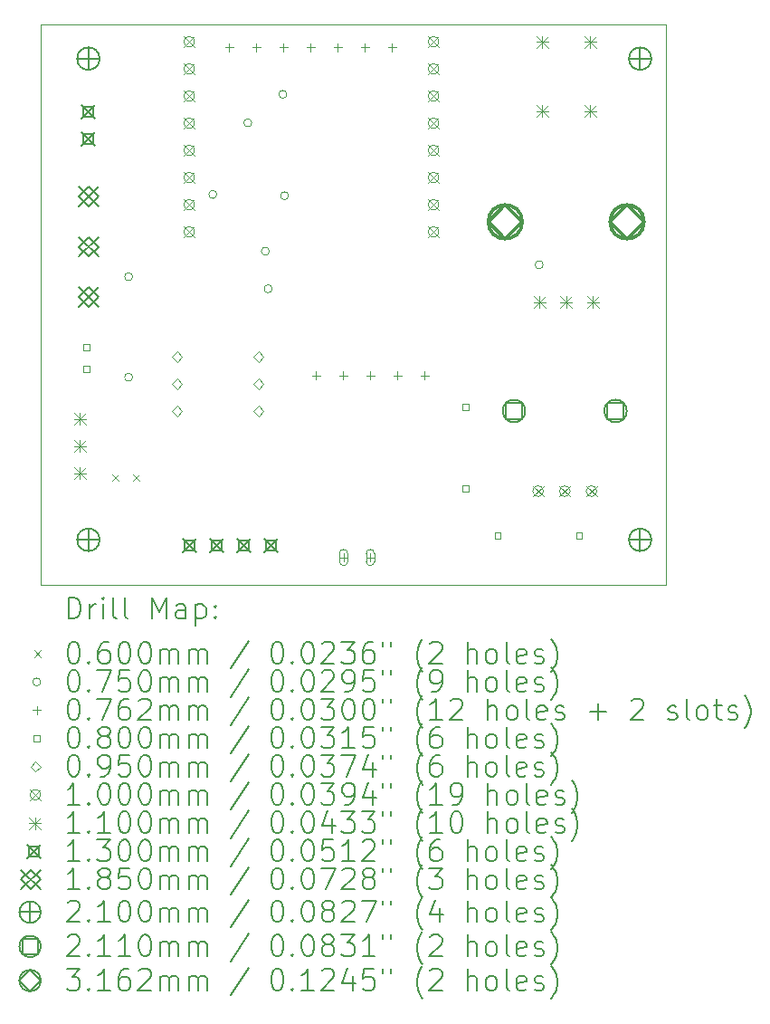
<source format=gbr>
%TF.GenerationSoftware,KiCad,Pcbnew,8.0.8*%
%TF.CreationDate,2025-02-02T21:03:06-08:00*%
%TF.ProjectId,D1Mini,44314d69-6e69-42e6-9b69-6361645f7063,rev?*%
%TF.SameCoordinates,Original*%
%TF.FileFunction,Drillmap*%
%TF.FilePolarity,Positive*%
%FSLAX45Y45*%
G04 Gerber Fmt 4.5, Leading zero omitted, Abs format (unit mm)*
G04 Created by KiCad (PCBNEW 8.0.8) date 2025-02-02 21:03:06*
%MOMM*%
%LPD*%
G01*
G04 APERTURE LIST*
%ADD10C,0.050000*%
%ADD11C,0.200000*%
%ADD12C,0.100000*%
%ADD13C,0.110000*%
%ADD14C,0.130000*%
%ADD15C,0.185000*%
%ADD16C,0.210000*%
%ADD17C,0.210950*%
%ADD18C,0.316230*%
G04 APERTURE END LIST*
D10*
X9294090Y-2278246D02*
X15142811Y-2278246D01*
X15142811Y-7522298D01*
X9294090Y-7522298D01*
X9294090Y-2278246D01*
D11*
D12*
X9956695Y-6487434D02*
X10016695Y-6547434D01*
X10016695Y-6487434D02*
X9956695Y-6547434D01*
X10156695Y-6487434D02*
X10216695Y-6547434D01*
X10216695Y-6487434D02*
X10156695Y-6547434D01*
X10150467Y-4639395D02*
G75*
G02*
X10075467Y-4639395I-37500J0D01*
G01*
X10075467Y-4639395D02*
G75*
G02*
X10150467Y-4639395I37500J0D01*
G01*
X10150467Y-5579395D02*
G75*
G02*
X10075467Y-5579395I-37500J0D01*
G01*
X10075467Y-5579395D02*
G75*
G02*
X10150467Y-5579395I37500J0D01*
G01*
X10939120Y-3869432D02*
G75*
G02*
X10864120Y-3869432I-37500J0D01*
G01*
X10864120Y-3869432D02*
G75*
G02*
X10939120Y-3869432I37500J0D01*
G01*
X11266477Y-3200670D02*
G75*
G02*
X11191477Y-3200670I-37500J0D01*
G01*
X11191477Y-3200670D02*
G75*
G02*
X11266477Y-3200670I37500J0D01*
G01*
X11430721Y-4400512D02*
G75*
G02*
X11355721Y-4400512I-37500J0D01*
G01*
X11355721Y-4400512D02*
G75*
G02*
X11430721Y-4400512I37500J0D01*
G01*
X11456134Y-4752410D02*
G75*
G02*
X11381134Y-4752410I-37500J0D01*
G01*
X11381134Y-4752410D02*
G75*
G02*
X11456134Y-4752410I37500J0D01*
G01*
X11594066Y-2933425D02*
G75*
G02*
X11519066Y-2933425I-37500J0D01*
G01*
X11519066Y-2933425D02*
G75*
G02*
X11594066Y-2933425I37500J0D01*
G01*
X11608927Y-3881722D02*
G75*
G02*
X11533927Y-3881722I-37500J0D01*
G01*
X11533927Y-3881722D02*
G75*
G02*
X11608927Y-3881722I37500J0D01*
G01*
X13993183Y-4528270D02*
G75*
G02*
X13918183Y-4528270I-37500J0D01*
G01*
X13918183Y-4528270D02*
G75*
G02*
X13993183Y-4528270I37500J0D01*
G01*
X11053865Y-2457390D02*
X11053865Y-2533590D01*
X11015765Y-2495490D02*
X11091965Y-2495490D01*
X11307865Y-2457390D02*
X11307865Y-2533590D01*
X11269765Y-2495490D02*
X11345965Y-2495490D01*
X11561865Y-2457390D02*
X11561865Y-2533590D01*
X11523765Y-2495490D02*
X11599965Y-2495490D01*
X11815865Y-2457390D02*
X11815865Y-2533590D01*
X11777765Y-2495490D02*
X11853965Y-2495490D01*
X11866770Y-5527268D02*
X11866770Y-5603468D01*
X11828670Y-5565368D02*
X11904870Y-5565368D01*
X12069865Y-2457390D02*
X12069865Y-2533590D01*
X12031765Y-2495490D02*
X12107965Y-2495490D01*
X12120770Y-5527268D02*
X12120770Y-5603468D01*
X12082670Y-5565368D02*
X12158870Y-5565368D01*
X12124770Y-7227268D02*
X12124770Y-7303468D01*
X12086670Y-7265368D02*
X12162870Y-7265368D01*
X12162870Y-7303468D02*
X12162870Y-7227268D01*
X12086670Y-7227268D02*
G75*
G02*
X12162870Y-7227268I38100J0D01*
G01*
X12086670Y-7227268D02*
X12086670Y-7303468D01*
X12086670Y-7303468D02*
G75*
G03*
X12162870Y-7303468I38100J0D01*
G01*
X12323865Y-2457390D02*
X12323865Y-2533590D01*
X12285765Y-2495490D02*
X12361965Y-2495490D01*
X12374770Y-5527268D02*
X12374770Y-5603468D01*
X12336670Y-5565368D02*
X12412870Y-5565368D01*
X12374770Y-7227268D02*
X12374770Y-7303468D01*
X12336670Y-7265368D02*
X12412870Y-7265368D01*
X12412870Y-7303468D02*
X12412870Y-7227268D01*
X12336670Y-7227268D02*
G75*
G02*
X12412870Y-7227268I38100J0D01*
G01*
X12336670Y-7227268D02*
X12336670Y-7303468D01*
X12336670Y-7303468D02*
G75*
G03*
X12412870Y-7303468I38100J0D01*
G01*
X12577865Y-2457390D02*
X12577865Y-2533590D01*
X12539765Y-2495490D02*
X12615965Y-2495490D01*
X12628770Y-5527268D02*
X12628770Y-5603468D01*
X12590670Y-5565368D02*
X12666870Y-5565368D01*
X12882770Y-5527268D02*
X12882770Y-5603468D01*
X12844670Y-5565368D02*
X12920870Y-5565368D01*
X9747592Y-5328750D02*
X9747592Y-5272181D01*
X9691023Y-5272181D01*
X9691023Y-5328750D01*
X9747592Y-5328750D01*
X9747592Y-5528750D02*
X9747592Y-5472181D01*
X9691023Y-5472181D01*
X9691023Y-5528750D01*
X9747592Y-5528750D01*
X13295306Y-5884155D02*
X13295306Y-5827586D01*
X13238737Y-5827586D01*
X13238737Y-5884155D01*
X13295306Y-5884155D01*
X13295306Y-6646155D02*
X13295306Y-6589586D01*
X13238737Y-6589586D01*
X13238737Y-6646155D01*
X13295306Y-6646155D01*
X13593662Y-7086754D02*
X13593662Y-7030185D01*
X13537093Y-7030185D01*
X13537093Y-7086754D01*
X13593662Y-7086754D01*
X14355662Y-7086754D02*
X14355662Y-7030185D01*
X14299093Y-7030185D01*
X14299093Y-7086754D01*
X14355662Y-7086754D01*
X10567793Y-5435344D02*
X10615293Y-5387844D01*
X10567793Y-5340344D01*
X10520293Y-5387844D01*
X10567793Y-5435344D01*
X10567793Y-5689344D02*
X10615293Y-5641844D01*
X10567793Y-5594344D01*
X10520293Y-5641844D01*
X10567793Y-5689344D01*
X10567793Y-5943344D02*
X10615293Y-5895844D01*
X10567793Y-5848344D01*
X10520293Y-5895844D01*
X10567793Y-5943344D01*
X11329793Y-5435344D02*
X11377293Y-5387844D01*
X11329793Y-5340344D01*
X11282293Y-5387844D01*
X11329793Y-5435344D01*
X11329793Y-5689344D02*
X11377293Y-5641844D01*
X11329793Y-5594344D01*
X11282293Y-5641844D01*
X11329793Y-5689344D01*
X11329793Y-5943344D02*
X11377293Y-5895844D01*
X11329793Y-5848344D01*
X11282293Y-5895844D01*
X11329793Y-5943344D01*
X10631244Y-2392041D02*
X10731244Y-2492041D01*
X10731244Y-2392041D02*
X10631244Y-2492041D01*
X10731244Y-2442041D02*
G75*
G02*
X10631244Y-2442041I-50000J0D01*
G01*
X10631244Y-2442041D02*
G75*
G02*
X10731244Y-2442041I50000J0D01*
G01*
X10631244Y-2646041D02*
X10731244Y-2746041D01*
X10731244Y-2646041D02*
X10631244Y-2746041D01*
X10731244Y-2696041D02*
G75*
G02*
X10631244Y-2696041I-50000J0D01*
G01*
X10631244Y-2696041D02*
G75*
G02*
X10731244Y-2696041I50000J0D01*
G01*
X10631244Y-2900041D02*
X10731244Y-3000041D01*
X10731244Y-2900041D02*
X10631244Y-3000041D01*
X10731244Y-2950041D02*
G75*
G02*
X10631244Y-2950041I-50000J0D01*
G01*
X10631244Y-2950041D02*
G75*
G02*
X10731244Y-2950041I50000J0D01*
G01*
X10631244Y-3154041D02*
X10731244Y-3254041D01*
X10731244Y-3154041D02*
X10631244Y-3254041D01*
X10731244Y-3204041D02*
G75*
G02*
X10631244Y-3204041I-50000J0D01*
G01*
X10631244Y-3204041D02*
G75*
G02*
X10731244Y-3204041I50000J0D01*
G01*
X10631244Y-3408041D02*
X10731244Y-3508041D01*
X10731244Y-3408041D02*
X10631244Y-3508041D01*
X10731244Y-3458041D02*
G75*
G02*
X10631244Y-3458041I-50000J0D01*
G01*
X10631244Y-3458041D02*
G75*
G02*
X10731244Y-3458041I50000J0D01*
G01*
X10631244Y-3662041D02*
X10731244Y-3762041D01*
X10731244Y-3662041D02*
X10631244Y-3762041D01*
X10731244Y-3712041D02*
G75*
G02*
X10631244Y-3712041I-50000J0D01*
G01*
X10631244Y-3712041D02*
G75*
G02*
X10731244Y-3712041I50000J0D01*
G01*
X10631244Y-3916041D02*
X10731244Y-4016041D01*
X10731244Y-3916041D02*
X10631244Y-4016041D01*
X10731244Y-3966041D02*
G75*
G02*
X10631244Y-3966041I-50000J0D01*
G01*
X10631244Y-3966041D02*
G75*
G02*
X10731244Y-3966041I50000J0D01*
G01*
X10631244Y-4170041D02*
X10731244Y-4270041D01*
X10731244Y-4170041D02*
X10631244Y-4270041D01*
X10731244Y-4220041D02*
G75*
G02*
X10631244Y-4220041I-50000J0D01*
G01*
X10631244Y-4220041D02*
G75*
G02*
X10731244Y-4220041I50000J0D01*
G01*
X12917244Y-2392041D02*
X13017244Y-2492041D01*
X13017244Y-2392041D02*
X12917244Y-2492041D01*
X13017244Y-2442041D02*
G75*
G02*
X12917244Y-2442041I-50000J0D01*
G01*
X12917244Y-2442041D02*
G75*
G02*
X13017244Y-2442041I50000J0D01*
G01*
X12917244Y-2646041D02*
X13017244Y-2746041D01*
X13017244Y-2646041D02*
X12917244Y-2746041D01*
X13017244Y-2696041D02*
G75*
G02*
X12917244Y-2696041I-50000J0D01*
G01*
X12917244Y-2696041D02*
G75*
G02*
X13017244Y-2696041I50000J0D01*
G01*
X12917244Y-2900041D02*
X13017244Y-3000041D01*
X13017244Y-2900041D02*
X12917244Y-3000041D01*
X13017244Y-2950041D02*
G75*
G02*
X12917244Y-2950041I-50000J0D01*
G01*
X12917244Y-2950041D02*
G75*
G02*
X13017244Y-2950041I50000J0D01*
G01*
X12917244Y-3154041D02*
X13017244Y-3254041D01*
X13017244Y-3154041D02*
X12917244Y-3254041D01*
X13017244Y-3204041D02*
G75*
G02*
X12917244Y-3204041I-50000J0D01*
G01*
X12917244Y-3204041D02*
G75*
G02*
X13017244Y-3204041I50000J0D01*
G01*
X12917244Y-3408041D02*
X13017244Y-3508041D01*
X13017244Y-3408041D02*
X12917244Y-3508041D01*
X13017244Y-3458041D02*
G75*
G02*
X12917244Y-3458041I-50000J0D01*
G01*
X12917244Y-3458041D02*
G75*
G02*
X13017244Y-3458041I50000J0D01*
G01*
X12917244Y-3662041D02*
X13017244Y-3762041D01*
X13017244Y-3662041D02*
X12917244Y-3762041D01*
X13017244Y-3712041D02*
G75*
G02*
X12917244Y-3712041I-50000J0D01*
G01*
X12917244Y-3712041D02*
G75*
G02*
X13017244Y-3712041I50000J0D01*
G01*
X12917244Y-3916041D02*
X13017244Y-4016041D01*
X13017244Y-3916041D02*
X12917244Y-4016041D01*
X13017244Y-3966041D02*
G75*
G02*
X12917244Y-3966041I-50000J0D01*
G01*
X12917244Y-3966041D02*
G75*
G02*
X13017244Y-3966041I50000J0D01*
G01*
X12917244Y-4170041D02*
X13017244Y-4270041D01*
X13017244Y-4170041D02*
X12917244Y-4270041D01*
X13017244Y-4220041D02*
G75*
G02*
X12917244Y-4220041I-50000J0D01*
G01*
X12917244Y-4220041D02*
G75*
G02*
X13017244Y-4220041I50000J0D01*
G01*
X13894612Y-6594664D02*
X13994612Y-6694664D01*
X13994612Y-6594664D02*
X13894612Y-6694664D01*
X13994612Y-6644664D02*
G75*
G02*
X13894612Y-6644664I-50000J0D01*
G01*
X13894612Y-6644664D02*
G75*
G02*
X13994612Y-6644664I50000J0D01*
G01*
X14144612Y-6594664D02*
X14244612Y-6694664D01*
X14244612Y-6594664D02*
X14144612Y-6694664D01*
X14244612Y-6644664D02*
G75*
G02*
X14144612Y-6644664I-50000J0D01*
G01*
X14144612Y-6644664D02*
G75*
G02*
X14244612Y-6644664I50000J0D01*
G01*
X14394612Y-6594664D02*
X14494612Y-6694664D01*
X14494612Y-6594664D02*
X14394612Y-6694664D01*
X14494612Y-6644664D02*
G75*
G02*
X14394612Y-6644664I-50000J0D01*
G01*
X14394612Y-6644664D02*
G75*
G02*
X14494612Y-6644664I50000J0D01*
G01*
D13*
X9602578Y-5912852D02*
X9712578Y-6022852D01*
X9712578Y-5912852D02*
X9602578Y-6022852D01*
X9657578Y-5912852D02*
X9657578Y-6022852D01*
X9602578Y-5967852D02*
X9712578Y-5967852D01*
X9602578Y-6166852D02*
X9712578Y-6276852D01*
X9712578Y-6166852D02*
X9602578Y-6276852D01*
X9657578Y-6166852D02*
X9657578Y-6276852D01*
X9602578Y-6221852D02*
X9712578Y-6221852D01*
X9602578Y-6420852D02*
X9712578Y-6530852D01*
X9712578Y-6420852D02*
X9602578Y-6530852D01*
X9657578Y-6420852D02*
X9657578Y-6530852D01*
X9602578Y-6475852D02*
X9712578Y-6475852D01*
X13902581Y-4821224D02*
X14012581Y-4931224D01*
X14012581Y-4821224D02*
X13902581Y-4931224D01*
X13957581Y-4821224D02*
X13957581Y-4931224D01*
X13902581Y-4876224D02*
X14012581Y-4876224D01*
X13929089Y-2387872D02*
X14039089Y-2497872D01*
X14039089Y-2387872D02*
X13929089Y-2497872D01*
X13984089Y-2387872D02*
X13984089Y-2497872D01*
X13929089Y-2442872D02*
X14039089Y-2442872D01*
X13929089Y-3037872D02*
X14039089Y-3147872D01*
X14039089Y-3037872D02*
X13929089Y-3147872D01*
X13984089Y-3037872D02*
X13984089Y-3147872D01*
X13929089Y-3092872D02*
X14039089Y-3092872D01*
X14152581Y-4821224D02*
X14262581Y-4931224D01*
X14262581Y-4821224D02*
X14152581Y-4931224D01*
X14207581Y-4821224D02*
X14207581Y-4931224D01*
X14152581Y-4876224D02*
X14262581Y-4876224D01*
X14379089Y-2387872D02*
X14489089Y-2497872D01*
X14489089Y-2387872D02*
X14379089Y-2497872D01*
X14434089Y-2387872D02*
X14434089Y-2497872D01*
X14379089Y-2442872D02*
X14489089Y-2442872D01*
X14379089Y-3037872D02*
X14489089Y-3147872D01*
X14489089Y-3037872D02*
X14379089Y-3147872D01*
X14434089Y-3037872D02*
X14434089Y-3147872D01*
X14379089Y-3092872D02*
X14489089Y-3092872D01*
X14402581Y-4821224D02*
X14512581Y-4931224D01*
X14512581Y-4821224D02*
X14402581Y-4931224D01*
X14457581Y-4821224D02*
X14457581Y-4931224D01*
X14402581Y-4876224D02*
X14512581Y-4876224D01*
D14*
X9671945Y-3030811D02*
X9801945Y-3160811D01*
X9801945Y-3030811D02*
X9671945Y-3160811D01*
X9782908Y-3141774D02*
X9782908Y-3049849D01*
X9690983Y-3049849D01*
X9690983Y-3141774D01*
X9782908Y-3141774D01*
X9671945Y-3284811D02*
X9801945Y-3414811D01*
X9801945Y-3284811D02*
X9671945Y-3414811D01*
X9782908Y-3395774D02*
X9782908Y-3303849D01*
X9690983Y-3303849D01*
X9690983Y-3395774D01*
X9782908Y-3395774D01*
X10620113Y-7089478D02*
X10750113Y-7219478D01*
X10750113Y-7089478D02*
X10620113Y-7219478D01*
X10731076Y-7200440D02*
X10731076Y-7108515D01*
X10639151Y-7108515D01*
X10639151Y-7200440D01*
X10731076Y-7200440D01*
X10874113Y-7089478D02*
X11004113Y-7219478D01*
X11004113Y-7089478D02*
X10874113Y-7219478D01*
X10985076Y-7200440D02*
X10985076Y-7108515D01*
X10893151Y-7108515D01*
X10893151Y-7200440D01*
X10985076Y-7200440D01*
X11128113Y-7089478D02*
X11258113Y-7219478D01*
X11258113Y-7089478D02*
X11128113Y-7219478D01*
X11239075Y-7200440D02*
X11239075Y-7108515D01*
X11147151Y-7108515D01*
X11147151Y-7200440D01*
X11239075Y-7200440D01*
X11382113Y-7089478D02*
X11512113Y-7219478D01*
X11512113Y-7089478D02*
X11382113Y-7219478D01*
X11493075Y-7200440D02*
X11493075Y-7108515D01*
X11401151Y-7108515D01*
X11401151Y-7200440D01*
X11493075Y-7200440D01*
D15*
X9644445Y-3796987D02*
X9829445Y-3981987D01*
X9829445Y-3796987D02*
X9644445Y-3981987D01*
X9736945Y-3981987D02*
X9829445Y-3889487D01*
X9736945Y-3796987D01*
X9644445Y-3889487D01*
X9736945Y-3981987D01*
X9644445Y-4266987D02*
X9829445Y-4451987D01*
X9829445Y-4266987D02*
X9644445Y-4451987D01*
X9736945Y-4451987D02*
X9829445Y-4359487D01*
X9736945Y-4266987D01*
X9644445Y-4359487D01*
X9736945Y-4451987D01*
X9644445Y-4736987D02*
X9829445Y-4921987D01*
X9829445Y-4736987D02*
X9644445Y-4921987D01*
X9736945Y-4921987D02*
X9829445Y-4829487D01*
X9736945Y-4736987D01*
X9644445Y-4829487D01*
X9736945Y-4921987D01*
D16*
X9736945Y-2495000D02*
X9736945Y-2705000D01*
X9631945Y-2600000D02*
X9841945Y-2600000D01*
X9841945Y-2600000D02*
G75*
G02*
X9631945Y-2600000I-105000J0D01*
G01*
X9631945Y-2600000D02*
G75*
G02*
X9841945Y-2600000I105000J0D01*
G01*
X9736945Y-6995000D02*
X9736945Y-7205000D01*
X9631945Y-7100000D02*
X9841945Y-7100000D01*
X9841945Y-7100000D02*
G75*
G02*
X9631945Y-7100000I-105000J0D01*
G01*
X9631945Y-7100000D02*
G75*
G02*
X9841945Y-7100000I105000J0D01*
G01*
X14900000Y-2495000D02*
X14900000Y-2705000D01*
X14795000Y-2600000D02*
X15005000Y-2600000D01*
X15005000Y-2600000D02*
G75*
G02*
X14795000Y-2600000I-105000J0D01*
G01*
X14795000Y-2600000D02*
G75*
G02*
X15005000Y-2600000I105000J0D01*
G01*
X14900000Y-6995000D02*
X14900000Y-7205000D01*
X14795000Y-7100000D02*
X15005000Y-7100000D01*
X15005000Y-7100000D02*
G75*
G02*
X14795000Y-7100000I-105000J0D01*
G01*
X14795000Y-7100000D02*
G75*
G02*
X15005000Y-7100000I105000J0D01*
G01*
D17*
X13794195Y-5969247D02*
X13794195Y-5820081D01*
X13645029Y-5820081D01*
X13645029Y-5969247D01*
X13794195Y-5969247D01*
X13825087Y-5894664D02*
G75*
G02*
X13614137Y-5894664I-105475J0D01*
G01*
X13614137Y-5894664D02*
G75*
G02*
X13825087Y-5894664I105475J0D01*
G01*
X14744195Y-5969247D02*
X14744195Y-5820081D01*
X14595029Y-5820081D01*
X14595029Y-5969247D01*
X14744195Y-5969247D01*
X14775087Y-5894664D02*
G75*
G02*
X14564137Y-5894664I-105475J0D01*
G01*
X14564137Y-5894664D02*
G75*
G02*
X14775087Y-5894664I105475J0D01*
G01*
D18*
X13637581Y-4284339D02*
X13795696Y-4126224D01*
X13637581Y-3968109D01*
X13479466Y-4126224D01*
X13637581Y-4284339D01*
X13795696Y-4126224D02*
G75*
G02*
X13479466Y-4126224I-158115J0D01*
G01*
X13479466Y-4126224D02*
G75*
G02*
X13795696Y-4126224I158115J0D01*
G01*
X14777581Y-4284339D02*
X14935696Y-4126224D01*
X14777581Y-3968109D01*
X14619466Y-4126224D01*
X14777581Y-4284339D01*
X14935696Y-4126224D02*
G75*
G02*
X14619466Y-4126224I-158115J0D01*
G01*
X14619466Y-4126224D02*
G75*
G02*
X14935696Y-4126224I158115J0D01*
G01*
D11*
X9552367Y-7836282D02*
X9552367Y-7636282D01*
X9552367Y-7636282D02*
X9599986Y-7636282D01*
X9599986Y-7636282D02*
X9628558Y-7645805D01*
X9628558Y-7645805D02*
X9647605Y-7664853D01*
X9647605Y-7664853D02*
X9657129Y-7683901D01*
X9657129Y-7683901D02*
X9666653Y-7721996D01*
X9666653Y-7721996D02*
X9666653Y-7750567D01*
X9666653Y-7750567D02*
X9657129Y-7788662D01*
X9657129Y-7788662D02*
X9647605Y-7807710D01*
X9647605Y-7807710D02*
X9628558Y-7826758D01*
X9628558Y-7826758D02*
X9599986Y-7836282D01*
X9599986Y-7836282D02*
X9552367Y-7836282D01*
X9752367Y-7836282D02*
X9752367Y-7702948D01*
X9752367Y-7741043D02*
X9761891Y-7721996D01*
X9761891Y-7721996D02*
X9771415Y-7712472D01*
X9771415Y-7712472D02*
X9790462Y-7702948D01*
X9790462Y-7702948D02*
X9809510Y-7702948D01*
X9876177Y-7836282D02*
X9876177Y-7702948D01*
X9876177Y-7636282D02*
X9866653Y-7645805D01*
X9866653Y-7645805D02*
X9876177Y-7655329D01*
X9876177Y-7655329D02*
X9885701Y-7645805D01*
X9885701Y-7645805D02*
X9876177Y-7636282D01*
X9876177Y-7636282D02*
X9876177Y-7655329D01*
X9999986Y-7836282D02*
X9980939Y-7826758D01*
X9980939Y-7826758D02*
X9971415Y-7807710D01*
X9971415Y-7807710D02*
X9971415Y-7636282D01*
X10104748Y-7836282D02*
X10085701Y-7826758D01*
X10085701Y-7826758D02*
X10076177Y-7807710D01*
X10076177Y-7807710D02*
X10076177Y-7636282D01*
X10333320Y-7836282D02*
X10333320Y-7636282D01*
X10333320Y-7636282D02*
X10399986Y-7779139D01*
X10399986Y-7779139D02*
X10466653Y-7636282D01*
X10466653Y-7636282D02*
X10466653Y-7836282D01*
X10647605Y-7836282D02*
X10647605Y-7731520D01*
X10647605Y-7731520D02*
X10638082Y-7712472D01*
X10638082Y-7712472D02*
X10619034Y-7702948D01*
X10619034Y-7702948D02*
X10580939Y-7702948D01*
X10580939Y-7702948D02*
X10561891Y-7712472D01*
X10647605Y-7826758D02*
X10628558Y-7836282D01*
X10628558Y-7836282D02*
X10580939Y-7836282D01*
X10580939Y-7836282D02*
X10561891Y-7826758D01*
X10561891Y-7826758D02*
X10552367Y-7807710D01*
X10552367Y-7807710D02*
X10552367Y-7788662D01*
X10552367Y-7788662D02*
X10561891Y-7769615D01*
X10561891Y-7769615D02*
X10580939Y-7760091D01*
X10580939Y-7760091D02*
X10628558Y-7760091D01*
X10628558Y-7760091D02*
X10647605Y-7750567D01*
X10742843Y-7702948D02*
X10742843Y-7902948D01*
X10742843Y-7712472D02*
X10761891Y-7702948D01*
X10761891Y-7702948D02*
X10799986Y-7702948D01*
X10799986Y-7702948D02*
X10819034Y-7712472D01*
X10819034Y-7712472D02*
X10828558Y-7721996D01*
X10828558Y-7721996D02*
X10838082Y-7741043D01*
X10838082Y-7741043D02*
X10838082Y-7798186D01*
X10838082Y-7798186D02*
X10828558Y-7817234D01*
X10828558Y-7817234D02*
X10819034Y-7826758D01*
X10819034Y-7826758D02*
X10799986Y-7836282D01*
X10799986Y-7836282D02*
X10761891Y-7836282D01*
X10761891Y-7836282D02*
X10742843Y-7826758D01*
X10923796Y-7817234D02*
X10933320Y-7826758D01*
X10933320Y-7826758D02*
X10923796Y-7836282D01*
X10923796Y-7836282D02*
X10914272Y-7826758D01*
X10914272Y-7826758D02*
X10923796Y-7817234D01*
X10923796Y-7817234D02*
X10923796Y-7836282D01*
X10923796Y-7712472D02*
X10933320Y-7721996D01*
X10933320Y-7721996D02*
X10923796Y-7731520D01*
X10923796Y-7731520D02*
X10914272Y-7721996D01*
X10914272Y-7721996D02*
X10923796Y-7712472D01*
X10923796Y-7712472D02*
X10923796Y-7731520D01*
D12*
X9231590Y-8134798D02*
X9291590Y-8194798D01*
X9291590Y-8134798D02*
X9231590Y-8194798D01*
D11*
X9590462Y-8056282D02*
X9609510Y-8056282D01*
X9609510Y-8056282D02*
X9628558Y-8065805D01*
X9628558Y-8065805D02*
X9638082Y-8075329D01*
X9638082Y-8075329D02*
X9647605Y-8094377D01*
X9647605Y-8094377D02*
X9657129Y-8132472D01*
X9657129Y-8132472D02*
X9657129Y-8180091D01*
X9657129Y-8180091D02*
X9647605Y-8218186D01*
X9647605Y-8218186D02*
X9638082Y-8237234D01*
X9638082Y-8237234D02*
X9628558Y-8246758D01*
X9628558Y-8246758D02*
X9609510Y-8256282D01*
X9609510Y-8256282D02*
X9590462Y-8256282D01*
X9590462Y-8256282D02*
X9571415Y-8246758D01*
X9571415Y-8246758D02*
X9561891Y-8237234D01*
X9561891Y-8237234D02*
X9552367Y-8218186D01*
X9552367Y-8218186D02*
X9542843Y-8180091D01*
X9542843Y-8180091D02*
X9542843Y-8132472D01*
X9542843Y-8132472D02*
X9552367Y-8094377D01*
X9552367Y-8094377D02*
X9561891Y-8075329D01*
X9561891Y-8075329D02*
X9571415Y-8065805D01*
X9571415Y-8065805D02*
X9590462Y-8056282D01*
X9742843Y-8237234D02*
X9752367Y-8246758D01*
X9752367Y-8246758D02*
X9742843Y-8256282D01*
X9742843Y-8256282D02*
X9733320Y-8246758D01*
X9733320Y-8246758D02*
X9742843Y-8237234D01*
X9742843Y-8237234D02*
X9742843Y-8256282D01*
X9923796Y-8056282D02*
X9885701Y-8056282D01*
X9885701Y-8056282D02*
X9866653Y-8065805D01*
X9866653Y-8065805D02*
X9857129Y-8075329D01*
X9857129Y-8075329D02*
X9838082Y-8103901D01*
X9838082Y-8103901D02*
X9828558Y-8141996D01*
X9828558Y-8141996D02*
X9828558Y-8218186D01*
X9828558Y-8218186D02*
X9838082Y-8237234D01*
X9838082Y-8237234D02*
X9847605Y-8246758D01*
X9847605Y-8246758D02*
X9866653Y-8256282D01*
X9866653Y-8256282D02*
X9904748Y-8256282D01*
X9904748Y-8256282D02*
X9923796Y-8246758D01*
X9923796Y-8246758D02*
X9933320Y-8237234D01*
X9933320Y-8237234D02*
X9942843Y-8218186D01*
X9942843Y-8218186D02*
X9942843Y-8170567D01*
X9942843Y-8170567D02*
X9933320Y-8151520D01*
X9933320Y-8151520D02*
X9923796Y-8141996D01*
X9923796Y-8141996D02*
X9904748Y-8132472D01*
X9904748Y-8132472D02*
X9866653Y-8132472D01*
X9866653Y-8132472D02*
X9847605Y-8141996D01*
X9847605Y-8141996D02*
X9838082Y-8151520D01*
X9838082Y-8151520D02*
X9828558Y-8170567D01*
X10066653Y-8056282D02*
X10085701Y-8056282D01*
X10085701Y-8056282D02*
X10104748Y-8065805D01*
X10104748Y-8065805D02*
X10114272Y-8075329D01*
X10114272Y-8075329D02*
X10123796Y-8094377D01*
X10123796Y-8094377D02*
X10133320Y-8132472D01*
X10133320Y-8132472D02*
X10133320Y-8180091D01*
X10133320Y-8180091D02*
X10123796Y-8218186D01*
X10123796Y-8218186D02*
X10114272Y-8237234D01*
X10114272Y-8237234D02*
X10104748Y-8246758D01*
X10104748Y-8246758D02*
X10085701Y-8256282D01*
X10085701Y-8256282D02*
X10066653Y-8256282D01*
X10066653Y-8256282D02*
X10047605Y-8246758D01*
X10047605Y-8246758D02*
X10038082Y-8237234D01*
X10038082Y-8237234D02*
X10028558Y-8218186D01*
X10028558Y-8218186D02*
X10019034Y-8180091D01*
X10019034Y-8180091D02*
X10019034Y-8132472D01*
X10019034Y-8132472D02*
X10028558Y-8094377D01*
X10028558Y-8094377D02*
X10038082Y-8075329D01*
X10038082Y-8075329D02*
X10047605Y-8065805D01*
X10047605Y-8065805D02*
X10066653Y-8056282D01*
X10257129Y-8056282D02*
X10276177Y-8056282D01*
X10276177Y-8056282D02*
X10295224Y-8065805D01*
X10295224Y-8065805D02*
X10304748Y-8075329D01*
X10304748Y-8075329D02*
X10314272Y-8094377D01*
X10314272Y-8094377D02*
X10323796Y-8132472D01*
X10323796Y-8132472D02*
X10323796Y-8180091D01*
X10323796Y-8180091D02*
X10314272Y-8218186D01*
X10314272Y-8218186D02*
X10304748Y-8237234D01*
X10304748Y-8237234D02*
X10295224Y-8246758D01*
X10295224Y-8246758D02*
X10276177Y-8256282D01*
X10276177Y-8256282D02*
X10257129Y-8256282D01*
X10257129Y-8256282D02*
X10238082Y-8246758D01*
X10238082Y-8246758D02*
X10228558Y-8237234D01*
X10228558Y-8237234D02*
X10219034Y-8218186D01*
X10219034Y-8218186D02*
X10209510Y-8180091D01*
X10209510Y-8180091D02*
X10209510Y-8132472D01*
X10209510Y-8132472D02*
X10219034Y-8094377D01*
X10219034Y-8094377D02*
X10228558Y-8075329D01*
X10228558Y-8075329D02*
X10238082Y-8065805D01*
X10238082Y-8065805D02*
X10257129Y-8056282D01*
X10409510Y-8256282D02*
X10409510Y-8122948D01*
X10409510Y-8141996D02*
X10419034Y-8132472D01*
X10419034Y-8132472D02*
X10438082Y-8122948D01*
X10438082Y-8122948D02*
X10466653Y-8122948D01*
X10466653Y-8122948D02*
X10485701Y-8132472D01*
X10485701Y-8132472D02*
X10495224Y-8151520D01*
X10495224Y-8151520D02*
X10495224Y-8256282D01*
X10495224Y-8151520D02*
X10504748Y-8132472D01*
X10504748Y-8132472D02*
X10523796Y-8122948D01*
X10523796Y-8122948D02*
X10552367Y-8122948D01*
X10552367Y-8122948D02*
X10571415Y-8132472D01*
X10571415Y-8132472D02*
X10580939Y-8151520D01*
X10580939Y-8151520D02*
X10580939Y-8256282D01*
X10676177Y-8256282D02*
X10676177Y-8122948D01*
X10676177Y-8141996D02*
X10685701Y-8132472D01*
X10685701Y-8132472D02*
X10704748Y-8122948D01*
X10704748Y-8122948D02*
X10733320Y-8122948D01*
X10733320Y-8122948D02*
X10752367Y-8132472D01*
X10752367Y-8132472D02*
X10761891Y-8151520D01*
X10761891Y-8151520D02*
X10761891Y-8256282D01*
X10761891Y-8151520D02*
X10771415Y-8132472D01*
X10771415Y-8132472D02*
X10790463Y-8122948D01*
X10790463Y-8122948D02*
X10819034Y-8122948D01*
X10819034Y-8122948D02*
X10838082Y-8132472D01*
X10838082Y-8132472D02*
X10847605Y-8151520D01*
X10847605Y-8151520D02*
X10847605Y-8256282D01*
X11238082Y-8046758D02*
X11066653Y-8303901D01*
X11495224Y-8056282D02*
X11514272Y-8056282D01*
X11514272Y-8056282D02*
X11533320Y-8065805D01*
X11533320Y-8065805D02*
X11542844Y-8075329D01*
X11542844Y-8075329D02*
X11552367Y-8094377D01*
X11552367Y-8094377D02*
X11561891Y-8132472D01*
X11561891Y-8132472D02*
X11561891Y-8180091D01*
X11561891Y-8180091D02*
X11552367Y-8218186D01*
X11552367Y-8218186D02*
X11542844Y-8237234D01*
X11542844Y-8237234D02*
X11533320Y-8246758D01*
X11533320Y-8246758D02*
X11514272Y-8256282D01*
X11514272Y-8256282D02*
X11495224Y-8256282D01*
X11495224Y-8256282D02*
X11476177Y-8246758D01*
X11476177Y-8246758D02*
X11466653Y-8237234D01*
X11466653Y-8237234D02*
X11457129Y-8218186D01*
X11457129Y-8218186D02*
X11447605Y-8180091D01*
X11447605Y-8180091D02*
X11447605Y-8132472D01*
X11447605Y-8132472D02*
X11457129Y-8094377D01*
X11457129Y-8094377D02*
X11466653Y-8075329D01*
X11466653Y-8075329D02*
X11476177Y-8065805D01*
X11476177Y-8065805D02*
X11495224Y-8056282D01*
X11647605Y-8237234D02*
X11657129Y-8246758D01*
X11657129Y-8246758D02*
X11647605Y-8256282D01*
X11647605Y-8256282D02*
X11638082Y-8246758D01*
X11638082Y-8246758D02*
X11647605Y-8237234D01*
X11647605Y-8237234D02*
X11647605Y-8256282D01*
X11780939Y-8056282D02*
X11799986Y-8056282D01*
X11799986Y-8056282D02*
X11819034Y-8065805D01*
X11819034Y-8065805D02*
X11828558Y-8075329D01*
X11828558Y-8075329D02*
X11838082Y-8094377D01*
X11838082Y-8094377D02*
X11847605Y-8132472D01*
X11847605Y-8132472D02*
X11847605Y-8180091D01*
X11847605Y-8180091D02*
X11838082Y-8218186D01*
X11838082Y-8218186D02*
X11828558Y-8237234D01*
X11828558Y-8237234D02*
X11819034Y-8246758D01*
X11819034Y-8246758D02*
X11799986Y-8256282D01*
X11799986Y-8256282D02*
X11780939Y-8256282D01*
X11780939Y-8256282D02*
X11761891Y-8246758D01*
X11761891Y-8246758D02*
X11752367Y-8237234D01*
X11752367Y-8237234D02*
X11742844Y-8218186D01*
X11742844Y-8218186D02*
X11733320Y-8180091D01*
X11733320Y-8180091D02*
X11733320Y-8132472D01*
X11733320Y-8132472D02*
X11742844Y-8094377D01*
X11742844Y-8094377D02*
X11752367Y-8075329D01*
X11752367Y-8075329D02*
X11761891Y-8065805D01*
X11761891Y-8065805D02*
X11780939Y-8056282D01*
X11923796Y-8075329D02*
X11933320Y-8065805D01*
X11933320Y-8065805D02*
X11952367Y-8056282D01*
X11952367Y-8056282D02*
X11999986Y-8056282D01*
X11999986Y-8056282D02*
X12019034Y-8065805D01*
X12019034Y-8065805D02*
X12028558Y-8075329D01*
X12028558Y-8075329D02*
X12038082Y-8094377D01*
X12038082Y-8094377D02*
X12038082Y-8113424D01*
X12038082Y-8113424D02*
X12028558Y-8141996D01*
X12028558Y-8141996D02*
X11914272Y-8256282D01*
X11914272Y-8256282D02*
X12038082Y-8256282D01*
X12104748Y-8056282D02*
X12228558Y-8056282D01*
X12228558Y-8056282D02*
X12161891Y-8132472D01*
X12161891Y-8132472D02*
X12190463Y-8132472D01*
X12190463Y-8132472D02*
X12209510Y-8141996D01*
X12209510Y-8141996D02*
X12219034Y-8151520D01*
X12219034Y-8151520D02*
X12228558Y-8170567D01*
X12228558Y-8170567D02*
X12228558Y-8218186D01*
X12228558Y-8218186D02*
X12219034Y-8237234D01*
X12219034Y-8237234D02*
X12209510Y-8246758D01*
X12209510Y-8246758D02*
X12190463Y-8256282D01*
X12190463Y-8256282D02*
X12133320Y-8256282D01*
X12133320Y-8256282D02*
X12114272Y-8246758D01*
X12114272Y-8246758D02*
X12104748Y-8237234D01*
X12399986Y-8056282D02*
X12361891Y-8056282D01*
X12361891Y-8056282D02*
X12342844Y-8065805D01*
X12342844Y-8065805D02*
X12333320Y-8075329D01*
X12333320Y-8075329D02*
X12314272Y-8103901D01*
X12314272Y-8103901D02*
X12304748Y-8141996D01*
X12304748Y-8141996D02*
X12304748Y-8218186D01*
X12304748Y-8218186D02*
X12314272Y-8237234D01*
X12314272Y-8237234D02*
X12323796Y-8246758D01*
X12323796Y-8246758D02*
X12342844Y-8256282D01*
X12342844Y-8256282D02*
X12380939Y-8256282D01*
X12380939Y-8256282D02*
X12399986Y-8246758D01*
X12399986Y-8246758D02*
X12409510Y-8237234D01*
X12409510Y-8237234D02*
X12419034Y-8218186D01*
X12419034Y-8218186D02*
X12419034Y-8170567D01*
X12419034Y-8170567D02*
X12409510Y-8151520D01*
X12409510Y-8151520D02*
X12399986Y-8141996D01*
X12399986Y-8141996D02*
X12380939Y-8132472D01*
X12380939Y-8132472D02*
X12342844Y-8132472D01*
X12342844Y-8132472D02*
X12323796Y-8141996D01*
X12323796Y-8141996D02*
X12314272Y-8151520D01*
X12314272Y-8151520D02*
X12304748Y-8170567D01*
X12495225Y-8056282D02*
X12495225Y-8094377D01*
X12571415Y-8056282D02*
X12571415Y-8094377D01*
X12866653Y-8332472D02*
X12857129Y-8322948D01*
X12857129Y-8322948D02*
X12838082Y-8294377D01*
X12838082Y-8294377D02*
X12828558Y-8275329D01*
X12828558Y-8275329D02*
X12819034Y-8246758D01*
X12819034Y-8246758D02*
X12809510Y-8199139D01*
X12809510Y-8199139D02*
X12809510Y-8161043D01*
X12809510Y-8161043D02*
X12819034Y-8113424D01*
X12819034Y-8113424D02*
X12828558Y-8084853D01*
X12828558Y-8084853D02*
X12838082Y-8065805D01*
X12838082Y-8065805D02*
X12857129Y-8037234D01*
X12857129Y-8037234D02*
X12866653Y-8027710D01*
X12933320Y-8075329D02*
X12942844Y-8065805D01*
X12942844Y-8065805D02*
X12961891Y-8056282D01*
X12961891Y-8056282D02*
X13009510Y-8056282D01*
X13009510Y-8056282D02*
X13028558Y-8065805D01*
X13028558Y-8065805D02*
X13038082Y-8075329D01*
X13038082Y-8075329D02*
X13047606Y-8094377D01*
X13047606Y-8094377D02*
X13047606Y-8113424D01*
X13047606Y-8113424D02*
X13038082Y-8141996D01*
X13038082Y-8141996D02*
X12923796Y-8256282D01*
X12923796Y-8256282D02*
X13047606Y-8256282D01*
X13285701Y-8256282D02*
X13285701Y-8056282D01*
X13371415Y-8256282D02*
X13371415Y-8151520D01*
X13371415Y-8151520D02*
X13361891Y-8132472D01*
X13361891Y-8132472D02*
X13342844Y-8122948D01*
X13342844Y-8122948D02*
X13314272Y-8122948D01*
X13314272Y-8122948D02*
X13295225Y-8132472D01*
X13295225Y-8132472D02*
X13285701Y-8141996D01*
X13495225Y-8256282D02*
X13476177Y-8246758D01*
X13476177Y-8246758D02*
X13466653Y-8237234D01*
X13466653Y-8237234D02*
X13457129Y-8218186D01*
X13457129Y-8218186D02*
X13457129Y-8161043D01*
X13457129Y-8161043D02*
X13466653Y-8141996D01*
X13466653Y-8141996D02*
X13476177Y-8132472D01*
X13476177Y-8132472D02*
X13495225Y-8122948D01*
X13495225Y-8122948D02*
X13523796Y-8122948D01*
X13523796Y-8122948D02*
X13542844Y-8132472D01*
X13542844Y-8132472D02*
X13552368Y-8141996D01*
X13552368Y-8141996D02*
X13561891Y-8161043D01*
X13561891Y-8161043D02*
X13561891Y-8218186D01*
X13561891Y-8218186D02*
X13552368Y-8237234D01*
X13552368Y-8237234D02*
X13542844Y-8246758D01*
X13542844Y-8246758D02*
X13523796Y-8256282D01*
X13523796Y-8256282D02*
X13495225Y-8256282D01*
X13676177Y-8256282D02*
X13657129Y-8246758D01*
X13657129Y-8246758D02*
X13647606Y-8227710D01*
X13647606Y-8227710D02*
X13647606Y-8056282D01*
X13828558Y-8246758D02*
X13809510Y-8256282D01*
X13809510Y-8256282D02*
X13771415Y-8256282D01*
X13771415Y-8256282D02*
X13752368Y-8246758D01*
X13752368Y-8246758D02*
X13742844Y-8227710D01*
X13742844Y-8227710D02*
X13742844Y-8151520D01*
X13742844Y-8151520D02*
X13752368Y-8132472D01*
X13752368Y-8132472D02*
X13771415Y-8122948D01*
X13771415Y-8122948D02*
X13809510Y-8122948D01*
X13809510Y-8122948D02*
X13828558Y-8132472D01*
X13828558Y-8132472D02*
X13838082Y-8151520D01*
X13838082Y-8151520D02*
X13838082Y-8170567D01*
X13838082Y-8170567D02*
X13742844Y-8189615D01*
X13914272Y-8246758D02*
X13933320Y-8256282D01*
X13933320Y-8256282D02*
X13971415Y-8256282D01*
X13971415Y-8256282D02*
X13990463Y-8246758D01*
X13990463Y-8246758D02*
X13999987Y-8227710D01*
X13999987Y-8227710D02*
X13999987Y-8218186D01*
X13999987Y-8218186D02*
X13990463Y-8199139D01*
X13990463Y-8199139D02*
X13971415Y-8189615D01*
X13971415Y-8189615D02*
X13942844Y-8189615D01*
X13942844Y-8189615D02*
X13923796Y-8180091D01*
X13923796Y-8180091D02*
X13914272Y-8161043D01*
X13914272Y-8161043D02*
X13914272Y-8151520D01*
X13914272Y-8151520D02*
X13923796Y-8132472D01*
X13923796Y-8132472D02*
X13942844Y-8122948D01*
X13942844Y-8122948D02*
X13971415Y-8122948D01*
X13971415Y-8122948D02*
X13990463Y-8132472D01*
X14066653Y-8332472D02*
X14076177Y-8322948D01*
X14076177Y-8322948D02*
X14095225Y-8294377D01*
X14095225Y-8294377D02*
X14104749Y-8275329D01*
X14104749Y-8275329D02*
X14114272Y-8246758D01*
X14114272Y-8246758D02*
X14123796Y-8199139D01*
X14123796Y-8199139D02*
X14123796Y-8161043D01*
X14123796Y-8161043D02*
X14114272Y-8113424D01*
X14114272Y-8113424D02*
X14104749Y-8084853D01*
X14104749Y-8084853D02*
X14095225Y-8065805D01*
X14095225Y-8065805D02*
X14076177Y-8037234D01*
X14076177Y-8037234D02*
X14066653Y-8027710D01*
D12*
X9291590Y-8428798D02*
G75*
G02*
X9216590Y-8428798I-37500J0D01*
G01*
X9216590Y-8428798D02*
G75*
G02*
X9291590Y-8428798I37500J0D01*
G01*
D11*
X9590462Y-8320282D02*
X9609510Y-8320282D01*
X9609510Y-8320282D02*
X9628558Y-8329805D01*
X9628558Y-8329805D02*
X9638082Y-8339329D01*
X9638082Y-8339329D02*
X9647605Y-8358377D01*
X9647605Y-8358377D02*
X9657129Y-8396472D01*
X9657129Y-8396472D02*
X9657129Y-8444091D01*
X9657129Y-8444091D02*
X9647605Y-8482186D01*
X9647605Y-8482186D02*
X9638082Y-8501234D01*
X9638082Y-8501234D02*
X9628558Y-8510758D01*
X9628558Y-8510758D02*
X9609510Y-8520282D01*
X9609510Y-8520282D02*
X9590462Y-8520282D01*
X9590462Y-8520282D02*
X9571415Y-8510758D01*
X9571415Y-8510758D02*
X9561891Y-8501234D01*
X9561891Y-8501234D02*
X9552367Y-8482186D01*
X9552367Y-8482186D02*
X9542843Y-8444091D01*
X9542843Y-8444091D02*
X9542843Y-8396472D01*
X9542843Y-8396472D02*
X9552367Y-8358377D01*
X9552367Y-8358377D02*
X9561891Y-8339329D01*
X9561891Y-8339329D02*
X9571415Y-8329805D01*
X9571415Y-8329805D02*
X9590462Y-8320282D01*
X9742843Y-8501234D02*
X9752367Y-8510758D01*
X9752367Y-8510758D02*
X9742843Y-8520282D01*
X9742843Y-8520282D02*
X9733320Y-8510758D01*
X9733320Y-8510758D02*
X9742843Y-8501234D01*
X9742843Y-8501234D02*
X9742843Y-8520282D01*
X9819034Y-8320282D02*
X9952367Y-8320282D01*
X9952367Y-8320282D02*
X9866653Y-8520282D01*
X10123796Y-8320282D02*
X10028558Y-8320282D01*
X10028558Y-8320282D02*
X10019034Y-8415520D01*
X10019034Y-8415520D02*
X10028558Y-8405996D01*
X10028558Y-8405996D02*
X10047605Y-8396472D01*
X10047605Y-8396472D02*
X10095224Y-8396472D01*
X10095224Y-8396472D02*
X10114272Y-8405996D01*
X10114272Y-8405996D02*
X10123796Y-8415520D01*
X10123796Y-8415520D02*
X10133320Y-8434567D01*
X10133320Y-8434567D02*
X10133320Y-8482186D01*
X10133320Y-8482186D02*
X10123796Y-8501234D01*
X10123796Y-8501234D02*
X10114272Y-8510758D01*
X10114272Y-8510758D02*
X10095224Y-8520282D01*
X10095224Y-8520282D02*
X10047605Y-8520282D01*
X10047605Y-8520282D02*
X10028558Y-8510758D01*
X10028558Y-8510758D02*
X10019034Y-8501234D01*
X10257129Y-8320282D02*
X10276177Y-8320282D01*
X10276177Y-8320282D02*
X10295224Y-8329805D01*
X10295224Y-8329805D02*
X10304748Y-8339329D01*
X10304748Y-8339329D02*
X10314272Y-8358377D01*
X10314272Y-8358377D02*
X10323796Y-8396472D01*
X10323796Y-8396472D02*
X10323796Y-8444091D01*
X10323796Y-8444091D02*
X10314272Y-8482186D01*
X10314272Y-8482186D02*
X10304748Y-8501234D01*
X10304748Y-8501234D02*
X10295224Y-8510758D01*
X10295224Y-8510758D02*
X10276177Y-8520282D01*
X10276177Y-8520282D02*
X10257129Y-8520282D01*
X10257129Y-8520282D02*
X10238082Y-8510758D01*
X10238082Y-8510758D02*
X10228558Y-8501234D01*
X10228558Y-8501234D02*
X10219034Y-8482186D01*
X10219034Y-8482186D02*
X10209510Y-8444091D01*
X10209510Y-8444091D02*
X10209510Y-8396472D01*
X10209510Y-8396472D02*
X10219034Y-8358377D01*
X10219034Y-8358377D02*
X10228558Y-8339329D01*
X10228558Y-8339329D02*
X10238082Y-8329805D01*
X10238082Y-8329805D02*
X10257129Y-8320282D01*
X10409510Y-8520282D02*
X10409510Y-8386948D01*
X10409510Y-8405996D02*
X10419034Y-8396472D01*
X10419034Y-8396472D02*
X10438082Y-8386948D01*
X10438082Y-8386948D02*
X10466653Y-8386948D01*
X10466653Y-8386948D02*
X10485701Y-8396472D01*
X10485701Y-8396472D02*
X10495224Y-8415520D01*
X10495224Y-8415520D02*
X10495224Y-8520282D01*
X10495224Y-8415520D02*
X10504748Y-8396472D01*
X10504748Y-8396472D02*
X10523796Y-8386948D01*
X10523796Y-8386948D02*
X10552367Y-8386948D01*
X10552367Y-8386948D02*
X10571415Y-8396472D01*
X10571415Y-8396472D02*
X10580939Y-8415520D01*
X10580939Y-8415520D02*
X10580939Y-8520282D01*
X10676177Y-8520282D02*
X10676177Y-8386948D01*
X10676177Y-8405996D02*
X10685701Y-8396472D01*
X10685701Y-8396472D02*
X10704748Y-8386948D01*
X10704748Y-8386948D02*
X10733320Y-8386948D01*
X10733320Y-8386948D02*
X10752367Y-8396472D01*
X10752367Y-8396472D02*
X10761891Y-8415520D01*
X10761891Y-8415520D02*
X10761891Y-8520282D01*
X10761891Y-8415520D02*
X10771415Y-8396472D01*
X10771415Y-8396472D02*
X10790463Y-8386948D01*
X10790463Y-8386948D02*
X10819034Y-8386948D01*
X10819034Y-8386948D02*
X10838082Y-8396472D01*
X10838082Y-8396472D02*
X10847605Y-8415520D01*
X10847605Y-8415520D02*
X10847605Y-8520282D01*
X11238082Y-8310758D02*
X11066653Y-8567901D01*
X11495224Y-8320282D02*
X11514272Y-8320282D01*
X11514272Y-8320282D02*
X11533320Y-8329805D01*
X11533320Y-8329805D02*
X11542844Y-8339329D01*
X11542844Y-8339329D02*
X11552367Y-8358377D01*
X11552367Y-8358377D02*
X11561891Y-8396472D01*
X11561891Y-8396472D02*
X11561891Y-8444091D01*
X11561891Y-8444091D02*
X11552367Y-8482186D01*
X11552367Y-8482186D02*
X11542844Y-8501234D01*
X11542844Y-8501234D02*
X11533320Y-8510758D01*
X11533320Y-8510758D02*
X11514272Y-8520282D01*
X11514272Y-8520282D02*
X11495224Y-8520282D01*
X11495224Y-8520282D02*
X11476177Y-8510758D01*
X11476177Y-8510758D02*
X11466653Y-8501234D01*
X11466653Y-8501234D02*
X11457129Y-8482186D01*
X11457129Y-8482186D02*
X11447605Y-8444091D01*
X11447605Y-8444091D02*
X11447605Y-8396472D01*
X11447605Y-8396472D02*
X11457129Y-8358377D01*
X11457129Y-8358377D02*
X11466653Y-8339329D01*
X11466653Y-8339329D02*
X11476177Y-8329805D01*
X11476177Y-8329805D02*
X11495224Y-8320282D01*
X11647605Y-8501234D02*
X11657129Y-8510758D01*
X11657129Y-8510758D02*
X11647605Y-8520282D01*
X11647605Y-8520282D02*
X11638082Y-8510758D01*
X11638082Y-8510758D02*
X11647605Y-8501234D01*
X11647605Y-8501234D02*
X11647605Y-8520282D01*
X11780939Y-8320282D02*
X11799986Y-8320282D01*
X11799986Y-8320282D02*
X11819034Y-8329805D01*
X11819034Y-8329805D02*
X11828558Y-8339329D01*
X11828558Y-8339329D02*
X11838082Y-8358377D01*
X11838082Y-8358377D02*
X11847605Y-8396472D01*
X11847605Y-8396472D02*
X11847605Y-8444091D01*
X11847605Y-8444091D02*
X11838082Y-8482186D01*
X11838082Y-8482186D02*
X11828558Y-8501234D01*
X11828558Y-8501234D02*
X11819034Y-8510758D01*
X11819034Y-8510758D02*
X11799986Y-8520282D01*
X11799986Y-8520282D02*
X11780939Y-8520282D01*
X11780939Y-8520282D02*
X11761891Y-8510758D01*
X11761891Y-8510758D02*
X11752367Y-8501234D01*
X11752367Y-8501234D02*
X11742844Y-8482186D01*
X11742844Y-8482186D02*
X11733320Y-8444091D01*
X11733320Y-8444091D02*
X11733320Y-8396472D01*
X11733320Y-8396472D02*
X11742844Y-8358377D01*
X11742844Y-8358377D02*
X11752367Y-8339329D01*
X11752367Y-8339329D02*
X11761891Y-8329805D01*
X11761891Y-8329805D02*
X11780939Y-8320282D01*
X11923796Y-8339329D02*
X11933320Y-8329805D01*
X11933320Y-8329805D02*
X11952367Y-8320282D01*
X11952367Y-8320282D02*
X11999986Y-8320282D01*
X11999986Y-8320282D02*
X12019034Y-8329805D01*
X12019034Y-8329805D02*
X12028558Y-8339329D01*
X12028558Y-8339329D02*
X12038082Y-8358377D01*
X12038082Y-8358377D02*
X12038082Y-8377424D01*
X12038082Y-8377424D02*
X12028558Y-8405996D01*
X12028558Y-8405996D02*
X11914272Y-8520282D01*
X11914272Y-8520282D02*
X12038082Y-8520282D01*
X12133320Y-8520282D02*
X12171415Y-8520282D01*
X12171415Y-8520282D02*
X12190463Y-8510758D01*
X12190463Y-8510758D02*
X12199986Y-8501234D01*
X12199986Y-8501234D02*
X12219034Y-8472663D01*
X12219034Y-8472663D02*
X12228558Y-8434567D01*
X12228558Y-8434567D02*
X12228558Y-8358377D01*
X12228558Y-8358377D02*
X12219034Y-8339329D01*
X12219034Y-8339329D02*
X12209510Y-8329805D01*
X12209510Y-8329805D02*
X12190463Y-8320282D01*
X12190463Y-8320282D02*
X12152367Y-8320282D01*
X12152367Y-8320282D02*
X12133320Y-8329805D01*
X12133320Y-8329805D02*
X12123796Y-8339329D01*
X12123796Y-8339329D02*
X12114272Y-8358377D01*
X12114272Y-8358377D02*
X12114272Y-8405996D01*
X12114272Y-8405996D02*
X12123796Y-8425044D01*
X12123796Y-8425044D02*
X12133320Y-8434567D01*
X12133320Y-8434567D02*
X12152367Y-8444091D01*
X12152367Y-8444091D02*
X12190463Y-8444091D01*
X12190463Y-8444091D02*
X12209510Y-8434567D01*
X12209510Y-8434567D02*
X12219034Y-8425044D01*
X12219034Y-8425044D02*
X12228558Y-8405996D01*
X12409510Y-8320282D02*
X12314272Y-8320282D01*
X12314272Y-8320282D02*
X12304748Y-8415520D01*
X12304748Y-8415520D02*
X12314272Y-8405996D01*
X12314272Y-8405996D02*
X12333320Y-8396472D01*
X12333320Y-8396472D02*
X12380939Y-8396472D01*
X12380939Y-8396472D02*
X12399986Y-8405996D01*
X12399986Y-8405996D02*
X12409510Y-8415520D01*
X12409510Y-8415520D02*
X12419034Y-8434567D01*
X12419034Y-8434567D02*
X12419034Y-8482186D01*
X12419034Y-8482186D02*
X12409510Y-8501234D01*
X12409510Y-8501234D02*
X12399986Y-8510758D01*
X12399986Y-8510758D02*
X12380939Y-8520282D01*
X12380939Y-8520282D02*
X12333320Y-8520282D01*
X12333320Y-8520282D02*
X12314272Y-8510758D01*
X12314272Y-8510758D02*
X12304748Y-8501234D01*
X12495225Y-8320282D02*
X12495225Y-8358377D01*
X12571415Y-8320282D02*
X12571415Y-8358377D01*
X12866653Y-8596472D02*
X12857129Y-8586948D01*
X12857129Y-8586948D02*
X12838082Y-8558377D01*
X12838082Y-8558377D02*
X12828558Y-8539329D01*
X12828558Y-8539329D02*
X12819034Y-8510758D01*
X12819034Y-8510758D02*
X12809510Y-8463139D01*
X12809510Y-8463139D02*
X12809510Y-8425044D01*
X12809510Y-8425044D02*
X12819034Y-8377424D01*
X12819034Y-8377424D02*
X12828558Y-8348853D01*
X12828558Y-8348853D02*
X12838082Y-8329805D01*
X12838082Y-8329805D02*
X12857129Y-8301234D01*
X12857129Y-8301234D02*
X12866653Y-8291710D01*
X12952367Y-8520282D02*
X12990463Y-8520282D01*
X12990463Y-8520282D02*
X13009510Y-8510758D01*
X13009510Y-8510758D02*
X13019034Y-8501234D01*
X13019034Y-8501234D02*
X13038082Y-8472663D01*
X13038082Y-8472663D02*
X13047606Y-8434567D01*
X13047606Y-8434567D02*
X13047606Y-8358377D01*
X13047606Y-8358377D02*
X13038082Y-8339329D01*
X13038082Y-8339329D02*
X13028558Y-8329805D01*
X13028558Y-8329805D02*
X13009510Y-8320282D01*
X13009510Y-8320282D02*
X12971415Y-8320282D01*
X12971415Y-8320282D02*
X12952367Y-8329805D01*
X12952367Y-8329805D02*
X12942844Y-8339329D01*
X12942844Y-8339329D02*
X12933320Y-8358377D01*
X12933320Y-8358377D02*
X12933320Y-8405996D01*
X12933320Y-8405996D02*
X12942844Y-8425044D01*
X12942844Y-8425044D02*
X12952367Y-8434567D01*
X12952367Y-8434567D02*
X12971415Y-8444091D01*
X12971415Y-8444091D02*
X13009510Y-8444091D01*
X13009510Y-8444091D02*
X13028558Y-8434567D01*
X13028558Y-8434567D02*
X13038082Y-8425044D01*
X13038082Y-8425044D02*
X13047606Y-8405996D01*
X13285701Y-8520282D02*
X13285701Y-8320282D01*
X13371415Y-8520282D02*
X13371415Y-8415520D01*
X13371415Y-8415520D02*
X13361891Y-8396472D01*
X13361891Y-8396472D02*
X13342844Y-8386948D01*
X13342844Y-8386948D02*
X13314272Y-8386948D01*
X13314272Y-8386948D02*
X13295225Y-8396472D01*
X13295225Y-8396472D02*
X13285701Y-8405996D01*
X13495225Y-8520282D02*
X13476177Y-8510758D01*
X13476177Y-8510758D02*
X13466653Y-8501234D01*
X13466653Y-8501234D02*
X13457129Y-8482186D01*
X13457129Y-8482186D02*
X13457129Y-8425044D01*
X13457129Y-8425044D02*
X13466653Y-8405996D01*
X13466653Y-8405996D02*
X13476177Y-8396472D01*
X13476177Y-8396472D02*
X13495225Y-8386948D01*
X13495225Y-8386948D02*
X13523796Y-8386948D01*
X13523796Y-8386948D02*
X13542844Y-8396472D01*
X13542844Y-8396472D02*
X13552368Y-8405996D01*
X13552368Y-8405996D02*
X13561891Y-8425044D01*
X13561891Y-8425044D02*
X13561891Y-8482186D01*
X13561891Y-8482186D02*
X13552368Y-8501234D01*
X13552368Y-8501234D02*
X13542844Y-8510758D01*
X13542844Y-8510758D02*
X13523796Y-8520282D01*
X13523796Y-8520282D02*
X13495225Y-8520282D01*
X13676177Y-8520282D02*
X13657129Y-8510758D01*
X13657129Y-8510758D02*
X13647606Y-8491710D01*
X13647606Y-8491710D02*
X13647606Y-8320282D01*
X13828558Y-8510758D02*
X13809510Y-8520282D01*
X13809510Y-8520282D02*
X13771415Y-8520282D01*
X13771415Y-8520282D02*
X13752368Y-8510758D01*
X13752368Y-8510758D02*
X13742844Y-8491710D01*
X13742844Y-8491710D02*
X13742844Y-8415520D01*
X13742844Y-8415520D02*
X13752368Y-8396472D01*
X13752368Y-8396472D02*
X13771415Y-8386948D01*
X13771415Y-8386948D02*
X13809510Y-8386948D01*
X13809510Y-8386948D02*
X13828558Y-8396472D01*
X13828558Y-8396472D02*
X13838082Y-8415520D01*
X13838082Y-8415520D02*
X13838082Y-8434567D01*
X13838082Y-8434567D02*
X13742844Y-8453615D01*
X13914272Y-8510758D02*
X13933320Y-8520282D01*
X13933320Y-8520282D02*
X13971415Y-8520282D01*
X13971415Y-8520282D02*
X13990463Y-8510758D01*
X13990463Y-8510758D02*
X13999987Y-8491710D01*
X13999987Y-8491710D02*
X13999987Y-8482186D01*
X13999987Y-8482186D02*
X13990463Y-8463139D01*
X13990463Y-8463139D02*
X13971415Y-8453615D01*
X13971415Y-8453615D02*
X13942844Y-8453615D01*
X13942844Y-8453615D02*
X13923796Y-8444091D01*
X13923796Y-8444091D02*
X13914272Y-8425044D01*
X13914272Y-8425044D02*
X13914272Y-8415520D01*
X13914272Y-8415520D02*
X13923796Y-8396472D01*
X13923796Y-8396472D02*
X13942844Y-8386948D01*
X13942844Y-8386948D02*
X13971415Y-8386948D01*
X13971415Y-8386948D02*
X13990463Y-8396472D01*
X14066653Y-8596472D02*
X14076177Y-8586948D01*
X14076177Y-8586948D02*
X14095225Y-8558377D01*
X14095225Y-8558377D02*
X14104749Y-8539329D01*
X14104749Y-8539329D02*
X14114272Y-8510758D01*
X14114272Y-8510758D02*
X14123796Y-8463139D01*
X14123796Y-8463139D02*
X14123796Y-8425044D01*
X14123796Y-8425044D02*
X14114272Y-8377424D01*
X14114272Y-8377424D02*
X14104749Y-8348853D01*
X14104749Y-8348853D02*
X14095225Y-8329805D01*
X14095225Y-8329805D02*
X14076177Y-8301234D01*
X14076177Y-8301234D02*
X14066653Y-8291710D01*
D12*
X9253490Y-8654698D02*
X9253490Y-8730898D01*
X9215390Y-8692798D02*
X9291590Y-8692798D01*
D11*
X9590462Y-8584282D02*
X9609510Y-8584282D01*
X9609510Y-8584282D02*
X9628558Y-8593805D01*
X9628558Y-8593805D02*
X9638082Y-8603329D01*
X9638082Y-8603329D02*
X9647605Y-8622377D01*
X9647605Y-8622377D02*
X9657129Y-8660472D01*
X9657129Y-8660472D02*
X9657129Y-8708091D01*
X9657129Y-8708091D02*
X9647605Y-8746186D01*
X9647605Y-8746186D02*
X9638082Y-8765234D01*
X9638082Y-8765234D02*
X9628558Y-8774758D01*
X9628558Y-8774758D02*
X9609510Y-8784282D01*
X9609510Y-8784282D02*
X9590462Y-8784282D01*
X9590462Y-8784282D02*
X9571415Y-8774758D01*
X9571415Y-8774758D02*
X9561891Y-8765234D01*
X9561891Y-8765234D02*
X9552367Y-8746186D01*
X9552367Y-8746186D02*
X9542843Y-8708091D01*
X9542843Y-8708091D02*
X9542843Y-8660472D01*
X9542843Y-8660472D02*
X9552367Y-8622377D01*
X9552367Y-8622377D02*
X9561891Y-8603329D01*
X9561891Y-8603329D02*
X9571415Y-8593805D01*
X9571415Y-8593805D02*
X9590462Y-8584282D01*
X9742843Y-8765234D02*
X9752367Y-8774758D01*
X9752367Y-8774758D02*
X9742843Y-8784282D01*
X9742843Y-8784282D02*
X9733320Y-8774758D01*
X9733320Y-8774758D02*
X9742843Y-8765234D01*
X9742843Y-8765234D02*
X9742843Y-8784282D01*
X9819034Y-8584282D02*
X9952367Y-8584282D01*
X9952367Y-8584282D02*
X9866653Y-8784282D01*
X10114272Y-8584282D02*
X10076177Y-8584282D01*
X10076177Y-8584282D02*
X10057129Y-8593805D01*
X10057129Y-8593805D02*
X10047605Y-8603329D01*
X10047605Y-8603329D02*
X10028558Y-8631901D01*
X10028558Y-8631901D02*
X10019034Y-8669996D01*
X10019034Y-8669996D02*
X10019034Y-8746186D01*
X10019034Y-8746186D02*
X10028558Y-8765234D01*
X10028558Y-8765234D02*
X10038082Y-8774758D01*
X10038082Y-8774758D02*
X10057129Y-8784282D01*
X10057129Y-8784282D02*
X10095224Y-8784282D01*
X10095224Y-8784282D02*
X10114272Y-8774758D01*
X10114272Y-8774758D02*
X10123796Y-8765234D01*
X10123796Y-8765234D02*
X10133320Y-8746186D01*
X10133320Y-8746186D02*
X10133320Y-8698567D01*
X10133320Y-8698567D02*
X10123796Y-8679520D01*
X10123796Y-8679520D02*
X10114272Y-8669996D01*
X10114272Y-8669996D02*
X10095224Y-8660472D01*
X10095224Y-8660472D02*
X10057129Y-8660472D01*
X10057129Y-8660472D02*
X10038082Y-8669996D01*
X10038082Y-8669996D02*
X10028558Y-8679520D01*
X10028558Y-8679520D02*
X10019034Y-8698567D01*
X10209510Y-8603329D02*
X10219034Y-8593805D01*
X10219034Y-8593805D02*
X10238082Y-8584282D01*
X10238082Y-8584282D02*
X10285701Y-8584282D01*
X10285701Y-8584282D02*
X10304748Y-8593805D01*
X10304748Y-8593805D02*
X10314272Y-8603329D01*
X10314272Y-8603329D02*
X10323796Y-8622377D01*
X10323796Y-8622377D02*
X10323796Y-8641424D01*
X10323796Y-8641424D02*
X10314272Y-8669996D01*
X10314272Y-8669996D02*
X10199986Y-8784282D01*
X10199986Y-8784282D02*
X10323796Y-8784282D01*
X10409510Y-8784282D02*
X10409510Y-8650948D01*
X10409510Y-8669996D02*
X10419034Y-8660472D01*
X10419034Y-8660472D02*
X10438082Y-8650948D01*
X10438082Y-8650948D02*
X10466653Y-8650948D01*
X10466653Y-8650948D02*
X10485701Y-8660472D01*
X10485701Y-8660472D02*
X10495224Y-8679520D01*
X10495224Y-8679520D02*
X10495224Y-8784282D01*
X10495224Y-8679520D02*
X10504748Y-8660472D01*
X10504748Y-8660472D02*
X10523796Y-8650948D01*
X10523796Y-8650948D02*
X10552367Y-8650948D01*
X10552367Y-8650948D02*
X10571415Y-8660472D01*
X10571415Y-8660472D02*
X10580939Y-8679520D01*
X10580939Y-8679520D02*
X10580939Y-8784282D01*
X10676177Y-8784282D02*
X10676177Y-8650948D01*
X10676177Y-8669996D02*
X10685701Y-8660472D01*
X10685701Y-8660472D02*
X10704748Y-8650948D01*
X10704748Y-8650948D02*
X10733320Y-8650948D01*
X10733320Y-8650948D02*
X10752367Y-8660472D01*
X10752367Y-8660472D02*
X10761891Y-8679520D01*
X10761891Y-8679520D02*
X10761891Y-8784282D01*
X10761891Y-8679520D02*
X10771415Y-8660472D01*
X10771415Y-8660472D02*
X10790463Y-8650948D01*
X10790463Y-8650948D02*
X10819034Y-8650948D01*
X10819034Y-8650948D02*
X10838082Y-8660472D01*
X10838082Y-8660472D02*
X10847605Y-8679520D01*
X10847605Y-8679520D02*
X10847605Y-8784282D01*
X11238082Y-8574758D02*
X11066653Y-8831901D01*
X11495224Y-8584282D02*
X11514272Y-8584282D01*
X11514272Y-8584282D02*
X11533320Y-8593805D01*
X11533320Y-8593805D02*
X11542844Y-8603329D01*
X11542844Y-8603329D02*
X11552367Y-8622377D01*
X11552367Y-8622377D02*
X11561891Y-8660472D01*
X11561891Y-8660472D02*
X11561891Y-8708091D01*
X11561891Y-8708091D02*
X11552367Y-8746186D01*
X11552367Y-8746186D02*
X11542844Y-8765234D01*
X11542844Y-8765234D02*
X11533320Y-8774758D01*
X11533320Y-8774758D02*
X11514272Y-8784282D01*
X11514272Y-8784282D02*
X11495224Y-8784282D01*
X11495224Y-8784282D02*
X11476177Y-8774758D01*
X11476177Y-8774758D02*
X11466653Y-8765234D01*
X11466653Y-8765234D02*
X11457129Y-8746186D01*
X11457129Y-8746186D02*
X11447605Y-8708091D01*
X11447605Y-8708091D02*
X11447605Y-8660472D01*
X11447605Y-8660472D02*
X11457129Y-8622377D01*
X11457129Y-8622377D02*
X11466653Y-8603329D01*
X11466653Y-8603329D02*
X11476177Y-8593805D01*
X11476177Y-8593805D02*
X11495224Y-8584282D01*
X11647605Y-8765234D02*
X11657129Y-8774758D01*
X11657129Y-8774758D02*
X11647605Y-8784282D01*
X11647605Y-8784282D02*
X11638082Y-8774758D01*
X11638082Y-8774758D02*
X11647605Y-8765234D01*
X11647605Y-8765234D02*
X11647605Y-8784282D01*
X11780939Y-8584282D02*
X11799986Y-8584282D01*
X11799986Y-8584282D02*
X11819034Y-8593805D01*
X11819034Y-8593805D02*
X11828558Y-8603329D01*
X11828558Y-8603329D02*
X11838082Y-8622377D01*
X11838082Y-8622377D02*
X11847605Y-8660472D01*
X11847605Y-8660472D02*
X11847605Y-8708091D01*
X11847605Y-8708091D02*
X11838082Y-8746186D01*
X11838082Y-8746186D02*
X11828558Y-8765234D01*
X11828558Y-8765234D02*
X11819034Y-8774758D01*
X11819034Y-8774758D02*
X11799986Y-8784282D01*
X11799986Y-8784282D02*
X11780939Y-8784282D01*
X11780939Y-8784282D02*
X11761891Y-8774758D01*
X11761891Y-8774758D02*
X11752367Y-8765234D01*
X11752367Y-8765234D02*
X11742844Y-8746186D01*
X11742844Y-8746186D02*
X11733320Y-8708091D01*
X11733320Y-8708091D02*
X11733320Y-8660472D01*
X11733320Y-8660472D02*
X11742844Y-8622377D01*
X11742844Y-8622377D02*
X11752367Y-8603329D01*
X11752367Y-8603329D02*
X11761891Y-8593805D01*
X11761891Y-8593805D02*
X11780939Y-8584282D01*
X11914272Y-8584282D02*
X12038082Y-8584282D01*
X12038082Y-8584282D02*
X11971415Y-8660472D01*
X11971415Y-8660472D02*
X11999986Y-8660472D01*
X11999986Y-8660472D02*
X12019034Y-8669996D01*
X12019034Y-8669996D02*
X12028558Y-8679520D01*
X12028558Y-8679520D02*
X12038082Y-8698567D01*
X12038082Y-8698567D02*
X12038082Y-8746186D01*
X12038082Y-8746186D02*
X12028558Y-8765234D01*
X12028558Y-8765234D02*
X12019034Y-8774758D01*
X12019034Y-8774758D02*
X11999986Y-8784282D01*
X11999986Y-8784282D02*
X11942844Y-8784282D01*
X11942844Y-8784282D02*
X11923796Y-8774758D01*
X11923796Y-8774758D02*
X11914272Y-8765234D01*
X12161891Y-8584282D02*
X12180939Y-8584282D01*
X12180939Y-8584282D02*
X12199986Y-8593805D01*
X12199986Y-8593805D02*
X12209510Y-8603329D01*
X12209510Y-8603329D02*
X12219034Y-8622377D01*
X12219034Y-8622377D02*
X12228558Y-8660472D01*
X12228558Y-8660472D02*
X12228558Y-8708091D01*
X12228558Y-8708091D02*
X12219034Y-8746186D01*
X12219034Y-8746186D02*
X12209510Y-8765234D01*
X12209510Y-8765234D02*
X12199986Y-8774758D01*
X12199986Y-8774758D02*
X12180939Y-8784282D01*
X12180939Y-8784282D02*
X12161891Y-8784282D01*
X12161891Y-8784282D02*
X12142844Y-8774758D01*
X12142844Y-8774758D02*
X12133320Y-8765234D01*
X12133320Y-8765234D02*
X12123796Y-8746186D01*
X12123796Y-8746186D02*
X12114272Y-8708091D01*
X12114272Y-8708091D02*
X12114272Y-8660472D01*
X12114272Y-8660472D02*
X12123796Y-8622377D01*
X12123796Y-8622377D02*
X12133320Y-8603329D01*
X12133320Y-8603329D02*
X12142844Y-8593805D01*
X12142844Y-8593805D02*
X12161891Y-8584282D01*
X12352367Y-8584282D02*
X12371415Y-8584282D01*
X12371415Y-8584282D02*
X12390463Y-8593805D01*
X12390463Y-8593805D02*
X12399986Y-8603329D01*
X12399986Y-8603329D02*
X12409510Y-8622377D01*
X12409510Y-8622377D02*
X12419034Y-8660472D01*
X12419034Y-8660472D02*
X12419034Y-8708091D01*
X12419034Y-8708091D02*
X12409510Y-8746186D01*
X12409510Y-8746186D02*
X12399986Y-8765234D01*
X12399986Y-8765234D02*
X12390463Y-8774758D01*
X12390463Y-8774758D02*
X12371415Y-8784282D01*
X12371415Y-8784282D02*
X12352367Y-8784282D01*
X12352367Y-8784282D02*
X12333320Y-8774758D01*
X12333320Y-8774758D02*
X12323796Y-8765234D01*
X12323796Y-8765234D02*
X12314272Y-8746186D01*
X12314272Y-8746186D02*
X12304748Y-8708091D01*
X12304748Y-8708091D02*
X12304748Y-8660472D01*
X12304748Y-8660472D02*
X12314272Y-8622377D01*
X12314272Y-8622377D02*
X12323796Y-8603329D01*
X12323796Y-8603329D02*
X12333320Y-8593805D01*
X12333320Y-8593805D02*
X12352367Y-8584282D01*
X12495225Y-8584282D02*
X12495225Y-8622377D01*
X12571415Y-8584282D02*
X12571415Y-8622377D01*
X12866653Y-8860472D02*
X12857129Y-8850948D01*
X12857129Y-8850948D02*
X12838082Y-8822377D01*
X12838082Y-8822377D02*
X12828558Y-8803329D01*
X12828558Y-8803329D02*
X12819034Y-8774758D01*
X12819034Y-8774758D02*
X12809510Y-8727139D01*
X12809510Y-8727139D02*
X12809510Y-8689044D01*
X12809510Y-8689044D02*
X12819034Y-8641424D01*
X12819034Y-8641424D02*
X12828558Y-8612853D01*
X12828558Y-8612853D02*
X12838082Y-8593805D01*
X12838082Y-8593805D02*
X12857129Y-8565234D01*
X12857129Y-8565234D02*
X12866653Y-8555710D01*
X13047606Y-8784282D02*
X12933320Y-8784282D01*
X12990463Y-8784282D02*
X12990463Y-8584282D01*
X12990463Y-8584282D02*
X12971415Y-8612853D01*
X12971415Y-8612853D02*
X12952367Y-8631901D01*
X12952367Y-8631901D02*
X12933320Y-8641424D01*
X13123796Y-8603329D02*
X13133320Y-8593805D01*
X13133320Y-8593805D02*
X13152367Y-8584282D01*
X13152367Y-8584282D02*
X13199987Y-8584282D01*
X13199987Y-8584282D02*
X13219034Y-8593805D01*
X13219034Y-8593805D02*
X13228558Y-8603329D01*
X13228558Y-8603329D02*
X13238082Y-8622377D01*
X13238082Y-8622377D02*
X13238082Y-8641424D01*
X13238082Y-8641424D02*
X13228558Y-8669996D01*
X13228558Y-8669996D02*
X13114272Y-8784282D01*
X13114272Y-8784282D02*
X13238082Y-8784282D01*
X13476177Y-8784282D02*
X13476177Y-8584282D01*
X13561891Y-8784282D02*
X13561891Y-8679520D01*
X13561891Y-8679520D02*
X13552368Y-8660472D01*
X13552368Y-8660472D02*
X13533320Y-8650948D01*
X13533320Y-8650948D02*
X13504748Y-8650948D01*
X13504748Y-8650948D02*
X13485701Y-8660472D01*
X13485701Y-8660472D02*
X13476177Y-8669996D01*
X13685701Y-8784282D02*
X13666653Y-8774758D01*
X13666653Y-8774758D02*
X13657129Y-8765234D01*
X13657129Y-8765234D02*
X13647606Y-8746186D01*
X13647606Y-8746186D02*
X13647606Y-8689044D01*
X13647606Y-8689044D02*
X13657129Y-8669996D01*
X13657129Y-8669996D02*
X13666653Y-8660472D01*
X13666653Y-8660472D02*
X13685701Y-8650948D01*
X13685701Y-8650948D02*
X13714272Y-8650948D01*
X13714272Y-8650948D02*
X13733320Y-8660472D01*
X13733320Y-8660472D02*
X13742844Y-8669996D01*
X13742844Y-8669996D02*
X13752368Y-8689044D01*
X13752368Y-8689044D02*
X13752368Y-8746186D01*
X13752368Y-8746186D02*
X13742844Y-8765234D01*
X13742844Y-8765234D02*
X13733320Y-8774758D01*
X13733320Y-8774758D02*
X13714272Y-8784282D01*
X13714272Y-8784282D02*
X13685701Y-8784282D01*
X13866653Y-8784282D02*
X13847606Y-8774758D01*
X13847606Y-8774758D02*
X13838082Y-8755710D01*
X13838082Y-8755710D02*
X13838082Y-8584282D01*
X14019034Y-8774758D02*
X13999987Y-8784282D01*
X13999987Y-8784282D02*
X13961891Y-8784282D01*
X13961891Y-8784282D02*
X13942844Y-8774758D01*
X13942844Y-8774758D02*
X13933320Y-8755710D01*
X13933320Y-8755710D02*
X13933320Y-8679520D01*
X13933320Y-8679520D02*
X13942844Y-8660472D01*
X13942844Y-8660472D02*
X13961891Y-8650948D01*
X13961891Y-8650948D02*
X13999987Y-8650948D01*
X13999987Y-8650948D02*
X14019034Y-8660472D01*
X14019034Y-8660472D02*
X14028558Y-8679520D01*
X14028558Y-8679520D02*
X14028558Y-8698567D01*
X14028558Y-8698567D02*
X13933320Y-8717615D01*
X14104749Y-8774758D02*
X14123796Y-8784282D01*
X14123796Y-8784282D02*
X14161891Y-8784282D01*
X14161891Y-8784282D02*
X14180939Y-8774758D01*
X14180939Y-8774758D02*
X14190463Y-8755710D01*
X14190463Y-8755710D02*
X14190463Y-8746186D01*
X14190463Y-8746186D02*
X14180939Y-8727139D01*
X14180939Y-8727139D02*
X14161891Y-8717615D01*
X14161891Y-8717615D02*
X14133320Y-8717615D01*
X14133320Y-8717615D02*
X14114272Y-8708091D01*
X14114272Y-8708091D02*
X14104749Y-8689044D01*
X14104749Y-8689044D02*
X14104749Y-8679520D01*
X14104749Y-8679520D02*
X14114272Y-8660472D01*
X14114272Y-8660472D02*
X14133320Y-8650948D01*
X14133320Y-8650948D02*
X14161891Y-8650948D01*
X14161891Y-8650948D02*
X14180939Y-8660472D01*
X14428558Y-8708091D02*
X14580939Y-8708091D01*
X14504749Y-8784282D02*
X14504749Y-8631901D01*
X14819034Y-8603329D02*
X14828558Y-8593805D01*
X14828558Y-8593805D02*
X14847606Y-8584282D01*
X14847606Y-8584282D02*
X14895225Y-8584282D01*
X14895225Y-8584282D02*
X14914272Y-8593805D01*
X14914272Y-8593805D02*
X14923796Y-8603329D01*
X14923796Y-8603329D02*
X14933320Y-8622377D01*
X14933320Y-8622377D02*
X14933320Y-8641424D01*
X14933320Y-8641424D02*
X14923796Y-8669996D01*
X14923796Y-8669996D02*
X14809511Y-8784282D01*
X14809511Y-8784282D02*
X14933320Y-8784282D01*
X15161892Y-8774758D02*
X15180939Y-8784282D01*
X15180939Y-8784282D02*
X15219034Y-8784282D01*
X15219034Y-8784282D02*
X15238082Y-8774758D01*
X15238082Y-8774758D02*
X15247606Y-8755710D01*
X15247606Y-8755710D02*
X15247606Y-8746186D01*
X15247606Y-8746186D02*
X15238082Y-8727139D01*
X15238082Y-8727139D02*
X15219034Y-8717615D01*
X15219034Y-8717615D02*
X15190463Y-8717615D01*
X15190463Y-8717615D02*
X15171415Y-8708091D01*
X15171415Y-8708091D02*
X15161892Y-8689044D01*
X15161892Y-8689044D02*
X15161892Y-8679520D01*
X15161892Y-8679520D02*
X15171415Y-8660472D01*
X15171415Y-8660472D02*
X15190463Y-8650948D01*
X15190463Y-8650948D02*
X15219034Y-8650948D01*
X15219034Y-8650948D02*
X15238082Y-8660472D01*
X15361892Y-8784282D02*
X15342844Y-8774758D01*
X15342844Y-8774758D02*
X15333320Y-8755710D01*
X15333320Y-8755710D02*
X15333320Y-8584282D01*
X15466653Y-8784282D02*
X15447606Y-8774758D01*
X15447606Y-8774758D02*
X15438082Y-8765234D01*
X15438082Y-8765234D02*
X15428558Y-8746186D01*
X15428558Y-8746186D02*
X15428558Y-8689044D01*
X15428558Y-8689044D02*
X15438082Y-8669996D01*
X15438082Y-8669996D02*
X15447606Y-8660472D01*
X15447606Y-8660472D02*
X15466653Y-8650948D01*
X15466653Y-8650948D02*
X15495225Y-8650948D01*
X15495225Y-8650948D02*
X15514273Y-8660472D01*
X15514273Y-8660472D02*
X15523796Y-8669996D01*
X15523796Y-8669996D02*
X15533320Y-8689044D01*
X15533320Y-8689044D02*
X15533320Y-8746186D01*
X15533320Y-8746186D02*
X15523796Y-8765234D01*
X15523796Y-8765234D02*
X15514273Y-8774758D01*
X15514273Y-8774758D02*
X15495225Y-8784282D01*
X15495225Y-8784282D02*
X15466653Y-8784282D01*
X15590463Y-8650948D02*
X15666653Y-8650948D01*
X15619034Y-8584282D02*
X15619034Y-8755710D01*
X15619034Y-8755710D02*
X15628558Y-8774758D01*
X15628558Y-8774758D02*
X15647606Y-8784282D01*
X15647606Y-8784282D02*
X15666653Y-8784282D01*
X15723796Y-8774758D02*
X15742844Y-8784282D01*
X15742844Y-8784282D02*
X15780939Y-8784282D01*
X15780939Y-8784282D02*
X15799987Y-8774758D01*
X15799987Y-8774758D02*
X15809511Y-8755710D01*
X15809511Y-8755710D02*
X15809511Y-8746186D01*
X15809511Y-8746186D02*
X15799987Y-8727139D01*
X15799987Y-8727139D02*
X15780939Y-8717615D01*
X15780939Y-8717615D02*
X15752368Y-8717615D01*
X15752368Y-8717615D02*
X15733320Y-8708091D01*
X15733320Y-8708091D02*
X15723796Y-8689044D01*
X15723796Y-8689044D02*
X15723796Y-8679520D01*
X15723796Y-8679520D02*
X15733320Y-8660472D01*
X15733320Y-8660472D02*
X15752368Y-8650948D01*
X15752368Y-8650948D02*
X15780939Y-8650948D01*
X15780939Y-8650948D02*
X15799987Y-8660472D01*
X15876177Y-8860472D02*
X15885701Y-8850948D01*
X15885701Y-8850948D02*
X15904749Y-8822377D01*
X15904749Y-8822377D02*
X15914273Y-8803329D01*
X15914273Y-8803329D02*
X15923796Y-8774758D01*
X15923796Y-8774758D02*
X15933320Y-8727139D01*
X15933320Y-8727139D02*
X15933320Y-8689044D01*
X15933320Y-8689044D02*
X15923796Y-8641424D01*
X15923796Y-8641424D02*
X15914273Y-8612853D01*
X15914273Y-8612853D02*
X15904749Y-8593805D01*
X15904749Y-8593805D02*
X15885701Y-8565234D01*
X15885701Y-8565234D02*
X15876177Y-8555710D01*
D12*
X9279875Y-8985082D02*
X9279875Y-8928513D01*
X9223306Y-8928513D01*
X9223306Y-8985082D01*
X9279875Y-8985082D01*
D11*
X9590462Y-8848282D02*
X9609510Y-8848282D01*
X9609510Y-8848282D02*
X9628558Y-8857805D01*
X9628558Y-8857805D02*
X9638082Y-8867329D01*
X9638082Y-8867329D02*
X9647605Y-8886377D01*
X9647605Y-8886377D02*
X9657129Y-8924472D01*
X9657129Y-8924472D02*
X9657129Y-8972091D01*
X9657129Y-8972091D02*
X9647605Y-9010186D01*
X9647605Y-9010186D02*
X9638082Y-9029234D01*
X9638082Y-9029234D02*
X9628558Y-9038758D01*
X9628558Y-9038758D02*
X9609510Y-9048282D01*
X9609510Y-9048282D02*
X9590462Y-9048282D01*
X9590462Y-9048282D02*
X9571415Y-9038758D01*
X9571415Y-9038758D02*
X9561891Y-9029234D01*
X9561891Y-9029234D02*
X9552367Y-9010186D01*
X9552367Y-9010186D02*
X9542843Y-8972091D01*
X9542843Y-8972091D02*
X9542843Y-8924472D01*
X9542843Y-8924472D02*
X9552367Y-8886377D01*
X9552367Y-8886377D02*
X9561891Y-8867329D01*
X9561891Y-8867329D02*
X9571415Y-8857805D01*
X9571415Y-8857805D02*
X9590462Y-8848282D01*
X9742843Y-9029234D02*
X9752367Y-9038758D01*
X9752367Y-9038758D02*
X9742843Y-9048282D01*
X9742843Y-9048282D02*
X9733320Y-9038758D01*
X9733320Y-9038758D02*
X9742843Y-9029234D01*
X9742843Y-9029234D02*
X9742843Y-9048282D01*
X9866653Y-8933996D02*
X9847605Y-8924472D01*
X9847605Y-8924472D02*
X9838082Y-8914948D01*
X9838082Y-8914948D02*
X9828558Y-8895901D01*
X9828558Y-8895901D02*
X9828558Y-8886377D01*
X9828558Y-8886377D02*
X9838082Y-8867329D01*
X9838082Y-8867329D02*
X9847605Y-8857805D01*
X9847605Y-8857805D02*
X9866653Y-8848282D01*
X9866653Y-8848282D02*
X9904748Y-8848282D01*
X9904748Y-8848282D02*
X9923796Y-8857805D01*
X9923796Y-8857805D02*
X9933320Y-8867329D01*
X9933320Y-8867329D02*
X9942843Y-8886377D01*
X9942843Y-8886377D02*
X9942843Y-8895901D01*
X9942843Y-8895901D02*
X9933320Y-8914948D01*
X9933320Y-8914948D02*
X9923796Y-8924472D01*
X9923796Y-8924472D02*
X9904748Y-8933996D01*
X9904748Y-8933996D02*
X9866653Y-8933996D01*
X9866653Y-8933996D02*
X9847605Y-8943520D01*
X9847605Y-8943520D02*
X9838082Y-8953044D01*
X9838082Y-8953044D02*
X9828558Y-8972091D01*
X9828558Y-8972091D02*
X9828558Y-9010186D01*
X9828558Y-9010186D02*
X9838082Y-9029234D01*
X9838082Y-9029234D02*
X9847605Y-9038758D01*
X9847605Y-9038758D02*
X9866653Y-9048282D01*
X9866653Y-9048282D02*
X9904748Y-9048282D01*
X9904748Y-9048282D02*
X9923796Y-9038758D01*
X9923796Y-9038758D02*
X9933320Y-9029234D01*
X9933320Y-9029234D02*
X9942843Y-9010186D01*
X9942843Y-9010186D02*
X9942843Y-8972091D01*
X9942843Y-8972091D02*
X9933320Y-8953044D01*
X9933320Y-8953044D02*
X9923796Y-8943520D01*
X9923796Y-8943520D02*
X9904748Y-8933996D01*
X10066653Y-8848282D02*
X10085701Y-8848282D01*
X10085701Y-8848282D02*
X10104748Y-8857805D01*
X10104748Y-8857805D02*
X10114272Y-8867329D01*
X10114272Y-8867329D02*
X10123796Y-8886377D01*
X10123796Y-8886377D02*
X10133320Y-8924472D01*
X10133320Y-8924472D02*
X10133320Y-8972091D01*
X10133320Y-8972091D02*
X10123796Y-9010186D01*
X10123796Y-9010186D02*
X10114272Y-9029234D01*
X10114272Y-9029234D02*
X10104748Y-9038758D01*
X10104748Y-9038758D02*
X10085701Y-9048282D01*
X10085701Y-9048282D02*
X10066653Y-9048282D01*
X10066653Y-9048282D02*
X10047605Y-9038758D01*
X10047605Y-9038758D02*
X10038082Y-9029234D01*
X10038082Y-9029234D02*
X10028558Y-9010186D01*
X10028558Y-9010186D02*
X10019034Y-8972091D01*
X10019034Y-8972091D02*
X10019034Y-8924472D01*
X10019034Y-8924472D02*
X10028558Y-8886377D01*
X10028558Y-8886377D02*
X10038082Y-8867329D01*
X10038082Y-8867329D02*
X10047605Y-8857805D01*
X10047605Y-8857805D02*
X10066653Y-8848282D01*
X10257129Y-8848282D02*
X10276177Y-8848282D01*
X10276177Y-8848282D02*
X10295224Y-8857805D01*
X10295224Y-8857805D02*
X10304748Y-8867329D01*
X10304748Y-8867329D02*
X10314272Y-8886377D01*
X10314272Y-8886377D02*
X10323796Y-8924472D01*
X10323796Y-8924472D02*
X10323796Y-8972091D01*
X10323796Y-8972091D02*
X10314272Y-9010186D01*
X10314272Y-9010186D02*
X10304748Y-9029234D01*
X10304748Y-9029234D02*
X10295224Y-9038758D01*
X10295224Y-9038758D02*
X10276177Y-9048282D01*
X10276177Y-9048282D02*
X10257129Y-9048282D01*
X10257129Y-9048282D02*
X10238082Y-9038758D01*
X10238082Y-9038758D02*
X10228558Y-9029234D01*
X10228558Y-9029234D02*
X10219034Y-9010186D01*
X10219034Y-9010186D02*
X10209510Y-8972091D01*
X10209510Y-8972091D02*
X10209510Y-8924472D01*
X10209510Y-8924472D02*
X10219034Y-8886377D01*
X10219034Y-8886377D02*
X10228558Y-8867329D01*
X10228558Y-8867329D02*
X10238082Y-8857805D01*
X10238082Y-8857805D02*
X10257129Y-8848282D01*
X10409510Y-9048282D02*
X10409510Y-8914948D01*
X10409510Y-8933996D02*
X10419034Y-8924472D01*
X10419034Y-8924472D02*
X10438082Y-8914948D01*
X10438082Y-8914948D02*
X10466653Y-8914948D01*
X10466653Y-8914948D02*
X10485701Y-8924472D01*
X10485701Y-8924472D02*
X10495224Y-8943520D01*
X10495224Y-8943520D02*
X10495224Y-9048282D01*
X10495224Y-8943520D02*
X10504748Y-8924472D01*
X10504748Y-8924472D02*
X10523796Y-8914948D01*
X10523796Y-8914948D02*
X10552367Y-8914948D01*
X10552367Y-8914948D02*
X10571415Y-8924472D01*
X10571415Y-8924472D02*
X10580939Y-8943520D01*
X10580939Y-8943520D02*
X10580939Y-9048282D01*
X10676177Y-9048282D02*
X10676177Y-8914948D01*
X10676177Y-8933996D02*
X10685701Y-8924472D01*
X10685701Y-8924472D02*
X10704748Y-8914948D01*
X10704748Y-8914948D02*
X10733320Y-8914948D01*
X10733320Y-8914948D02*
X10752367Y-8924472D01*
X10752367Y-8924472D02*
X10761891Y-8943520D01*
X10761891Y-8943520D02*
X10761891Y-9048282D01*
X10761891Y-8943520D02*
X10771415Y-8924472D01*
X10771415Y-8924472D02*
X10790463Y-8914948D01*
X10790463Y-8914948D02*
X10819034Y-8914948D01*
X10819034Y-8914948D02*
X10838082Y-8924472D01*
X10838082Y-8924472D02*
X10847605Y-8943520D01*
X10847605Y-8943520D02*
X10847605Y-9048282D01*
X11238082Y-8838758D02*
X11066653Y-9095901D01*
X11495224Y-8848282D02*
X11514272Y-8848282D01*
X11514272Y-8848282D02*
X11533320Y-8857805D01*
X11533320Y-8857805D02*
X11542844Y-8867329D01*
X11542844Y-8867329D02*
X11552367Y-8886377D01*
X11552367Y-8886377D02*
X11561891Y-8924472D01*
X11561891Y-8924472D02*
X11561891Y-8972091D01*
X11561891Y-8972091D02*
X11552367Y-9010186D01*
X11552367Y-9010186D02*
X11542844Y-9029234D01*
X11542844Y-9029234D02*
X11533320Y-9038758D01*
X11533320Y-9038758D02*
X11514272Y-9048282D01*
X11514272Y-9048282D02*
X11495224Y-9048282D01*
X11495224Y-9048282D02*
X11476177Y-9038758D01*
X11476177Y-9038758D02*
X11466653Y-9029234D01*
X11466653Y-9029234D02*
X11457129Y-9010186D01*
X11457129Y-9010186D02*
X11447605Y-8972091D01*
X11447605Y-8972091D02*
X11447605Y-8924472D01*
X11447605Y-8924472D02*
X11457129Y-8886377D01*
X11457129Y-8886377D02*
X11466653Y-8867329D01*
X11466653Y-8867329D02*
X11476177Y-8857805D01*
X11476177Y-8857805D02*
X11495224Y-8848282D01*
X11647605Y-9029234D02*
X11657129Y-9038758D01*
X11657129Y-9038758D02*
X11647605Y-9048282D01*
X11647605Y-9048282D02*
X11638082Y-9038758D01*
X11638082Y-9038758D02*
X11647605Y-9029234D01*
X11647605Y-9029234D02*
X11647605Y-9048282D01*
X11780939Y-8848282D02*
X11799986Y-8848282D01*
X11799986Y-8848282D02*
X11819034Y-8857805D01*
X11819034Y-8857805D02*
X11828558Y-8867329D01*
X11828558Y-8867329D02*
X11838082Y-8886377D01*
X11838082Y-8886377D02*
X11847605Y-8924472D01*
X11847605Y-8924472D02*
X11847605Y-8972091D01*
X11847605Y-8972091D02*
X11838082Y-9010186D01*
X11838082Y-9010186D02*
X11828558Y-9029234D01*
X11828558Y-9029234D02*
X11819034Y-9038758D01*
X11819034Y-9038758D02*
X11799986Y-9048282D01*
X11799986Y-9048282D02*
X11780939Y-9048282D01*
X11780939Y-9048282D02*
X11761891Y-9038758D01*
X11761891Y-9038758D02*
X11752367Y-9029234D01*
X11752367Y-9029234D02*
X11742844Y-9010186D01*
X11742844Y-9010186D02*
X11733320Y-8972091D01*
X11733320Y-8972091D02*
X11733320Y-8924472D01*
X11733320Y-8924472D02*
X11742844Y-8886377D01*
X11742844Y-8886377D02*
X11752367Y-8867329D01*
X11752367Y-8867329D02*
X11761891Y-8857805D01*
X11761891Y-8857805D02*
X11780939Y-8848282D01*
X11914272Y-8848282D02*
X12038082Y-8848282D01*
X12038082Y-8848282D02*
X11971415Y-8924472D01*
X11971415Y-8924472D02*
X11999986Y-8924472D01*
X11999986Y-8924472D02*
X12019034Y-8933996D01*
X12019034Y-8933996D02*
X12028558Y-8943520D01*
X12028558Y-8943520D02*
X12038082Y-8962567D01*
X12038082Y-8962567D02*
X12038082Y-9010186D01*
X12038082Y-9010186D02*
X12028558Y-9029234D01*
X12028558Y-9029234D02*
X12019034Y-9038758D01*
X12019034Y-9038758D02*
X11999986Y-9048282D01*
X11999986Y-9048282D02*
X11942844Y-9048282D01*
X11942844Y-9048282D02*
X11923796Y-9038758D01*
X11923796Y-9038758D02*
X11914272Y-9029234D01*
X12228558Y-9048282D02*
X12114272Y-9048282D01*
X12171415Y-9048282D02*
X12171415Y-8848282D01*
X12171415Y-8848282D02*
X12152367Y-8876853D01*
X12152367Y-8876853D02*
X12133320Y-8895901D01*
X12133320Y-8895901D02*
X12114272Y-8905424D01*
X12409510Y-8848282D02*
X12314272Y-8848282D01*
X12314272Y-8848282D02*
X12304748Y-8943520D01*
X12304748Y-8943520D02*
X12314272Y-8933996D01*
X12314272Y-8933996D02*
X12333320Y-8924472D01*
X12333320Y-8924472D02*
X12380939Y-8924472D01*
X12380939Y-8924472D02*
X12399986Y-8933996D01*
X12399986Y-8933996D02*
X12409510Y-8943520D01*
X12409510Y-8943520D02*
X12419034Y-8962567D01*
X12419034Y-8962567D02*
X12419034Y-9010186D01*
X12419034Y-9010186D02*
X12409510Y-9029234D01*
X12409510Y-9029234D02*
X12399986Y-9038758D01*
X12399986Y-9038758D02*
X12380939Y-9048282D01*
X12380939Y-9048282D02*
X12333320Y-9048282D01*
X12333320Y-9048282D02*
X12314272Y-9038758D01*
X12314272Y-9038758D02*
X12304748Y-9029234D01*
X12495225Y-8848282D02*
X12495225Y-8886377D01*
X12571415Y-8848282D02*
X12571415Y-8886377D01*
X12866653Y-9124472D02*
X12857129Y-9114948D01*
X12857129Y-9114948D02*
X12838082Y-9086377D01*
X12838082Y-9086377D02*
X12828558Y-9067329D01*
X12828558Y-9067329D02*
X12819034Y-9038758D01*
X12819034Y-9038758D02*
X12809510Y-8991139D01*
X12809510Y-8991139D02*
X12809510Y-8953044D01*
X12809510Y-8953044D02*
X12819034Y-8905424D01*
X12819034Y-8905424D02*
X12828558Y-8876853D01*
X12828558Y-8876853D02*
X12838082Y-8857805D01*
X12838082Y-8857805D02*
X12857129Y-8829234D01*
X12857129Y-8829234D02*
X12866653Y-8819710D01*
X13028558Y-8848282D02*
X12990463Y-8848282D01*
X12990463Y-8848282D02*
X12971415Y-8857805D01*
X12971415Y-8857805D02*
X12961891Y-8867329D01*
X12961891Y-8867329D02*
X12942844Y-8895901D01*
X12942844Y-8895901D02*
X12933320Y-8933996D01*
X12933320Y-8933996D02*
X12933320Y-9010186D01*
X12933320Y-9010186D02*
X12942844Y-9029234D01*
X12942844Y-9029234D02*
X12952367Y-9038758D01*
X12952367Y-9038758D02*
X12971415Y-9048282D01*
X12971415Y-9048282D02*
X13009510Y-9048282D01*
X13009510Y-9048282D02*
X13028558Y-9038758D01*
X13028558Y-9038758D02*
X13038082Y-9029234D01*
X13038082Y-9029234D02*
X13047606Y-9010186D01*
X13047606Y-9010186D02*
X13047606Y-8962567D01*
X13047606Y-8962567D02*
X13038082Y-8943520D01*
X13038082Y-8943520D02*
X13028558Y-8933996D01*
X13028558Y-8933996D02*
X13009510Y-8924472D01*
X13009510Y-8924472D02*
X12971415Y-8924472D01*
X12971415Y-8924472D02*
X12952367Y-8933996D01*
X12952367Y-8933996D02*
X12942844Y-8943520D01*
X12942844Y-8943520D02*
X12933320Y-8962567D01*
X13285701Y-9048282D02*
X13285701Y-8848282D01*
X13371415Y-9048282D02*
X13371415Y-8943520D01*
X13371415Y-8943520D02*
X13361891Y-8924472D01*
X13361891Y-8924472D02*
X13342844Y-8914948D01*
X13342844Y-8914948D02*
X13314272Y-8914948D01*
X13314272Y-8914948D02*
X13295225Y-8924472D01*
X13295225Y-8924472D02*
X13285701Y-8933996D01*
X13495225Y-9048282D02*
X13476177Y-9038758D01*
X13476177Y-9038758D02*
X13466653Y-9029234D01*
X13466653Y-9029234D02*
X13457129Y-9010186D01*
X13457129Y-9010186D02*
X13457129Y-8953044D01*
X13457129Y-8953044D02*
X13466653Y-8933996D01*
X13466653Y-8933996D02*
X13476177Y-8924472D01*
X13476177Y-8924472D02*
X13495225Y-8914948D01*
X13495225Y-8914948D02*
X13523796Y-8914948D01*
X13523796Y-8914948D02*
X13542844Y-8924472D01*
X13542844Y-8924472D02*
X13552368Y-8933996D01*
X13552368Y-8933996D02*
X13561891Y-8953044D01*
X13561891Y-8953044D02*
X13561891Y-9010186D01*
X13561891Y-9010186D02*
X13552368Y-9029234D01*
X13552368Y-9029234D02*
X13542844Y-9038758D01*
X13542844Y-9038758D02*
X13523796Y-9048282D01*
X13523796Y-9048282D02*
X13495225Y-9048282D01*
X13676177Y-9048282D02*
X13657129Y-9038758D01*
X13657129Y-9038758D02*
X13647606Y-9019710D01*
X13647606Y-9019710D02*
X13647606Y-8848282D01*
X13828558Y-9038758D02*
X13809510Y-9048282D01*
X13809510Y-9048282D02*
X13771415Y-9048282D01*
X13771415Y-9048282D02*
X13752368Y-9038758D01*
X13752368Y-9038758D02*
X13742844Y-9019710D01*
X13742844Y-9019710D02*
X13742844Y-8943520D01*
X13742844Y-8943520D02*
X13752368Y-8924472D01*
X13752368Y-8924472D02*
X13771415Y-8914948D01*
X13771415Y-8914948D02*
X13809510Y-8914948D01*
X13809510Y-8914948D02*
X13828558Y-8924472D01*
X13828558Y-8924472D02*
X13838082Y-8943520D01*
X13838082Y-8943520D02*
X13838082Y-8962567D01*
X13838082Y-8962567D02*
X13742844Y-8981615D01*
X13914272Y-9038758D02*
X13933320Y-9048282D01*
X13933320Y-9048282D02*
X13971415Y-9048282D01*
X13971415Y-9048282D02*
X13990463Y-9038758D01*
X13990463Y-9038758D02*
X13999987Y-9019710D01*
X13999987Y-9019710D02*
X13999987Y-9010186D01*
X13999987Y-9010186D02*
X13990463Y-8991139D01*
X13990463Y-8991139D02*
X13971415Y-8981615D01*
X13971415Y-8981615D02*
X13942844Y-8981615D01*
X13942844Y-8981615D02*
X13923796Y-8972091D01*
X13923796Y-8972091D02*
X13914272Y-8953044D01*
X13914272Y-8953044D02*
X13914272Y-8943520D01*
X13914272Y-8943520D02*
X13923796Y-8924472D01*
X13923796Y-8924472D02*
X13942844Y-8914948D01*
X13942844Y-8914948D02*
X13971415Y-8914948D01*
X13971415Y-8914948D02*
X13990463Y-8924472D01*
X14066653Y-9124472D02*
X14076177Y-9114948D01*
X14076177Y-9114948D02*
X14095225Y-9086377D01*
X14095225Y-9086377D02*
X14104749Y-9067329D01*
X14104749Y-9067329D02*
X14114272Y-9038758D01*
X14114272Y-9038758D02*
X14123796Y-8991139D01*
X14123796Y-8991139D02*
X14123796Y-8953044D01*
X14123796Y-8953044D02*
X14114272Y-8905424D01*
X14114272Y-8905424D02*
X14104749Y-8876853D01*
X14104749Y-8876853D02*
X14095225Y-8857805D01*
X14095225Y-8857805D02*
X14076177Y-8829234D01*
X14076177Y-8829234D02*
X14066653Y-8819710D01*
D12*
X9244090Y-9268298D02*
X9291590Y-9220798D01*
X9244090Y-9173298D01*
X9196590Y-9220798D01*
X9244090Y-9268298D01*
D11*
X9590462Y-9112282D02*
X9609510Y-9112282D01*
X9609510Y-9112282D02*
X9628558Y-9121805D01*
X9628558Y-9121805D02*
X9638082Y-9131329D01*
X9638082Y-9131329D02*
X9647605Y-9150377D01*
X9647605Y-9150377D02*
X9657129Y-9188472D01*
X9657129Y-9188472D02*
X9657129Y-9236091D01*
X9657129Y-9236091D02*
X9647605Y-9274186D01*
X9647605Y-9274186D02*
X9638082Y-9293234D01*
X9638082Y-9293234D02*
X9628558Y-9302758D01*
X9628558Y-9302758D02*
X9609510Y-9312282D01*
X9609510Y-9312282D02*
X9590462Y-9312282D01*
X9590462Y-9312282D02*
X9571415Y-9302758D01*
X9571415Y-9302758D02*
X9561891Y-9293234D01*
X9561891Y-9293234D02*
X9552367Y-9274186D01*
X9552367Y-9274186D02*
X9542843Y-9236091D01*
X9542843Y-9236091D02*
X9542843Y-9188472D01*
X9542843Y-9188472D02*
X9552367Y-9150377D01*
X9552367Y-9150377D02*
X9561891Y-9131329D01*
X9561891Y-9131329D02*
X9571415Y-9121805D01*
X9571415Y-9121805D02*
X9590462Y-9112282D01*
X9742843Y-9293234D02*
X9752367Y-9302758D01*
X9752367Y-9302758D02*
X9742843Y-9312282D01*
X9742843Y-9312282D02*
X9733320Y-9302758D01*
X9733320Y-9302758D02*
X9742843Y-9293234D01*
X9742843Y-9293234D02*
X9742843Y-9312282D01*
X9847605Y-9312282D02*
X9885701Y-9312282D01*
X9885701Y-9312282D02*
X9904748Y-9302758D01*
X9904748Y-9302758D02*
X9914272Y-9293234D01*
X9914272Y-9293234D02*
X9933320Y-9264663D01*
X9933320Y-9264663D02*
X9942843Y-9226567D01*
X9942843Y-9226567D02*
X9942843Y-9150377D01*
X9942843Y-9150377D02*
X9933320Y-9131329D01*
X9933320Y-9131329D02*
X9923796Y-9121805D01*
X9923796Y-9121805D02*
X9904748Y-9112282D01*
X9904748Y-9112282D02*
X9866653Y-9112282D01*
X9866653Y-9112282D02*
X9847605Y-9121805D01*
X9847605Y-9121805D02*
X9838082Y-9131329D01*
X9838082Y-9131329D02*
X9828558Y-9150377D01*
X9828558Y-9150377D02*
X9828558Y-9197996D01*
X9828558Y-9197996D02*
X9838082Y-9217044D01*
X9838082Y-9217044D02*
X9847605Y-9226567D01*
X9847605Y-9226567D02*
X9866653Y-9236091D01*
X9866653Y-9236091D02*
X9904748Y-9236091D01*
X9904748Y-9236091D02*
X9923796Y-9226567D01*
X9923796Y-9226567D02*
X9933320Y-9217044D01*
X9933320Y-9217044D02*
X9942843Y-9197996D01*
X10123796Y-9112282D02*
X10028558Y-9112282D01*
X10028558Y-9112282D02*
X10019034Y-9207520D01*
X10019034Y-9207520D02*
X10028558Y-9197996D01*
X10028558Y-9197996D02*
X10047605Y-9188472D01*
X10047605Y-9188472D02*
X10095224Y-9188472D01*
X10095224Y-9188472D02*
X10114272Y-9197996D01*
X10114272Y-9197996D02*
X10123796Y-9207520D01*
X10123796Y-9207520D02*
X10133320Y-9226567D01*
X10133320Y-9226567D02*
X10133320Y-9274186D01*
X10133320Y-9274186D02*
X10123796Y-9293234D01*
X10123796Y-9293234D02*
X10114272Y-9302758D01*
X10114272Y-9302758D02*
X10095224Y-9312282D01*
X10095224Y-9312282D02*
X10047605Y-9312282D01*
X10047605Y-9312282D02*
X10028558Y-9302758D01*
X10028558Y-9302758D02*
X10019034Y-9293234D01*
X10257129Y-9112282D02*
X10276177Y-9112282D01*
X10276177Y-9112282D02*
X10295224Y-9121805D01*
X10295224Y-9121805D02*
X10304748Y-9131329D01*
X10304748Y-9131329D02*
X10314272Y-9150377D01*
X10314272Y-9150377D02*
X10323796Y-9188472D01*
X10323796Y-9188472D02*
X10323796Y-9236091D01*
X10323796Y-9236091D02*
X10314272Y-9274186D01*
X10314272Y-9274186D02*
X10304748Y-9293234D01*
X10304748Y-9293234D02*
X10295224Y-9302758D01*
X10295224Y-9302758D02*
X10276177Y-9312282D01*
X10276177Y-9312282D02*
X10257129Y-9312282D01*
X10257129Y-9312282D02*
X10238082Y-9302758D01*
X10238082Y-9302758D02*
X10228558Y-9293234D01*
X10228558Y-9293234D02*
X10219034Y-9274186D01*
X10219034Y-9274186D02*
X10209510Y-9236091D01*
X10209510Y-9236091D02*
X10209510Y-9188472D01*
X10209510Y-9188472D02*
X10219034Y-9150377D01*
X10219034Y-9150377D02*
X10228558Y-9131329D01*
X10228558Y-9131329D02*
X10238082Y-9121805D01*
X10238082Y-9121805D02*
X10257129Y-9112282D01*
X10409510Y-9312282D02*
X10409510Y-9178948D01*
X10409510Y-9197996D02*
X10419034Y-9188472D01*
X10419034Y-9188472D02*
X10438082Y-9178948D01*
X10438082Y-9178948D02*
X10466653Y-9178948D01*
X10466653Y-9178948D02*
X10485701Y-9188472D01*
X10485701Y-9188472D02*
X10495224Y-9207520D01*
X10495224Y-9207520D02*
X10495224Y-9312282D01*
X10495224Y-9207520D02*
X10504748Y-9188472D01*
X10504748Y-9188472D02*
X10523796Y-9178948D01*
X10523796Y-9178948D02*
X10552367Y-9178948D01*
X10552367Y-9178948D02*
X10571415Y-9188472D01*
X10571415Y-9188472D02*
X10580939Y-9207520D01*
X10580939Y-9207520D02*
X10580939Y-9312282D01*
X10676177Y-9312282D02*
X10676177Y-9178948D01*
X10676177Y-9197996D02*
X10685701Y-9188472D01*
X10685701Y-9188472D02*
X10704748Y-9178948D01*
X10704748Y-9178948D02*
X10733320Y-9178948D01*
X10733320Y-9178948D02*
X10752367Y-9188472D01*
X10752367Y-9188472D02*
X10761891Y-9207520D01*
X10761891Y-9207520D02*
X10761891Y-9312282D01*
X10761891Y-9207520D02*
X10771415Y-9188472D01*
X10771415Y-9188472D02*
X10790463Y-9178948D01*
X10790463Y-9178948D02*
X10819034Y-9178948D01*
X10819034Y-9178948D02*
X10838082Y-9188472D01*
X10838082Y-9188472D02*
X10847605Y-9207520D01*
X10847605Y-9207520D02*
X10847605Y-9312282D01*
X11238082Y-9102758D02*
X11066653Y-9359901D01*
X11495224Y-9112282D02*
X11514272Y-9112282D01*
X11514272Y-9112282D02*
X11533320Y-9121805D01*
X11533320Y-9121805D02*
X11542844Y-9131329D01*
X11542844Y-9131329D02*
X11552367Y-9150377D01*
X11552367Y-9150377D02*
X11561891Y-9188472D01*
X11561891Y-9188472D02*
X11561891Y-9236091D01*
X11561891Y-9236091D02*
X11552367Y-9274186D01*
X11552367Y-9274186D02*
X11542844Y-9293234D01*
X11542844Y-9293234D02*
X11533320Y-9302758D01*
X11533320Y-9302758D02*
X11514272Y-9312282D01*
X11514272Y-9312282D02*
X11495224Y-9312282D01*
X11495224Y-9312282D02*
X11476177Y-9302758D01*
X11476177Y-9302758D02*
X11466653Y-9293234D01*
X11466653Y-9293234D02*
X11457129Y-9274186D01*
X11457129Y-9274186D02*
X11447605Y-9236091D01*
X11447605Y-9236091D02*
X11447605Y-9188472D01*
X11447605Y-9188472D02*
X11457129Y-9150377D01*
X11457129Y-9150377D02*
X11466653Y-9131329D01*
X11466653Y-9131329D02*
X11476177Y-9121805D01*
X11476177Y-9121805D02*
X11495224Y-9112282D01*
X11647605Y-9293234D02*
X11657129Y-9302758D01*
X11657129Y-9302758D02*
X11647605Y-9312282D01*
X11647605Y-9312282D02*
X11638082Y-9302758D01*
X11638082Y-9302758D02*
X11647605Y-9293234D01*
X11647605Y-9293234D02*
X11647605Y-9312282D01*
X11780939Y-9112282D02*
X11799986Y-9112282D01*
X11799986Y-9112282D02*
X11819034Y-9121805D01*
X11819034Y-9121805D02*
X11828558Y-9131329D01*
X11828558Y-9131329D02*
X11838082Y-9150377D01*
X11838082Y-9150377D02*
X11847605Y-9188472D01*
X11847605Y-9188472D02*
X11847605Y-9236091D01*
X11847605Y-9236091D02*
X11838082Y-9274186D01*
X11838082Y-9274186D02*
X11828558Y-9293234D01*
X11828558Y-9293234D02*
X11819034Y-9302758D01*
X11819034Y-9302758D02*
X11799986Y-9312282D01*
X11799986Y-9312282D02*
X11780939Y-9312282D01*
X11780939Y-9312282D02*
X11761891Y-9302758D01*
X11761891Y-9302758D02*
X11752367Y-9293234D01*
X11752367Y-9293234D02*
X11742844Y-9274186D01*
X11742844Y-9274186D02*
X11733320Y-9236091D01*
X11733320Y-9236091D02*
X11733320Y-9188472D01*
X11733320Y-9188472D02*
X11742844Y-9150377D01*
X11742844Y-9150377D02*
X11752367Y-9131329D01*
X11752367Y-9131329D02*
X11761891Y-9121805D01*
X11761891Y-9121805D02*
X11780939Y-9112282D01*
X11914272Y-9112282D02*
X12038082Y-9112282D01*
X12038082Y-9112282D02*
X11971415Y-9188472D01*
X11971415Y-9188472D02*
X11999986Y-9188472D01*
X11999986Y-9188472D02*
X12019034Y-9197996D01*
X12019034Y-9197996D02*
X12028558Y-9207520D01*
X12028558Y-9207520D02*
X12038082Y-9226567D01*
X12038082Y-9226567D02*
X12038082Y-9274186D01*
X12038082Y-9274186D02*
X12028558Y-9293234D01*
X12028558Y-9293234D02*
X12019034Y-9302758D01*
X12019034Y-9302758D02*
X11999986Y-9312282D01*
X11999986Y-9312282D02*
X11942844Y-9312282D01*
X11942844Y-9312282D02*
X11923796Y-9302758D01*
X11923796Y-9302758D02*
X11914272Y-9293234D01*
X12104748Y-9112282D02*
X12238082Y-9112282D01*
X12238082Y-9112282D02*
X12152367Y-9312282D01*
X12399986Y-9178948D02*
X12399986Y-9312282D01*
X12352367Y-9102758D02*
X12304748Y-9245615D01*
X12304748Y-9245615D02*
X12428558Y-9245615D01*
X12495225Y-9112282D02*
X12495225Y-9150377D01*
X12571415Y-9112282D02*
X12571415Y-9150377D01*
X12866653Y-9388472D02*
X12857129Y-9378948D01*
X12857129Y-9378948D02*
X12838082Y-9350377D01*
X12838082Y-9350377D02*
X12828558Y-9331329D01*
X12828558Y-9331329D02*
X12819034Y-9302758D01*
X12819034Y-9302758D02*
X12809510Y-9255139D01*
X12809510Y-9255139D02*
X12809510Y-9217044D01*
X12809510Y-9217044D02*
X12819034Y-9169424D01*
X12819034Y-9169424D02*
X12828558Y-9140853D01*
X12828558Y-9140853D02*
X12838082Y-9121805D01*
X12838082Y-9121805D02*
X12857129Y-9093234D01*
X12857129Y-9093234D02*
X12866653Y-9083710D01*
X13028558Y-9112282D02*
X12990463Y-9112282D01*
X12990463Y-9112282D02*
X12971415Y-9121805D01*
X12971415Y-9121805D02*
X12961891Y-9131329D01*
X12961891Y-9131329D02*
X12942844Y-9159901D01*
X12942844Y-9159901D02*
X12933320Y-9197996D01*
X12933320Y-9197996D02*
X12933320Y-9274186D01*
X12933320Y-9274186D02*
X12942844Y-9293234D01*
X12942844Y-9293234D02*
X12952367Y-9302758D01*
X12952367Y-9302758D02*
X12971415Y-9312282D01*
X12971415Y-9312282D02*
X13009510Y-9312282D01*
X13009510Y-9312282D02*
X13028558Y-9302758D01*
X13028558Y-9302758D02*
X13038082Y-9293234D01*
X13038082Y-9293234D02*
X13047606Y-9274186D01*
X13047606Y-9274186D02*
X13047606Y-9226567D01*
X13047606Y-9226567D02*
X13038082Y-9207520D01*
X13038082Y-9207520D02*
X13028558Y-9197996D01*
X13028558Y-9197996D02*
X13009510Y-9188472D01*
X13009510Y-9188472D02*
X12971415Y-9188472D01*
X12971415Y-9188472D02*
X12952367Y-9197996D01*
X12952367Y-9197996D02*
X12942844Y-9207520D01*
X12942844Y-9207520D02*
X12933320Y-9226567D01*
X13285701Y-9312282D02*
X13285701Y-9112282D01*
X13371415Y-9312282D02*
X13371415Y-9207520D01*
X13371415Y-9207520D02*
X13361891Y-9188472D01*
X13361891Y-9188472D02*
X13342844Y-9178948D01*
X13342844Y-9178948D02*
X13314272Y-9178948D01*
X13314272Y-9178948D02*
X13295225Y-9188472D01*
X13295225Y-9188472D02*
X13285701Y-9197996D01*
X13495225Y-9312282D02*
X13476177Y-9302758D01*
X13476177Y-9302758D02*
X13466653Y-9293234D01*
X13466653Y-9293234D02*
X13457129Y-9274186D01*
X13457129Y-9274186D02*
X13457129Y-9217044D01*
X13457129Y-9217044D02*
X13466653Y-9197996D01*
X13466653Y-9197996D02*
X13476177Y-9188472D01*
X13476177Y-9188472D02*
X13495225Y-9178948D01*
X13495225Y-9178948D02*
X13523796Y-9178948D01*
X13523796Y-9178948D02*
X13542844Y-9188472D01*
X13542844Y-9188472D02*
X13552368Y-9197996D01*
X13552368Y-9197996D02*
X13561891Y-9217044D01*
X13561891Y-9217044D02*
X13561891Y-9274186D01*
X13561891Y-9274186D02*
X13552368Y-9293234D01*
X13552368Y-9293234D02*
X13542844Y-9302758D01*
X13542844Y-9302758D02*
X13523796Y-9312282D01*
X13523796Y-9312282D02*
X13495225Y-9312282D01*
X13676177Y-9312282D02*
X13657129Y-9302758D01*
X13657129Y-9302758D02*
X13647606Y-9283710D01*
X13647606Y-9283710D02*
X13647606Y-9112282D01*
X13828558Y-9302758D02*
X13809510Y-9312282D01*
X13809510Y-9312282D02*
X13771415Y-9312282D01*
X13771415Y-9312282D02*
X13752368Y-9302758D01*
X13752368Y-9302758D02*
X13742844Y-9283710D01*
X13742844Y-9283710D02*
X13742844Y-9207520D01*
X13742844Y-9207520D02*
X13752368Y-9188472D01*
X13752368Y-9188472D02*
X13771415Y-9178948D01*
X13771415Y-9178948D02*
X13809510Y-9178948D01*
X13809510Y-9178948D02*
X13828558Y-9188472D01*
X13828558Y-9188472D02*
X13838082Y-9207520D01*
X13838082Y-9207520D02*
X13838082Y-9226567D01*
X13838082Y-9226567D02*
X13742844Y-9245615D01*
X13914272Y-9302758D02*
X13933320Y-9312282D01*
X13933320Y-9312282D02*
X13971415Y-9312282D01*
X13971415Y-9312282D02*
X13990463Y-9302758D01*
X13990463Y-9302758D02*
X13999987Y-9283710D01*
X13999987Y-9283710D02*
X13999987Y-9274186D01*
X13999987Y-9274186D02*
X13990463Y-9255139D01*
X13990463Y-9255139D02*
X13971415Y-9245615D01*
X13971415Y-9245615D02*
X13942844Y-9245615D01*
X13942844Y-9245615D02*
X13923796Y-9236091D01*
X13923796Y-9236091D02*
X13914272Y-9217044D01*
X13914272Y-9217044D02*
X13914272Y-9207520D01*
X13914272Y-9207520D02*
X13923796Y-9188472D01*
X13923796Y-9188472D02*
X13942844Y-9178948D01*
X13942844Y-9178948D02*
X13971415Y-9178948D01*
X13971415Y-9178948D02*
X13990463Y-9188472D01*
X14066653Y-9388472D02*
X14076177Y-9378948D01*
X14076177Y-9378948D02*
X14095225Y-9350377D01*
X14095225Y-9350377D02*
X14104749Y-9331329D01*
X14104749Y-9331329D02*
X14114272Y-9302758D01*
X14114272Y-9302758D02*
X14123796Y-9255139D01*
X14123796Y-9255139D02*
X14123796Y-9217044D01*
X14123796Y-9217044D02*
X14114272Y-9169424D01*
X14114272Y-9169424D02*
X14104749Y-9140853D01*
X14104749Y-9140853D02*
X14095225Y-9121805D01*
X14095225Y-9121805D02*
X14076177Y-9093234D01*
X14076177Y-9093234D02*
X14066653Y-9083710D01*
D12*
X9191590Y-9434798D02*
X9291590Y-9534798D01*
X9291590Y-9434798D02*
X9191590Y-9534798D01*
X9291590Y-9484798D02*
G75*
G02*
X9191590Y-9484798I-50000J0D01*
G01*
X9191590Y-9484798D02*
G75*
G02*
X9291590Y-9484798I50000J0D01*
G01*
D11*
X9657129Y-9576282D02*
X9542843Y-9576282D01*
X9599986Y-9576282D02*
X9599986Y-9376282D01*
X9599986Y-9376282D02*
X9580939Y-9404853D01*
X9580939Y-9404853D02*
X9561891Y-9423901D01*
X9561891Y-9423901D02*
X9542843Y-9433424D01*
X9742843Y-9557234D02*
X9752367Y-9566758D01*
X9752367Y-9566758D02*
X9742843Y-9576282D01*
X9742843Y-9576282D02*
X9733320Y-9566758D01*
X9733320Y-9566758D02*
X9742843Y-9557234D01*
X9742843Y-9557234D02*
X9742843Y-9576282D01*
X9876177Y-9376282D02*
X9895224Y-9376282D01*
X9895224Y-9376282D02*
X9914272Y-9385805D01*
X9914272Y-9385805D02*
X9923796Y-9395329D01*
X9923796Y-9395329D02*
X9933320Y-9414377D01*
X9933320Y-9414377D02*
X9942843Y-9452472D01*
X9942843Y-9452472D02*
X9942843Y-9500091D01*
X9942843Y-9500091D02*
X9933320Y-9538186D01*
X9933320Y-9538186D02*
X9923796Y-9557234D01*
X9923796Y-9557234D02*
X9914272Y-9566758D01*
X9914272Y-9566758D02*
X9895224Y-9576282D01*
X9895224Y-9576282D02*
X9876177Y-9576282D01*
X9876177Y-9576282D02*
X9857129Y-9566758D01*
X9857129Y-9566758D02*
X9847605Y-9557234D01*
X9847605Y-9557234D02*
X9838082Y-9538186D01*
X9838082Y-9538186D02*
X9828558Y-9500091D01*
X9828558Y-9500091D02*
X9828558Y-9452472D01*
X9828558Y-9452472D02*
X9838082Y-9414377D01*
X9838082Y-9414377D02*
X9847605Y-9395329D01*
X9847605Y-9395329D02*
X9857129Y-9385805D01*
X9857129Y-9385805D02*
X9876177Y-9376282D01*
X10066653Y-9376282D02*
X10085701Y-9376282D01*
X10085701Y-9376282D02*
X10104748Y-9385805D01*
X10104748Y-9385805D02*
X10114272Y-9395329D01*
X10114272Y-9395329D02*
X10123796Y-9414377D01*
X10123796Y-9414377D02*
X10133320Y-9452472D01*
X10133320Y-9452472D02*
X10133320Y-9500091D01*
X10133320Y-9500091D02*
X10123796Y-9538186D01*
X10123796Y-9538186D02*
X10114272Y-9557234D01*
X10114272Y-9557234D02*
X10104748Y-9566758D01*
X10104748Y-9566758D02*
X10085701Y-9576282D01*
X10085701Y-9576282D02*
X10066653Y-9576282D01*
X10066653Y-9576282D02*
X10047605Y-9566758D01*
X10047605Y-9566758D02*
X10038082Y-9557234D01*
X10038082Y-9557234D02*
X10028558Y-9538186D01*
X10028558Y-9538186D02*
X10019034Y-9500091D01*
X10019034Y-9500091D02*
X10019034Y-9452472D01*
X10019034Y-9452472D02*
X10028558Y-9414377D01*
X10028558Y-9414377D02*
X10038082Y-9395329D01*
X10038082Y-9395329D02*
X10047605Y-9385805D01*
X10047605Y-9385805D02*
X10066653Y-9376282D01*
X10257129Y-9376282D02*
X10276177Y-9376282D01*
X10276177Y-9376282D02*
X10295224Y-9385805D01*
X10295224Y-9385805D02*
X10304748Y-9395329D01*
X10304748Y-9395329D02*
X10314272Y-9414377D01*
X10314272Y-9414377D02*
X10323796Y-9452472D01*
X10323796Y-9452472D02*
X10323796Y-9500091D01*
X10323796Y-9500091D02*
X10314272Y-9538186D01*
X10314272Y-9538186D02*
X10304748Y-9557234D01*
X10304748Y-9557234D02*
X10295224Y-9566758D01*
X10295224Y-9566758D02*
X10276177Y-9576282D01*
X10276177Y-9576282D02*
X10257129Y-9576282D01*
X10257129Y-9576282D02*
X10238082Y-9566758D01*
X10238082Y-9566758D02*
X10228558Y-9557234D01*
X10228558Y-9557234D02*
X10219034Y-9538186D01*
X10219034Y-9538186D02*
X10209510Y-9500091D01*
X10209510Y-9500091D02*
X10209510Y-9452472D01*
X10209510Y-9452472D02*
X10219034Y-9414377D01*
X10219034Y-9414377D02*
X10228558Y-9395329D01*
X10228558Y-9395329D02*
X10238082Y-9385805D01*
X10238082Y-9385805D02*
X10257129Y-9376282D01*
X10409510Y-9576282D02*
X10409510Y-9442948D01*
X10409510Y-9461996D02*
X10419034Y-9452472D01*
X10419034Y-9452472D02*
X10438082Y-9442948D01*
X10438082Y-9442948D02*
X10466653Y-9442948D01*
X10466653Y-9442948D02*
X10485701Y-9452472D01*
X10485701Y-9452472D02*
X10495224Y-9471520D01*
X10495224Y-9471520D02*
X10495224Y-9576282D01*
X10495224Y-9471520D02*
X10504748Y-9452472D01*
X10504748Y-9452472D02*
X10523796Y-9442948D01*
X10523796Y-9442948D02*
X10552367Y-9442948D01*
X10552367Y-9442948D02*
X10571415Y-9452472D01*
X10571415Y-9452472D02*
X10580939Y-9471520D01*
X10580939Y-9471520D02*
X10580939Y-9576282D01*
X10676177Y-9576282D02*
X10676177Y-9442948D01*
X10676177Y-9461996D02*
X10685701Y-9452472D01*
X10685701Y-9452472D02*
X10704748Y-9442948D01*
X10704748Y-9442948D02*
X10733320Y-9442948D01*
X10733320Y-9442948D02*
X10752367Y-9452472D01*
X10752367Y-9452472D02*
X10761891Y-9471520D01*
X10761891Y-9471520D02*
X10761891Y-9576282D01*
X10761891Y-9471520D02*
X10771415Y-9452472D01*
X10771415Y-9452472D02*
X10790463Y-9442948D01*
X10790463Y-9442948D02*
X10819034Y-9442948D01*
X10819034Y-9442948D02*
X10838082Y-9452472D01*
X10838082Y-9452472D02*
X10847605Y-9471520D01*
X10847605Y-9471520D02*
X10847605Y-9576282D01*
X11238082Y-9366758D02*
X11066653Y-9623901D01*
X11495224Y-9376282D02*
X11514272Y-9376282D01*
X11514272Y-9376282D02*
X11533320Y-9385805D01*
X11533320Y-9385805D02*
X11542844Y-9395329D01*
X11542844Y-9395329D02*
X11552367Y-9414377D01*
X11552367Y-9414377D02*
X11561891Y-9452472D01*
X11561891Y-9452472D02*
X11561891Y-9500091D01*
X11561891Y-9500091D02*
X11552367Y-9538186D01*
X11552367Y-9538186D02*
X11542844Y-9557234D01*
X11542844Y-9557234D02*
X11533320Y-9566758D01*
X11533320Y-9566758D02*
X11514272Y-9576282D01*
X11514272Y-9576282D02*
X11495224Y-9576282D01*
X11495224Y-9576282D02*
X11476177Y-9566758D01*
X11476177Y-9566758D02*
X11466653Y-9557234D01*
X11466653Y-9557234D02*
X11457129Y-9538186D01*
X11457129Y-9538186D02*
X11447605Y-9500091D01*
X11447605Y-9500091D02*
X11447605Y-9452472D01*
X11447605Y-9452472D02*
X11457129Y-9414377D01*
X11457129Y-9414377D02*
X11466653Y-9395329D01*
X11466653Y-9395329D02*
X11476177Y-9385805D01*
X11476177Y-9385805D02*
X11495224Y-9376282D01*
X11647605Y-9557234D02*
X11657129Y-9566758D01*
X11657129Y-9566758D02*
X11647605Y-9576282D01*
X11647605Y-9576282D02*
X11638082Y-9566758D01*
X11638082Y-9566758D02*
X11647605Y-9557234D01*
X11647605Y-9557234D02*
X11647605Y-9576282D01*
X11780939Y-9376282D02*
X11799986Y-9376282D01*
X11799986Y-9376282D02*
X11819034Y-9385805D01*
X11819034Y-9385805D02*
X11828558Y-9395329D01*
X11828558Y-9395329D02*
X11838082Y-9414377D01*
X11838082Y-9414377D02*
X11847605Y-9452472D01*
X11847605Y-9452472D02*
X11847605Y-9500091D01*
X11847605Y-9500091D02*
X11838082Y-9538186D01*
X11838082Y-9538186D02*
X11828558Y-9557234D01*
X11828558Y-9557234D02*
X11819034Y-9566758D01*
X11819034Y-9566758D02*
X11799986Y-9576282D01*
X11799986Y-9576282D02*
X11780939Y-9576282D01*
X11780939Y-9576282D02*
X11761891Y-9566758D01*
X11761891Y-9566758D02*
X11752367Y-9557234D01*
X11752367Y-9557234D02*
X11742844Y-9538186D01*
X11742844Y-9538186D02*
X11733320Y-9500091D01*
X11733320Y-9500091D02*
X11733320Y-9452472D01*
X11733320Y-9452472D02*
X11742844Y-9414377D01*
X11742844Y-9414377D02*
X11752367Y-9395329D01*
X11752367Y-9395329D02*
X11761891Y-9385805D01*
X11761891Y-9385805D02*
X11780939Y-9376282D01*
X11914272Y-9376282D02*
X12038082Y-9376282D01*
X12038082Y-9376282D02*
X11971415Y-9452472D01*
X11971415Y-9452472D02*
X11999986Y-9452472D01*
X11999986Y-9452472D02*
X12019034Y-9461996D01*
X12019034Y-9461996D02*
X12028558Y-9471520D01*
X12028558Y-9471520D02*
X12038082Y-9490567D01*
X12038082Y-9490567D02*
X12038082Y-9538186D01*
X12038082Y-9538186D02*
X12028558Y-9557234D01*
X12028558Y-9557234D02*
X12019034Y-9566758D01*
X12019034Y-9566758D02*
X11999986Y-9576282D01*
X11999986Y-9576282D02*
X11942844Y-9576282D01*
X11942844Y-9576282D02*
X11923796Y-9566758D01*
X11923796Y-9566758D02*
X11914272Y-9557234D01*
X12133320Y-9576282D02*
X12171415Y-9576282D01*
X12171415Y-9576282D02*
X12190463Y-9566758D01*
X12190463Y-9566758D02*
X12199986Y-9557234D01*
X12199986Y-9557234D02*
X12219034Y-9528663D01*
X12219034Y-9528663D02*
X12228558Y-9490567D01*
X12228558Y-9490567D02*
X12228558Y-9414377D01*
X12228558Y-9414377D02*
X12219034Y-9395329D01*
X12219034Y-9395329D02*
X12209510Y-9385805D01*
X12209510Y-9385805D02*
X12190463Y-9376282D01*
X12190463Y-9376282D02*
X12152367Y-9376282D01*
X12152367Y-9376282D02*
X12133320Y-9385805D01*
X12133320Y-9385805D02*
X12123796Y-9395329D01*
X12123796Y-9395329D02*
X12114272Y-9414377D01*
X12114272Y-9414377D02*
X12114272Y-9461996D01*
X12114272Y-9461996D02*
X12123796Y-9481044D01*
X12123796Y-9481044D02*
X12133320Y-9490567D01*
X12133320Y-9490567D02*
X12152367Y-9500091D01*
X12152367Y-9500091D02*
X12190463Y-9500091D01*
X12190463Y-9500091D02*
X12209510Y-9490567D01*
X12209510Y-9490567D02*
X12219034Y-9481044D01*
X12219034Y-9481044D02*
X12228558Y-9461996D01*
X12399986Y-9442948D02*
X12399986Y-9576282D01*
X12352367Y-9366758D02*
X12304748Y-9509615D01*
X12304748Y-9509615D02*
X12428558Y-9509615D01*
X12495225Y-9376282D02*
X12495225Y-9414377D01*
X12571415Y-9376282D02*
X12571415Y-9414377D01*
X12866653Y-9652472D02*
X12857129Y-9642948D01*
X12857129Y-9642948D02*
X12838082Y-9614377D01*
X12838082Y-9614377D02*
X12828558Y-9595329D01*
X12828558Y-9595329D02*
X12819034Y-9566758D01*
X12819034Y-9566758D02*
X12809510Y-9519139D01*
X12809510Y-9519139D02*
X12809510Y-9481044D01*
X12809510Y-9481044D02*
X12819034Y-9433424D01*
X12819034Y-9433424D02*
X12828558Y-9404853D01*
X12828558Y-9404853D02*
X12838082Y-9385805D01*
X12838082Y-9385805D02*
X12857129Y-9357234D01*
X12857129Y-9357234D02*
X12866653Y-9347710D01*
X13047606Y-9576282D02*
X12933320Y-9576282D01*
X12990463Y-9576282D02*
X12990463Y-9376282D01*
X12990463Y-9376282D02*
X12971415Y-9404853D01*
X12971415Y-9404853D02*
X12952367Y-9423901D01*
X12952367Y-9423901D02*
X12933320Y-9433424D01*
X13142844Y-9576282D02*
X13180939Y-9576282D01*
X13180939Y-9576282D02*
X13199987Y-9566758D01*
X13199987Y-9566758D02*
X13209510Y-9557234D01*
X13209510Y-9557234D02*
X13228558Y-9528663D01*
X13228558Y-9528663D02*
X13238082Y-9490567D01*
X13238082Y-9490567D02*
X13238082Y-9414377D01*
X13238082Y-9414377D02*
X13228558Y-9395329D01*
X13228558Y-9395329D02*
X13219034Y-9385805D01*
X13219034Y-9385805D02*
X13199987Y-9376282D01*
X13199987Y-9376282D02*
X13161891Y-9376282D01*
X13161891Y-9376282D02*
X13142844Y-9385805D01*
X13142844Y-9385805D02*
X13133320Y-9395329D01*
X13133320Y-9395329D02*
X13123796Y-9414377D01*
X13123796Y-9414377D02*
X13123796Y-9461996D01*
X13123796Y-9461996D02*
X13133320Y-9481044D01*
X13133320Y-9481044D02*
X13142844Y-9490567D01*
X13142844Y-9490567D02*
X13161891Y-9500091D01*
X13161891Y-9500091D02*
X13199987Y-9500091D01*
X13199987Y-9500091D02*
X13219034Y-9490567D01*
X13219034Y-9490567D02*
X13228558Y-9481044D01*
X13228558Y-9481044D02*
X13238082Y-9461996D01*
X13476177Y-9576282D02*
X13476177Y-9376282D01*
X13561891Y-9576282D02*
X13561891Y-9471520D01*
X13561891Y-9471520D02*
X13552368Y-9452472D01*
X13552368Y-9452472D02*
X13533320Y-9442948D01*
X13533320Y-9442948D02*
X13504748Y-9442948D01*
X13504748Y-9442948D02*
X13485701Y-9452472D01*
X13485701Y-9452472D02*
X13476177Y-9461996D01*
X13685701Y-9576282D02*
X13666653Y-9566758D01*
X13666653Y-9566758D02*
X13657129Y-9557234D01*
X13657129Y-9557234D02*
X13647606Y-9538186D01*
X13647606Y-9538186D02*
X13647606Y-9481044D01*
X13647606Y-9481044D02*
X13657129Y-9461996D01*
X13657129Y-9461996D02*
X13666653Y-9452472D01*
X13666653Y-9452472D02*
X13685701Y-9442948D01*
X13685701Y-9442948D02*
X13714272Y-9442948D01*
X13714272Y-9442948D02*
X13733320Y-9452472D01*
X13733320Y-9452472D02*
X13742844Y-9461996D01*
X13742844Y-9461996D02*
X13752368Y-9481044D01*
X13752368Y-9481044D02*
X13752368Y-9538186D01*
X13752368Y-9538186D02*
X13742844Y-9557234D01*
X13742844Y-9557234D02*
X13733320Y-9566758D01*
X13733320Y-9566758D02*
X13714272Y-9576282D01*
X13714272Y-9576282D02*
X13685701Y-9576282D01*
X13866653Y-9576282D02*
X13847606Y-9566758D01*
X13847606Y-9566758D02*
X13838082Y-9547710D01*
X13838082Y-9547710D02*
X13838082Y-9376282D01*
X14019034Y-9566758D02*
X13999987Y-9576282D01*
X13999987Y-9576282D02*
X13961891Y-9576282D01*
X13961891Y-9576282D02*
X13942844Y-9566758D01*
X13942844Y-9566758D02*
X13933320Y-9547710D01*
X13933320Y-9547710D02*
X13933320Y-9471520D01*
X13933320Y-9471520D02*
X13942844Y-9452472D01*
X13942844Y-9452472D02*
X13961891Y-9442948D01*
X13961891Y-9442948D02*
X13999987Y-9442948D01*
X13999987Y-9442948D02*
X14019034Y-9452472D01*
X14019034Y-9452472D02*
X14028558Y-9471520D01*
X14028558Y-9471520D02*
X14028558Y-9490567D01*
X14028558Y-9490567D02*
X13933320Y-9509615D01*
X14104749Y-9566758D02*
X14123796Y-9576282D01*
X14123796Y-9576282D02*
X14161891Y-9576282D01*
X14161891Y-9576282D02*
X14180939Y-9566758D01*
X14180939Y-9566758D02*
X14190463Y-9547710D01*
X14190463Y-9547710D02*
X14190463Y-9538186D01*
X14190463Y-9538186D02*
X14180939Y-9519139D01*
X14180939Y-9519139D02*
X14161891Y-9509615D01*
X14161891Y-9509615D02*
X14133320Y-9509615D01*
X14133320Y-9509615D02*
X14114272Y-9500091D01*
X14114272Y-9500091D02*
X14104749Y-9481044D01*
X14104749Y-9481044D02*
X14104749Y-9471520D01*
X14104749Y-9471520D02*
X14114272Y-9452472D01*
X14114272Y-9452472D02*
X14133320Y-9442948D01*
X14133320Y-9442948D02*
X14161891Y-9442948D01*
X14161891Y-9442948D02*
X14180939Y-9452472D01*
X14257130Y-9652472D02*
X14266653Y-9642948D01*
X14266653Y-9642948D02*
X14285701Y-9614377D01*
X14285701Y-9614377D02*
X14295225Y-9595329D01*
X14295225Y-9595329D02*
X14304749Y-9566758D01*
X14304749Y-9566758D02*
X14314272Y-9519139D01*
X14314272Y-9519139D02*
X14314272Y-9481044D01*
X14314272Y-9481044D02*
X14304749Y-9433424D01*
X14304749Y-9433424D02*
X14295225Y-9404853D01*
X14295225Y-9404853D02*
X14285701Y-9385805D01*
X14285701Y-9385805D02*
X14266653Y-9357234D01*
X14266653Y-9357234D02*
X14257130Y-9347710D01*
D13*
X9181590Y-9693798D02*
X9291590Y-9803798D01*
X9291590Y-9693798D02*
X9181590Y-9803798D01*
X9236590Y-9693798D02*
X9236590Y-9803798D01*
X9181590Y-9748798D02*
X9291590Y-9748798D01*
D11*
X9657129Y-9840282D02*
X9542843Y-9840282D01*
X9599986Y-9840282D02*
X9599986Y-9640282D01*
X9599986Y-9640282D02*
X9580939Y-9668853D01*
X9580939Y-9668853D02*
X9561891Y-9687901D01*
X9561891Y-9687901D02*
X9542843Y-9697424D01*
X9742843Y-9821234D02*
X9752367Y-9830758D01*
X9752367Y-9830758D02*
X9742843Y-9840282D01*
X9742843Y-9840282D02*
X9733320Y-9830758D01*
X9733320Y-9830758D02*
X9742843Y-9821234D01*
X9742843Y-9821234D02*
X9742843Y-9840282D01*
X9942843Y-9840282D02*
X9828558Y-9840282D01*
X9885701Y-9840282D02*
X9885701Y-9640282D01*
X9885701Y-9640282D02*
X9866653Y-9668853D01*
X9866653Y-9668853D02*
X9847605Y-9687901D01*
X9847605Y-9687901D02*
X9828558Y-9697424D01*
X10066653Y-9640282D02*
X10085701Y-9640282D01*
X10085701Y-9640282D02*
X10104748Y-9649805D01*
X10104748Y-9649805D02*
X10114272Y-9659329D01*
X10114272Y-9659329D02*
X10123796Y-9678377D01*
X10123796Y-9678377D02*
X10133320Y-9716472D01*
X10133320Y-9716472D02*
X10133320Y-9764091D01*
X10133320Y-9764091D02*
X10123796Y-9802186D01*
X10123796Y-9802186D02*
X10114272Y-9821234D01*
X10114272Y-9821234D02*
X10104748Y-9830758D01*
X10104748Y-9830758D02*
X10085701Y-9840282D01*
X10085701Y-9840282D02*
X10066653Y-9840282D01*
X10066653Y-9840282D02*
X10047605Y-9830758D01*
X10047605Y-9830758D02*
X10038082Y-9821234D01*
X10038082Y-9821234D02*
X10028558Y-9802186D01*
X10028558Y-9802186D02*
X10019034Y-9764091D01*
X10019034Y-9764091D02*
X10019034Y-9716472D01*
X10019034Y-9716472D02*
X10028558Y-9678377D01*
X10028558Y-9678377D02*
X10038082Y-9659329D01*
X10038082Y-9659329D02*
X10047605Y-9649805D01*
X10047605Y-9649805D02*
X10066653Y-9640282D01*
X10257129Y-9640282D02*
X10276177Y-9640282D01*
X10276177Y-9640282D02*
X10295224Y-9649805D01*
X10295224Y-9649805D02*
X10304748Y-9659329D01*
X10304748Y-9659329D02*
X10314272Y-9678377D01*
X10314272Y-9678377D02*
X10323796Y-9716472D01*
X10323796Y-9716472D02*
X10323796Y-9764091D01*
X10323796Y-9764091D02*
X10314272Y-9802186D01*
X10314272Y-9802186D02*
X10304748Y-9821234D01*
X10304748Y-9821234D02*
X10295224Y-9830758D01*
X10295224Y-9830758D02*
X10276177Y-9840282D01*
X10276177Y-9840282D02*
X10257129Y-9840282D01*
X10257129Y-9840282D02*
X10238082Y-9830758D01*
X10238082Y-9830758D02*
X10228558Y-9821234D01*
X10228558Y-9821234D02*
X10219034Y-9802186D01*
X10219034Y-9802186D02*
X10209510Y-9764091D01*
X10209510Y-9764091D02*
X10209510Y-9716472D01*
X10209510Y-9716472D02*
X10219034Y-9678377D01*
X10219034Y-9678377D02*
X10228558Y-9659329D01*
X10228558Y-9659329D02*
X10238082Y-9649805D01*
X10238082Y-9649805D02*
X10257129Y-9640282D01*
X10409510Y-9840282D02*
X10409510Y-9706948D01*
X10409510Y-9725996D02*
X10419034Y-9716472D01*
X10419034Y-9716472D02*
X10438082Y-9706948D01*
X10438082Y-9706948D02*
X10466653Y-9706948D01*
X10466653Y-9706948D02*
X10485701Y-9716472D01*
X10485701Y-9716472D02*
X10495224Y-9735520D01*
X10495224Y-9735520D02*
X10495224Y-9840282D01*
X10495224Y-9735520D02*
X10504748Y-9716472D01*
X10504748Y-9716472D02*
X10523796Y-9706948D01*
X10523796Y-9706948D02*
X10552367Y-9706948D01*
X10552367Y-9706948D02*
X10571415Y-9716472D01*
X10571415Y-9716472D02*
X10580939Y-9735520D01*
X10580939Y-9735520D02*
X10580939Y-9840282D01*
X10676177Y-9840282D02*
X10676177Y-9706948D01*
X10676177Y-9725996D02*
X10685701Y-9716472D01*
X10685701Y-9716472D02*
X10704748Y-9706948D01*
X10704748Y-9706948D02*
X10733320Y-9706948D01*
X10733320Y-9706948D02*
X10752367Y-9716472D01*
X10752367Y-9716472D02*
X10761891Y-9735520D01*
X10761891Y-9735520D02*
X10761891Y-9840282D01*
X10761891Y-9735520D02*
X10771415Y-9716472D01*
X10771415Y-9716472D02*
X10790463Y-9706948D01*
X10790463Y-9706948D02*
X10819034Y-9706948D01*
X10819034Y-9706948D02*
X10838082Y-9716472D01*
X10838082Y-9716472D02*
X10847605Y-9735520D01*
X10847605Y-9735520D02*
X10847605Y-9840282D01*
X11238082Y-9630758D02*
X11066653Y-9887901D01*
X11495224Y-9640282D02*
X11514272Y-9640282D01*
X11514272Y-9640282D02*
X11533320Y-9649805D01*
X11533320Y-9649805D02*
X11542844Y-9659329D01*
X11542844Y-9659329D02*
X11552367Y-9678377D01*
X11552367Y-9678377D02*
X11561891Y-9716472D01*
X11561891Y-9716472D02*
X11561891Y-9764091D01*
X11561891Y-9764091D02*
X11552367Y-9802186D01*
X11552367Y-9802186D02*
X11542844Y-9821234D01*
X11542844Y-9821234D02*
X11533320Y-9830758D01*
X11533320Y-9830758D02*
X11514272Y-9840282D01*
X11514272Y-9840282D02*
X11495224Y-9840282D01*
X11495224Y-9840282D02*
X11476177Y-9830758D01*
X11476177Y-9830758D02*
X11466653Y-9821234D01*
X11466653Y-9821234D02*
X11457129Y-9802186D01*
X11457129Y-9802186D02*
X11447605Y-9764091D01*
X11447605Y-9764091D02*
X11447605Y-9716472D01*
X11447605Y-9716472D02*
X11457129Y-9678377D01*
X11457129Y-9678377D02*
X11466653Y-9659329D01*
X11466653Y-9659329D02*
X11476177Y-9649805D01*
X11476177Y-9649805D02*
X11495224Y-9640282D01*
X11647605Y-9821234D02*
X11657129Y-9830758D01*
X11657129Y-9830758D02*
X11647605Y-9840282D01*
X11647605Y-9840282D02*
X11638082Y-9830758D01*
X11638082Y-9830758D02*
X11647605Y-9821234D01*
X11647605Y-9821234D02*
X11647605Y-9840282D01*
X11780939Y-9640282D02*
X11799986Y-9640282D01*
X11799986Y-9640282D02*
X11819034Y-9649805D01*
X11819034Y-9649805D02*
X11828558Y-9659329D01*
X11828558Y-9659329D02*
X11838082Y-9678377D01*
X11838082Y-9678377D02*
X11847605Y-9716472D01*
X11847605Y-9716472D02*
X11847605Y-9764091D01*
X11847605Y-9764091D02*
X11838082Y-9802186D01*
X11838082Y-9802186D02*
X11828558Y-9821234D01*
X11828558Y-9821234D02*
X11819034Y-9830758D01*
X11819034Y-9830758D02*
X11799986Y-9840282D01*
X11799986Y-9840282D02*
X11780939Y-9840282D01*
X11780939Y-9840282D02*
X11761891Y-9830758D01*
X11761891Y-9830758D02*
X11752367Y-9821234D01*
X11752367Y-9821234D02*
X11742844Y-9802186D01*
X11742844Y-9802186D02*
X11733320Y-9764091D01*
X11733320Y-9764091D02*
X11733320Y-9716472D01*
X11733320Y-9716472D02*
X11742844Y-9678377D01*
X11742844Y-9678377D02*
X11752367Y-9659329D01*
X11752367Y-9659329D02*
X11761891Y-9649805D01*
X11761891Y-9649805D02*
X11780939Y-9640282D01*
X12019034Y-9706948D02*
X12019034Y-9840282D01*
X11971415Y-9630758D02*
X11923796Y-9773615D01*
X11923796Y-9773615D02*
X12047605Y-9773615D01*
X12104748Y-9640282D02*
X12228558Y-9640282D01*
X12228558Y-9640282D02*
X12161891Y-9716472D01*
X12161891Y-9716472D02*
X12190463Y-9716472D01*
X12190463Y-9716472D02*
X12209510Y-9725996D01*
X12209510Y-9725996D02*
X12219034Y-9735520D01*
X12219034Y-9735520D02*
X12228558Y-9754567D01*
X12228558Y-9754567D02*
X12228558Y-9802186D01*
X12228558Y-9802186D02*
X12219034Y-9821234D01*
X12219034Y-9821234D02*
X12209510Y-9830758D01*
X12209510Y-9830758D02*
X12190463Y-9840282D01*
X12190463Y-9840282D02*
X12133320Y-9840282D01*
X12133320Y-9840282D02*
X12114272Y-9830758D01*
X12114272Y-9830758D02*
X12104748Y-9821234D01*
X12295225Y-9640282D02*
X12419034Y-9640282D01*
X12419034Y-9640282D02*
X12352367Y-9716472D01*
X12352367Y-9716472D02*
X12380939Y-9716472D01*
X12380939Y-9716472D02*
X12399986Y-9725996D01*
X12399986Y-9725996D02*
X12409510Y-9735520D01*
X12409510Y-9735520D02*
X12419034Y-9754567D01*
X12419034Y-9754567D02*
X12419034Y-9802186D01*
X12419034Y-9802186D02*
X12409510Y-9821234D01*
X12409510Y-9821234D02*
X12399986Y-9830758D01*
X12399986Y-9830758D02*
X12380939Y-9840282D01*
X12380939Y-9840282D02*
X12323796Y-9840282D01*
X12323796Y-9840282D02*
X12304748Y-9830758D01*
X12304748Y-9830758D02*
X12295225Y-9821234D01*
X12495225Y-9640282D02*
X12495225Y-9678377D01*
X12571415Y-9640282D02*
X12571415Y-9678377D01*
X12866653Y-9916472D02*
X12857129Y-9906948D01*
X12857129Y-9906948D02*
X12838082Y-9878377D01*
X12838082Y-9878377D02*
X12828558Y-9859329D01*
X12828558Y-9859329D02*
X12819034Y-9830758D01*
X12819034Y-9830758D02*
X12809510Y-9783139D01*
X12809510Y-9783139D02*
X12809510Y-9745044D01*
X12809510Y-9745044D02*
X12819034Y-9697424D01*
X12819034Y-9697424D02*
X12828558Y-9668853D01*
X12828558Y-9668853D02*
X12838082Y-9649805D01*
X12838082Y-9649805D02*
X12857129Y-9621234D01*
X12857129Y-9621234D02*
X12866653Y-9611710D01*
X13047606Y-9840282D02*
X12933320Y-9840282D01*
X12990463Y-9840282D02*
X12990463Y-9640282D01*
X12990463Y-9640282D02*
X12971415Y-9668853D01*
X12971415Y-9668853D02*
X12952367Y-9687901D01*
X12952367Y-9687901D02*
X12933320Y-9697424D01*
X13171415Y-9640282D02*
X13190463Y-9640282D01*
X13190463Y-9640282D02*
X13209510Y-9649805D01*
X13209510Y-9649805D02*
X13219034Y-9659329D01*
X13219034Y-9659329D02*
X13228558Y-9678377D01*
X13228558Y-9678377D02*
X13238082Y-9716472D01*
X13238082Y-9716472D02*
X13238082Y-9764091D01*
X13238082Y-9764091D02*
X13228558Y-9802186D01*
X13228558Y-9802186D02*
X13219034Y-9821234D01*
X13219034Y-9821234D02*
X13209510Y-9830758D01*
X13209510Y-9830758D02*
X13190463Y-9840282D01*
X13190463Y-9840282D02*
X13171415Y-9840282D01*
X13171415Y-9840282D02*
X13152367Y-9830758D01*
X13152367Y-9830758D02*
X13142844Y-9821234D01*
X13142844Y-9821234D02*
X13133320Y-9802186D01*
X13133320Y-9802186D02*
X13123796Y-9764091D01*
X13123796Y-9764091D02*
X13123796Y-9716472D01*
X13123796Y-9716472D02*
X13133320Y-9678377D01*
X13133320Y-9678377D02*
X13142844Y-9659329D01*
X13142844Y-9659329D02*
X13152367Y-9649805D01*
X13152367Y-9649805D02*
X13171415Y-9640282D01*
X13476177Y-9840282D02*
X13476177Y-9640282D01*
X13561891Y-9840282D02*
X13561891Y-9735520D01*
X13561891Y-9735520D02*
X13552368Y-9716472D01*
X13552368Y-9716472D02*
X13533320Y-9706948D01*
X13533320Y-9706948D02*
X13504748Y-9706948D01*
X13504748Y-9706948D02*
X13485701Y-9716472D01*
X13485701Y-9716472D02*
X13476177Y-9725996D01*
X13685701Y-9840282D02*
X13666653Y-9830758D01*
X13666653Y-9830758D02*
X13657129Y-9821234D01*
X13657129Y-9821234D02*
X13647606Y-9802186D01*
X13647606Y-9802186D02*
X13647606Y-9745044D01*
X13647606Y-9745044D02*
X13657129Y-9725996D01*
X13657129Y-9725996D02*
X13666653Y-9716472D01*
X13666653Y-9716472D02*
X13685701Y-9706948D01*
X13685701Y-9706948D02*
X13714272Y-9706948D01*
X13714272Y-9706948D02*
X13733320Y-9716472D01*
X13733320Y-9716472D02*
X13742844Y-9725996D01*
X13742844Y-9725996D02*
X13752368Y-9745044D01*
X13752368Y-9745044D02*
X13752368Y-9802186D01*
X13752368Y-9802186D02*
X13742844Y-9821234D01*
X13742844Y-9821234D02*
X13733320Y-9830758D01*
X13733320Y-9830758D02*
X13714272Y-9840282D01*
X13714272Y-9840282D02*
X13685701Y-9840282D01*
X13866653Y-9840282D02*
X13847606Y-9830758D01*
X13847606Y-9830758D02*
X13838082Y-9811710D01*
X13838082Y-9811710D02*
X13838082Y-9640282D01*
X14019034Y-9830758D02*
X13999987Y-9840282D01*
X13999987Y-9840282D02*
X13961891Y-9840282D01*
X13961891Y-9840282D02*
X13942844Y-9830758D01*
X13942844Y-9830758D02*
X13933320Y-9811710D01*
X13933320Y-9811710D02*
X13933320Y-9735520D01*
X13933320Y-9735520D02*
X13942844Y-9716472D01*
X13942844Y-9716472D02*
X13961891Y-9706948D01*
X13961891Y-9706948D02*
X13999987Y-9706948D01*
X13999987Y-9706948D02*
X14019034Y-9716472D01*
X14019034Y-9716472D02*
X14028558Y-9735520D01*
X14028558Y-9735520D02*
X14028558Y-9754567D01*
X14028558Y-9754567D02*
X13933320Y-9773615D01*
X14104749Y-9830758D02*
X14123796Y-9840282D01*
X14123796Y-9840282D02*
X14161891Y-9840282D01*
X14161891Y-9840282D02*
X14180939Y-9830758D01*
X14180939Y-9830758D02*
X14190463Y-9811710D01*
X14190463Y-9811710D02*
X14190463Y-9802186D01*
X14190463Y-9802186D02*
X14180939Y-9783139D01*
X14180939Y-9783139D02*
X14161891Y-9773615D01*
X14161891Y-9773615D02*
X14133320Y-9773615D01*
X14133320Y-9773615D02*
X14114272Y-9764091D01*
X14114272Y-9764091D02*
X14104749Y-9745044D01*
X14104749Y-9745044D02*
X14104749Y-9735520D01*
X14104749Y-9735520D02*
X14114272Y-9716472D01*
X14114272Y-9716472D02*
X14133320Y-9706948D01*
X14133320Y-9706948D02*
X14161891Y-9706948D01*
X14161891Y-9706948D02*
X14180939Y-9716472D01*
X14257130Y-9916472D02*
X14266653Y-9906948D01*
X14266653Y-9906948D02*
X14285701Y-9878377D01*
X14285701Y-9878377D02*
X14295225Y-9859329D01*
X14295225Y-9859329D02*
X14304749Y-9830758D01*
X14304749Y-9830758D02*
X14314272Y-9783139D01*
X14314272Y-9783139D02*
X14314272Y-9745044D01*
X14314272Y-9745044D02*
X14304749Y-9697424D01*
X14304749Y-9697424D02*
X14295225Y-9668853D01*
X14295225Y-9668853D02*
X14285701Y-9649805D01*
X14285701Y-9649805D02*
X14266653Y-9621234D01*
X14266653Y-9621234D02*
X14257130Y-9611710D01*
D14*
X9161590Y-9947798D02*
X9291590Y-10077798D01*
X9291590Y-9947798D02*
X9161590Y-10077798D01*
X9272553Y-10058760D02*
X9272553Y-9966835D01*
X9180628Y-9966835D01*
X9180628Y-10058760D01*
X9272553Y-10058760D01*
D11*
X9657129Y-10104282D02*
X9542843Y-10104282D01*
X9599986Y-10104282D02*
X9599986Y-9904282D01*
X9599986Y-9904282D02*
X9580939Y-9932853D01*
X9580939Y-9932853D02*
X9561891Y-9951901D01*
X9561891Y-9951901D02*
X9542843Y-9961424D01*
X9742843Y-10085234D02*
X9752367Y-10094758D01*
X9752367Y-10094758D02*
X9742843Y-10104282D01*
X9742843Y-10104282D02*
X9733320Y-10094758D01*
X9733320Y-10094758D02*
X9742843Y-10085234D01*
X9742843Y-10085234D02*
X9742843Y-10104282D01*
X9819034Y-9904282D02*
X9942843Y-9904282D01*
X9942843Y-9904282D02*
X9876177Y-9980472D01*
X9876177Y-9980472D02*
X9904748Y-9980472D01*
X9904748Y-9980472D02*
X9923796Y-9989996D01*
X9923796Y-9989996D02*
X9933320Y-9999520D01*
X9933320Y-9999520D02*
X9942843Y-10018567D01*
X9942843Y-10018567D02*
X9942843Y-10066186D01*
X9942843Y-10066186D02*
X9933320Y-10085234D01*
X9933320Y-10085234D02*
X9923796Y-10094758D01*
X9923796Y-10094758D02*
X9904748Y-10104282D01*
X9904748Y-10104282D02*
X9847605Y-10104282D01*
X9847605Y-10104282D02*
X9828558Y-10094758D01*
X9828558Y-10094758D02*
X9819034Y-10085234D01*
X10066653Y-9904282D02*
X10085701Y-9904282D01*
X10085701Y-9904282D02*
X10104748Y-9913805D01*
X10104748Y-9913805D02*
X10114272Y-9923329D01*
X10114272Y-9923329D02*
X10123796Y-9942377D01*
X10123796Y-9942377D02*
X10133320Y-9980472D01*
X10133320Y-9980472D02*
X10133320Y-10028091D01*
X10133320Y-10028091D02*
X10123796Y-10066186D01*
X10123796Y-10066186D02*
X10114272Y-10085234D01*
X10114272Y-10085234D02*
X10104748Y-10094758D01*
X10104748Y-10094758D02*
X10085701Y-10104282D01*
X10085701Y-10104282D02*
X10066653Y-10104282D01*
X10066653Y-10104282D02*
X10047605Y-10094758D01*
X10047605Y-10094758D02*
X10038082Y-10085234D01*
X10038082Y-10085234D02*
X10028558Y-10066186D01*
X10028558Y-10066186D02*
X10019034Y-10028091D01*
X10019034Y-10028091D02*
X10019034Y-9980472D01*
X10019034Y-9980472D02*
X10028558Y-9942377D01*
X10028558Y-9942377D02*
X10038082Y-9923329D01*
X10038082Y-9923329D02*
X10047605Y-9913805D01*
X10047605Y-9913805D02*
X10066653Y-9904282D01*
X10257129Y-9904282D02*
X10276177Y-9904282D01*
X10276177Y-9904282D02*
X10295224Y-9913805D01*
X10295224Y-9913805D02*
X10304748Y-9923329D01*
X10304748Y-9923329D02*
X10314272Y-9942377D01*
X10314272Y-9942377D02*
X10323796Y-9980472D01*
X10323796Y-9980472D02*
X10323796Y-10028091D01*
X10323796Y-10028091D02*
X10314272Y-10066186D01*
X10314272Y-10066186D02*
X10304748Y-10085234D01*
X10304748Y-10085234D02*
X10295224Y-10094758D01*
X10295224Y-10094758D02*
X10276177Y-10104282D01*
X10276177Y-10104282D02*
X10257129Y-10104282D01*
X10257129Y-10104282D02*
X10238082Y-10094758D01*
X10238082Y-10094758D02*
X10228558Y-10085234D01*
X10228558Y-10085234D02*
X10219034Y-10066186D01*
X10219034Y-10066186D02*
X10209510Y-10028091D01*
X10209510Y-10028091D02*
X10209510Y-9980472D01*
X10209510Y-9980472D02*
X10219034Y-9942377D01*
X10219034Y-9942377D02*
X10228558Y-9923329D01*
X10228558Y-9923329D02*
X10238082Y-9913805D01*
X10238082Y-9913805D02*
X10257129Y-9904282D01*
X10409510Y-10104282D02*
X10409510Y-9970948D01*
X10409510Y-9989996D02*
X10419034Y-9980472D01*
X10419034Y-9980472D02*
X10438082Y-9970948D01*
X10438082Y-9970948D02*
X10466653Y-9970948D01*
X10466653Y-9970948D02*
X10485701Y-9980472D01*
X10485701Y-9980472D02*
X10495224Y-9999520D01*
X10495224Y-9999520D02*
X10495224Y-10104282D01*
X10495224Y-9999520D02*
X10504748Y-9980472D01*
X10504748Y-9980472D02*
X10523796Y-9970948D01*
X10523796Y-9970948D02*
X10552367Y-9970948D01*
X10552367Y-9970948D02*
X10571415Y-9980472D01*
X10571415Y-9980472D02*
X10580939Y-9999520D01*
X10580939Y-9999520D02*
X10580939Y-10104282D01*
X10676177Y-10104282D02*
X10676177Y-9970948D01*
X10676177Y-9989996D02*
X10685701Y-9980472D01*
X10685701Y-9980472D02*
X10704748Y-9970948D01*
X10704748Y-9970948D02*
X10733320Y-9970948D01*
X10733320Y-9970948D02*
X10752367Y-9980472D01*
X10752367Y-9980472D02*
X10761891Y-9999520D01*
X10761891Y-9999520D02*
X10761891Y-10104282D01*
X10761891Y-9999520D02*
X10771415Y-9980472D01*
X10771415Y-9980472D02*
X10790463Y-9970948D01*
X10790463Y-9970948D02*
X10819034Y-9970948D01*
X10819034Y-9970948D02*
X10838082Y-9980472D01*
X10838082Y-9980472D02*
X10847605Y-9999520D01*
X10847605Y-9999520D02*
X10847605Y-10104282D01*
X11238082Y-9894758D02*
X11066653Y-10151901D01*
X11495224Y-9904282D02*
X11514272Y-9904282D01*
X11514272Y-9904282D02*
X11533320Y-9913805D01*
X11533320Y-9913805D02*
X11542844Y-9923329D01*
X11542844Y-9923329D02*
X11552367Y-9942377D01*
X11552367Y-9942377D02*
X11561891Y-9980472D01*
X11561891Y-9980472D02*
X11561891Y-10028091D01*
X11561891Y-10028091D02*
X11552367Y-10066186D01*
X11552367Y-10066186D02*
X11542844Y-10085234D01*
X11542844Y-10085234D02*
X11533320Y-10094758D01*
X11533320Y-10094758D02*
X11514272Y-10104282D01*
X11514272Y-10104282D02*
X11495224Y-10104282D01*
X11495224Y-10104282D02*
X11476177Y-10094758D01*
X11476177Y-10094758D02*
X11466653Y-10085234D01*
X11466653Y-10085234D02*
X11457129Y-10066186D01*
X11457129Y-10066186D02*
X11447605Y-10028091D01*
X11447605Y-10028091D02*
X11447605Y-9980472D01*
X11447605Y-9980472D02*
X11457129Y-9942377D01*
X11457129Y-9942377D02*
X11466653Y-9923329D01*
X11466653Y-9923329D02*
X11476177Y-9913805D01*
X11476177Y-9913805D02*
X11495224Y-9904282D01*
X11647605Y-10085234D02*
X11657129Y-10094758D01*
X11657129Y-10094758D02*
X11647605Y-10104282D01*
X11647605Y-10104282D02*
X11638082Y-10094758D01*
X11638082Y-10094758D02*
X11647605Y-10085234D01*
X11647605Y-10085234D02*
X11647605Y-10104282D01*
X11780939Y-9904282D02*
X11799986Y-9904282D01*
X11799986Y-9904282D02*
X11819034Y-9913805D01*
X11819034Y-9913805D02*
X11828558Y-9923329D01*
X11828558Y-9923329D02*
X11838082Y-9942377D01*
X11838082Y-9942377D02*
X11847605Y-9980472D01*
X11847605Y-9980472D02*
X11847605Y-10028091D01*
X11847605Y-10028091D02*
X11838082Y-10066186D01*
X11838082Y-10066186D02*
X11828558Y-10085234D01*
X11828558Y-10085234D02*
X11819034Y-10094758D01*
X11819034Y-10094758D02*
X11799986Y-10104282D01*
X11799986Y-10104282D02*
X11780939Y-10104282D01*
X11780939Y-10104282D02*
X11761891Y-10094758D01*
X11761891Y-10094758D02*
X11752367Y-10085234D01*
X11752367Y-10085234D02*
X11742844Y-10066186D01*
X11742844Y-10066186D02*
X11733320Y-10028091D01*
X11733320Y-10028091D02*
X11733320Y-9980472D01*
X11733320Y-9980472D02*
X11742844Y-9942377D01*
X11742844Y-9942377D02*
X11752367Y-9923329D01*
X11752367Y-9923329D02*
X11761891Y-9913805D01*
X11761891Y-9913805D02*
X11780939Y-9904282D01*
X12028558Y-9904282D02*
X11933320Y-9904282D01*
X11933320Y-9904282D02*
X11923796Y-9999520D01*
X11923796Y-9999520D02*
X11933320Y-9989996D01*
X11933320Y-9989996D02*
X11952367Y-9980472D01*
X11952367Y-9980472D02*
X11999986Y-9980472D01*
X11999986Y-9980472D02*
X12019034Y-9989996D01*
X12019034Y-9989996D02*
X12028558Y-9999520D01*
X12028558Y-9999520D02*
X12038082Y-10018567D01*
X12038082Y-10018567D02*
X12038082Y-10066186D01*
X12038082Y-10066186D02*
X12028558Y-10085234D01*
X12028558Y-10085234D02*
X12019034Y-10094758D01*
X12019034Y-10094758D02*
X11999986Y-10104282D01*
X11999986Y-10104282D02*
X11952367Y-10104282D01*
X11952367Y-10104282D02*
X11933320Y-10094758D01*
X11933320Y-10094758D02*
X11923796Y-10085234D01*
X12228558Y-10104282D02*
X12114272Y-10104282D01*
X12171415Y-10104282D02*
X12171415Y-9904282D01*
X12171415Y-9904282D02*
X12152367Y-9932853D01*
X12152367Y-9932853D02*
X12133320Y-9951901D01*
X12133320Y-9951901D02*
X12114272Y-9961424D01*
X12304748Y-9923329D02*
X12314272Y-9913805D01*
X12314272Y-9913805D02*
X12333320Y-9904282D01*
X12333320Y-9904282D02*
X12380939Y-9904282D01*
X12380939Y-9904282D02*
X12399986Y-9913805D01*
X12399986Y-9913805D02*
X12409510Y-9923329D01*
X12409510Y-9923329D02*
X12419034Y-9942377D01*
X12419034Y-9942377D02*
X12419034Y-9961424D01*
X12419034Y-9961424D02*
X12409510Y-9989996D01*
X12409510Y-9989996D02*
X12295225Y-10104282D01*
X12295225Y-10104282D02*
X12419034Y-10104282D01*
X12495225Y-9904282D02*
X12495225Y-9942377D01*
X12571415Y-9904282D02*
X12571415Y-9942377D01*
X12866653Y-10180472D02*
X12857129Y-10170948D01*
X12857129Y-10170948D02*
X12838082Y-10142377D01*
X12838082Y-10142377D02*
X12828558Y-10123329D01*
X12828558Y-10123329D02*
X12819034Y-10094758D01*
X12819034Y-10094758D02*
X12809510Y-10047139D01*
X12809510Y-10047139D02*
X12809510Y-10009044D01*
X12809510Y-10009044D02*
X12819034Y-9961424D01*
X12819034Y-9961424D02*
X12828558Y-9932853D01*
X12828558Y-9932853D02*
X12838082Y-9913805D01*
X12838082Y-9913805D02*
X12857129Y-9885234D01*
X12857129Y-9885234D02*
X12866653Y-9875710D01*
X13028558Y-9904282D02*
X12990463Y-9904282D01*
X12990463Y-9904282D02*
X12971415Y-9913805D01*
X12971415Y-9913805D02*
X12961891Y-9923329D01*
X12961891Y-9923329D02*
X12942844Y-9951901D01*
X12942844Y-9951901D02*
X12933320Y-9989996D01*
X12933320Y-9989996D02*
X12933320Y-10066186D01*
X12933320Y-10066186D02*
X12942844Y-10085234D01*
X12942844Y-10085234D02*
X12952367Y-10094758D01*
X12952367Y-10094758D02*
X12971415Y-10104282D01*
X12971415Y-10104282D02*
X13009510Y-10104282D01*
X13009510Y-10104282D02*
X13028558Y-10094758D01*
X13028558Y-10094758D02*
X13038082Y-10085234D01*
X13038082Y-10085234D02*
X13047606Y-10066186D01*
X13047606Y-10066186D02*
X13047606Y-10018567D01*
X13047606Y-10018567D02*
X13038082Y-9999520D01*
X13038082Y-9999520D02*
X13028558Y-9989996D01*
X13028558Y-9989996D02*
X13009510Y-9980472D01*
X13009510Y-9980472D02*
X12971415Y-9980472D01*
X12971415Y-9980472D02*
X12952367Y-9989996D01*
X12952367Y-9989996D02*
X12942844Y-9999520D01*
X12942844Y-9999520D02*
X12933320Y-10018567D01*
X13285701Y-10104282D02*
X13285701Y-9904282D01*
X13371415Y-10104282D02*
X13371415Y-9999520D01*
X13371415Y-9999520D02*
X13361891Y-9980472D01*
X13361891Y-9980472D02*
X13342844Y-9970948D01*
X13342844Y-9970948D02*
X13314272Y-9970948D01*
X13314272Y-9970948D02*
X13295225Y-9980472D01*
X13295225Y-9980472D02*
X13285701Y-9989996D01*
X13495225Y-10104282D02*
X13476177Y-10094758D01*
X13476177Y-10094758D02*
X13466653Y-10085234D01*
X13466653Y-10085234D02*
X13457129Y-10066186D01*
X13457129Y-10066186D02*
X13457129Y-10009044D01*
X13457129Y-10009044D02*
X13466653Y-9989996D01*
X13466653Y-9989996D02*
X13476177Y-9980472D01*
X13476177Y-9980472D02*
X13495225Y-9970948D01*
X13495225Y-9970948D02*
X13523796Y-9970948D01*
X13523796Y-9970948D02*
X13542844Y-9980472D01*
X13542844Y-9980472D02*
X13552368Y-9989996D01*
X13552368Y-9989996D02*
X13561891Y-10009044D01*
X13561891Y-10009044D02*
X13561891Y-10066186D01*
X13561891Y-10066186D02*
X13552368Y-10085234D01*
X13552368Y-10085234D02*
X13542844Y-10094758D01*
X13542844Y-10094758D02*
X13523796Y-10104282D01*
X13523796Y-10104282D02*
X13495225Y-10104282D01*
X13676177Y-10104282D02*
X13657129Y-10094758D01*
X13657129Y-10094758D02*
X13647606Y-10075710D01*
X13647606Y-10075710D02*
X13647606Y-9904282D01*
X13828558Y-10094758D02*
X13809510Y-10104282D01*
X13809510Y-10104282D02*
X13771415Y-10104282D01*
X13771415Y-10104282D02*
X13752368Y-10094758D01*
X13752368Y-10094758D02*
X13742844Y-10075710D01*
X13742844Y-10075710D02*
X13742844Y-9999520D01*
X13742844Y-9999520D02*
X13752368Y-9980472D01*
X13752368Y-9980472D02*
X13771415Y-9970948D01*
X13771415Y-9970948D02*
X13809510Y-9970948D01*
X13809510Y-9970948D02*
X13828558Y-9980472D01*
X13828558Y-9980472D02*
X13838082Y-9999520D01*
X13838082Y-9999520D02*
X13838082Y-10018567D01*
X13838082Y-10018567D02*
X13742844Y-10037615D01*
X13914272Y-10094758D02*
X13933320Y-10104282D01*
X13933320Y-10104282D02*
X13971415Y-10104282D01*
X13971415Y-10104282D02*
X13990463Y-10094758D01*
X13990463Y-10094758D02*
X13999987Y-10075710D01*
X13999987Y-10075710D02*
X13999987Y-10066186D01*
X13999987Y-10066186D02*
X13990463Y-10047139D01*
X13990463Y-10047139D02*
X13971415Y-10037615D01*
X13971415Y-10037615D02*
X13942844Y-10037615D01*
X13942844Y-10037615D02*
X13923796Y-10028091D01*
X13923796Y-10028091D02*
X13914272Y-10009044D01*
X13914272Y-10009044D02*
X13914272Y-9999520D01*
X13914272Y-9999520D02*
X13923796Y-9980472D01*
X13923796Y-9980472D02*
X13942844Y-9970948D01*
X13942844Y-9970948D02*
X13971415Y-9970948D01*
X13971415Y-9970948D02*
X13990463Y-9980472D01*
X14066653Y-10180472D02*
X14076177Y-10170948D01*
X14076177Y-10170948D02*
X14095225Y-10142377D01*
X14095225Y-10142377D02*
X14104749Y-10123329D01*
X14104749Y-10123329D02*
X14114272Y-10094758D01*
X14114272Y-10094758D02*
X14123796Y-10047139D01*
X14123796Y-10047139D02*
X14123796Y-10009044D01*
X14123796Y-10009044D02*
X14114272Y-9961424D01*
X14114272Y-9961424D02*
X14104749Y-9932853D01*
X14104749Y-9932853D02*
X14095225Y-9913805D01*
X14095225Y-9913805D02*
X14076177Y-9885234D01*
X14076177Y-9885234D02*
X14066653Y-9875710D01*
D15*
X9106590Y-10184298D02*
X9291590Y-10369298D01*
X9291590Y-10184298D02*
X9106590Y-10369298D01*
X9199090Y-10369298D02*
X9291590Y-10276798D01*
X9199090Y-10184298D01*
X9106590Y-10276798D01*
X9199090Y-10369298D01*
D11*
X9657129Y-10368282D02*
X9542843Y-10368282D01*
X9599986Y-10368282D02*
X9599986Y-10168282D01*
X9599986Y-10168282D02*
X9580939Y-10196853D01*
X9580939Y-10196853D02*
X9561891Y-10215901D01*
X9561891Y-10215901D02*
X9542843Y-10225424D01*
X9742843Y-10349234D02*
X9752367Y-10358758D01*
X9752367Y-10358758D02*
X9742843Y-10368282D01*
X9742843Y-10368282D02*
X9733320Y-10358758D01*
X9733320Y-10358758D02*
X9742843Y-10349234D01*
X9742843Y-10349234D02*
X9742843Y-10368282D01*
X9866653Y-10253996D02*
X9847605Y-10244472D01*
X9847605Y-10244472D02*
X9838082Y-10234948D01*
X9838082Y-10234948D02*
X9828558Y-10215901D01*
X9828558Y-10215901D02*
X9828558Y-10206377D01*
X9828558Y-10206377D02*
X9838082Y-10187329D01*
X9838082Y-10187329D02*
X9847605Y-10177805D01*
X9847605Y-10177805D02*
X9866653Y-10168282D01*
X9866653Y-10168282D02*
X9904748Y-10168282D01*
X9904748Y-10168282D02*
X9923796Y-10177805D01*
X9923796Y-10177805D02*
X9933320Y-10187329D01*
X9933320Y-10187329D02*
X9942843Y-10206377D01*
X9942843Y-10206377D02*
X9942843Y-10215901D01*
X9942843Y-10215901D02*
X9933320Y-10234948D01*
X9933320Y-10234948D02*
X9923796Y-10244472D01*
X9923796Y-10244472D02*
X9904748Y-10253996D01*
X9904748Y-10253996D02*
X9866653Y-10253996D01*
X9866653Y-10253996D02*
X9847605Y-10263520D01*
X9847605Y-10263520D02*
X9838082Y-10273044D01*
X9838082Y-10273044D02*
X9828558Y-10292091D01*
X9828558Y-10292091D02*
X9828558Y-10330186D01*
X9828558Y-10330186D02*
X9838082Y-10349234D01*
X9838082Y-10349234D02*
X9847605Y-10358758D01*
X9847605Y-10358758D02*
X9866653Y-10368282D01*
X9866653Y-10368282D02*
X9904748Y-10368282D01*
X9904748Y-10368282D02*
X9923796Y-10358758D01*
X9923796Y-10358758D02*
X9933320Y-10349234D01*
X9933320Y-10349234D02*
X9942843Y-10330186D01*
X9942843Y-10330186D02*
X9942843Y-10292091D01*
X9942843Y-10292091D02*
X9933320Y-10273044D01*
X9933320Y-10273044D02*
X9923796Y-10263520D01*
X9923796Y-10263520D02*
X9904748Y-10253996D01*
X10123796Y-10168282D02*
X10028558Y-10168282D01*
X10028558Y-10168282D02*
X10019034Y-10263520D01*
X10019034Y-10263520D02*
X10028558Y-10253996D01*
X10028558Y-10253996D02*
X10047605Y-10244472D01*
X10047605Y-10244472D02*
X10095224Y-10244472D01*
X10095224Y-10244472D02*
X10114272Y-10253996D01*
X10114272Y-10253996D02*
X10123796Y-10263520D01*
X10123796Y-10263520D02*
X10133320Y-10282567D01*
X10133320Y-10282567D02*
X10133320Y-10330186D01*
X10133320Y-10330186D02*
X10123796Y-10349234D01*
X10123796Y-10349234D02*
X10114272Y-10358758D01*
X10114272Y-10358758D02*
X10095224Y-10368282D01*
X10095224Y-10368282D02*
X10047605Y-10368282D01*
X10047605Y-10368282D02*
X10028558Y-10358758D01*
X10028558Y-10358758D02*
X10019034Y-10349234D01*
X10257129Y-10168282D02*
X10276177Y-10168282D01*
X10276177Y-10168282D02*
X10295224Y-10177805D01*
X10295224Y-10177805D02*
X10304748Y-10187329D01*
X10304748Y-10187329D02*
X10314272Y-10206377D01*
X10314272Y-10206377D02*
X10323796Y-10244472D01*
X10323796Y-10244472D02*
X10323796Y-10292091D01*
X10323796Y-10292091D02*
X10314272Y-10330186D01*
X10314272Y-10330186D02*
X10304748Y-10349234D01*
X10304748Y-10349234D02*
X10295224Y-10358758D01*
X10295224Y-10358758D02*
X10276177Y-10368282D01*
X10276177Y-10368282D02*
X10257129Y-10368282D01*
X10257129Y-10368282D02*
X10238082Y-10358758D01*
X10238082Y-10358758D02*
X10228558Y-10349234D01*
X10228558Y-10349234D02*
X10219034Y-10330186D01*
X10219034Y-10330186D02*
X10209510Y-10292091D01*
X10209510Y-10292091D02*
X10209510Y-10244472D01*
X10209510Y-10244472D02*
X10219034Y-10206377D01*
X10219034Y-10206377D02*
X10228558Y-10187329D01*
X10228558Y-10187329D02*
X10238082Y-10177805D01*
X10238082Y-10177805D02*
X10257129Y-10168282D01*
X10409510Y-10368282D02*
X10409510Y-10234948D01*
X10409510Y-10253996D02*
X10419034Y-10244472D01*
X10419034Y-10244472D02*
X10438082Y-10234948D01*
X10438082Y-10234948D02*
X10466653Y-10234948D01*
X10466653Y-10234948D02*
X10485701Y-10244472D01*
X10485701Y-10244472D02*
X10495224Y-10263520D01*
X10495224Y-10263520D02*
X10495224Y-10368282D01*
X10495224Y-10263520D02*
X10504748Y-10244472D01*
X10504748Y-10244472D02*
X10523796Y-10234948D01*
X10523796Y-10234948D02*
X10552367Y-10234948D01*
X10552367Y-10234948D02*
X10571415Y-10244472D01*
X10571415Y-10244472D02*
X10580939Y-10263520D01*
X10580939Y-10263520D02*
X10580939Y-10368282D01*
X10676177Y-10368282D02*
X10676177Y-10234948D01*
X10676177Y-10253996D02*
X10685701Y-10244472D01*
X10685701Y-10244472D02*
X10704748Y-10234948D01*
X10704748Y-10234948D02*
X10733320Y-10234948D01*
X10733320Y-10234948D02*
X10752367Y-10244472D01*
X10752367Y-10244472D02*
X10761891Y-10263520D01*
X10761891Y-10263520D02*
X10761891Y-10368282D01*
X10761891Y-10263520D02*
X10771415Y-10244472D01*
X10771415Y-10244472D02*
X10790463Y-10234948D01*
X10790463Y-10234948D02*
X10819034Y-10234948D01*
X10819034Y-10234948D02*
X10838082Y-10244472D01*
X10838082Y-10244472D02*
X10847605Y-10263520D01*
X10847605Y-10263520D02*
X10847605Y-10368282D01*
X11238082Y-10158758D02*
X11066653Y-10415901D01*
X11495224Y-10168282D02*
X11514272Y-10168282D01*
X11514272Y-10168282D02*
X11533320Y-10177805D01*
X11533320Y-10177805D02*
X11542844Y-10187329D01*
X11542844Y-10187329D02*
X11552367Y-10206377D01*
X11552367Y-10206377D02*
X11561891Y-10244472D01*
X11561891Y-10244472D02*
X11561891Y-10292091D01*
X11561891Y-10292091D02*
X11552367Y-10330186D01*
X11552367Y-10330186D02*
X11542844Y-10349234D01*
X11542844Y-10349234D02*
X11533320Y-10358758D01*
X11533320Y-10358758D02*
X11514272Y-10368282D01*
X11514272Y-10368282D02*
X11495224Y-10368282D01*
X11495224Y-10368282D02*
X11476177Y-10358758D01*
X11476177Y-10358758D02*
X11466653Y-10349234D01*
X11466653Y-10349234D02*
X11457129Y-10330186D01*
X11457129Y-10330186D02*
X11447605Y-10292091D01*
X11447605Y-10292091D02*
X11447605Y-10244472D01*
X11447605Y-10244472D02*
X11457129Y-10206377D01*
X11457129Y-10206377D02*
X11466653Y-10187329D01*
X11466653Y-10187329D02*
X11476177Y-10177805D01*
X11476177Y-10177805D02*
X11495224Y-10168282D01*
X11647605Y-10349234D02*
X11657129Y-10358758D01*
X11657129Y-10358758D02*
X11647605Y-10368282D01*
X11647605Y-10368282D02*
X11638082Y-10358758D01*
X11638082Y-10358758D02*
X11647605Y-10349234D01*
X11647605Y-10349234D02*
X11647605Y-10368282D01*
X11780939Y-10168282D02*
X11799986Y-10168282D01*
X11799986Y-10168282D02*
X11819034Y-10177805D01*
X11819034Y-10177805D02*
X11828558Y-10187329D01*
X11828558Y-10187329D02*
X11838082Y-10206377D01*
X11838082Y-10206377D02*
X11847605Y-10244472D01*
X11847605Y-10244472D02*
X11847605Y-10292091D01*
X11847605Y-10292091D02*
X11838082Y-10330186D01*
X11838082Y-10330186D02*
X11828558Y-10349234D01*
X11828558Y-10349234D02*
X11819034Y-10358758D01*
X11819034Y-10358758D02*
X11799986Y-10368282D01*
X11799986Y-10368282D02*
X11780939Y-10368282D01*
X11780939Y-10368282D02*
X11761891Y-10358758D01*
X11761891Y-10358758D02*
X11752367Y-10349234D01*
X11752367Y-10349234D02*
X11742844Y-10330186D01*
X11742844Y-10330186D02*
X11733320Y-10292091D01*
X11733320Y-10292091D02*
X11733320Y-10244472D01*
X11733320Y-10244472D02*
X11742844Y-10206377D01*
X11742844Y-10206377D02*
X11752367Y-10187329D01*
X11752367Y-10187329D02*
X11761891Y-10177805D01*
X11761891Y-10177805D02*
X11780939Y-10168282D01*
X11914272Y-10168282D02*
X12047605Y-10168282D01*
X12047605Y-10168282D02*
X11961891Y-10368282D01*
X12114272Y-10187329D02*
X12123796Y-10177805D01*
X12123796Y-10177805D02*
X12142844Y-10168282D01*
X12142844Y-10168282D02*
X12190463Y-10168282D01*
X12190463Y-10168282D02*
X12209510Y-10177805D01*
X12209510Y-10177805D02*
X12219034Y-10187329D01*
X12219034Y-10187329D02*
X12228558Y-10206377D01*
X12228558Y-10206377D02*
X12228558Y-10225424D01*
X12228558Y-10225424D02*
X12219034Y-10253996D01*
X12219034Y-10253996D02*
X12104748Y-10368282D01*
X12104748Y-10368282D02*
X12228558Y-10368282D01*
X12342844Y-10253996D02*
X12323796Y-10244472D01*
X12323796Y-10244472D02*
X12314272Y-10234948D01*
X12314272Y-10234948D02*
X12304748Y-10215901D01*
X12304748Y-10215901D02*
X12304748Y-10206377D01*
X12304748Y-10206377D02*
X12314272Y-10187329D01*
X12314272Y-10187329D02*
X12323796Y-10177805D01*
X12323796Y-10177805D02*
X12342844Y-10168282D01*
X12342844Y-10168282D02*
X12380939Y-10168282D01*
X12380939Y-10168282D02*
X12399986Y-10177805D01*
X12399986Y-10177805D02*
X12409510Y-10187329D01*
X12409510Y-10187329D02*
X12419034Y-10206377D01*
X12419034Y-10206377D02*
X12419034Y-10215901D01*
X12419034Y-10215901D02*
X12409510Y-10234948D01*
X12409510Y-10234948D02*
X12399986Y-10244472D01*
X12399986Y-10244472D02*
X12380939Y-10253996D01*
X12380939Y-10253996D02*
X12342844Y-10253996D01*
X12342844Y-10253996D02*
X12323796Y-10263520D01*
X12323796Y-10263520D02*
X12314272Y-10273044D01*
X12314272Y-10273044D02*
X12304748Y-10292091D01*
X12304748Y-10292091D02*
X12304748Y-10330186D01*
X12304748Y-10330186D02*
X12314272Y-10349234D01*
X12314272Y-10349234D02*
X12323796Y-10358758D01*
X12323796Y-10358758D02*
X12342844Y-10368282D01*
X12342844Y-10368282D02*
X12380939Y-10368282D01*
X12380939Y-10368282D02*
X12399986Y-10358758D01*
X12399986Y-10358758D02*
X12409510Y-10349234D01*
X12409510Y-10349234D02*
X12419034Y-10330186D01*
X12419034Y-10330186D02*
X12419034Y-10292091D01*
X12419034Y-10292091D02*
X12409510Y-10273044D01*
X12409510Y-10273044D02*
X12399986Y-10263520D01*
X12399986Y-10263520D02*
X12380939Y-10253996D01*
X12495225Y-10168282D02*
X12495225Y-10206377D01*
X12571415Y-10168282D02*
X12571415Y-10206377D01*
X12866653Y-10444472D02*
X12857129Y-10434948D01*
X12857129Y-10434948D02*
X12838082Y-10406377D01*
X12838082Y-10406377D02*
X12828558Y-10387329D01*
X12828558Y-10387329D02*
X12819034Y-10358758D01*
X12819034Y-10358758D02*
X12809510Y-10311139D01*
X12809510Y-10311139D02*
X12809510Y-10273044D01*
X12809510Y-10273044D02*
X12819034Y-10225424D01*
X12819034Y-10225424D02*
X12828558Y-10196853D01*
X12828558Y-10196853D02*
X12838082Y-10177805D01*
X12838082Y-10177805D02*
X12857129Y-10149234D01*
X12857129Y-10149234D02*
X12866653Y-10139710D01*
X12923796Y-10168282D02*
X13047606Y-10168282D01*
X13047606Y-10168282D02*
X12980939Y-10244472D01*
X12980939Y-10244472D02*
X13009510Y-10244472D01*
X13009510Y-10244472D02*
X13028558Y-10253996D01*
X13028558Y-10253996D02*
X13038082Y-10263520D01*
X13038082Y-10263520D02*
X13047606Y-10282567D01*
X13047606Y-10282567D02*
X13047606Y-10330186D01*
X13047606Y-10330186D02*
X13038082Y-10349234D01*
X13038082Y-10349234D02*
X13028558Y-10358758D01*
X13028558Y-10358758D02*
X13009510Y-10368282D01*
X13009510Y-10368282D02*
X12952367Y-10368282D01*
X12952367Y-10368282D02*
X12933320Y-10358758D01*
X12933320Y-10358758D02*
X12923796Y-10349234D01*
X13285701Y-10368282D02*
X13285701Y-10168282D01*
X13371415Y-10368282D02*
X13371415Y-10263520D01*
X13371415Y-10263520D02*
X13361891Y-10244472D01*
X13361891Y-10244472D02*
X13342844Y-10234948D01*
X13342844Y-10234948D02*
X13314272Y-10234948D01*
X13314272Y-10234948D02*
X13295225Y-10244472D01*
X13295225Y-10244472D02*
X13285701Y-10253996D01*
X13495225Y-10368282D02*
X13476177Y-10358758D01*
X13476177Y-10358758D02*
X13466653Y-10349234D01*
X13466653Y-10349234D02*
X13457129Y-10330186D01*
X13457129Y-10330186D02*
X13457129Y-10273044D01*
X13457129Y-10273044D02*
X13466653Y-10253996D01*
X13466653Y-10253996D02*
X13476177Y-10244472D01*
X13476177Y-10244472D02*
X13495225Y-10234948D01*
X13495225Y-10234948D02*
X13523796Y-10234948D01*
X13523796Y-10234948D02*
X13542844Y-10244472D01*
X13542844Y-10244472D02*
X13552368Y-10253996D01*
X13552368Y-10253996D02*
X13561891Y-10273044D01*
X13561891Y-10273044D02*
X13561891Y-10330186D01*
X13561891Y-10330186D02*
X13552368Y-10349234D01*
X13552368Y-10349234D02*
X13542844Y-10358758D01*
X13542844Y-10358758D02*
X13523796Y-10368282D01*
X13523796Y-10368282D02*
X13495225Y-10368282D01*
X13676177Y-10368282D02*
X13657129Y-10358758D01*
X13657129Y-10358758D02*
X13647606Y-10339710D01*
X13647606Y-10339710D02*
X13647606Y-10168282D01*
X13828558Y-10358758D02*
X13809510Y-10368282D01*
X13809510Y-10368282D02*
X13771415Y-10368282D01*
X13771415Y-10368282D02*
X13752368Y-10358758D01*
X13752368Y-10358758D02*
X13742844Y-10339710D01*
X13742844Y-10339710D02*
X13742844Y-10263520D01*
X13742844Y-10263520D02*
X13752368Y-10244472D01*
X13752368Y-10244472D02*
X13771415Y-10234948D01*
X13771415Y-10234948D02*
X13809510Y-10234948D01*
X13809510Y-10234948D02*
X13828558Y-10244472D01*
X13828558Y-10244472D02*
X13838082Y-10263520D01*
X13838082Y-10263520D02*
X13838082Y-10282567D01*
X13838082Y-10282567D02*
X13742844Y-10301615D01*
X13914272Y-10358758D02*
X13933320Y-10368282D01*
X13933320Y-10368282D02*
X13971415Y-10368282D01*
X13971415Y-10368282D02*
X13990463Y-10358758D01*
X13990463Y-10358758D02*
X13999987Y-10339710D01*
X13999987Y-10339710D02*
X13999987Y-10330186D01*
X13999987Y-10330186D02*
X13990463Y-10311139D01*
X13990463Y-10311139D02*
X13971415Y-10301615D01*
X13971415Y-10301615D02*
X13942844Y-10301615D01*
X13942844Y-10301615D02*
X13923796Y-10292091D01*
X13923796Y-10292091D02*
X13914272Y-10273044D01*
X13914272Y-10273044D02*
X13914272Y-10263520D01*
X13914272Y-10263520D02*
X13923796Y-10244472D01*
X13923796Y-10244472D02*
X13942844Y-10234948D01*
X13942844Y-10234948D02*
X13971415Y-10234948D01*
X13971415Y-10234948D02*
X13990463Y-10244472D01*
X14066653Y-10444472D02*
X14076177Y-10434948D01*
X14076177Y-10434948D02*
X14095225Y-10406377D01*
X14095225Y-10406377D02*
X14104749Y-10387329D01*
X14104749Y-10387329D02*
X14114272Y-10358758D01*
X14114272Y-10358758D02*
X14123796Y-10311139D01*
X14123796Y-10311139D02*
X14123796Y-10273044D01*
X14123796Y-10273044D02*
X14114272Y-10225424D01*
X14114272Y-10225424D02*
X14104749Y-10196853D01*
X14104749Y-10196853D02*
X14095225Y-10177805D01*
X14095225Y-10177805D02*
X14076177Y-10149234D01*
X14076177Y-10149234D02*
X14066653Y-10139710D01*
X9191590Y-10481798D02*
X9191590Y-10681798D01*
X9091590Y-10581798D02*
X9291590Y-10581798D01*
X9291590Y-10581798D02*
G75*
G02*
X9091590Y-10581798I-100000J0D01*
G01*
X9091590Y-10581798D02*
G75*
G02*
X9291590Y-10581798I100000J0D01*
G01*
X9542843Y-10492329D02*
X9552367Y-10482805D01*
X9552367Y-10482805D02*
X9571415Y-10473282D01*
X9571415Y-10473282D02*
X9619034Y-10473282D01*
X9619034Y-10473282D02*
X9638082Y-10482805D01*
X9638082Y-10482805D02*
X9647605Y-10492329D01*
X9647605Y-10492329D02*
X9657129Y-10511377D01*
X9657129Y-10511377D02*
X9657129Y-10530424D01*
X9657129Y-10530424D02*
X9647605Y-10558996D01*
X9647605Y-10558996D02*
X9533320Y-10673282D01*
X9533320Y-10673282D02*
X9657129Y-10673282D01*
X9742843Y-10654234D02*
X9752367Y-10663758D01*
X9752367Y-10663758D02*
X9742843Y-10673282D01*
X9742843Y-10673282D02*
X9733320Y-10663758D01*
X9733320Y-10663758D02*
X9742843Y-10654234D01*
X9742843Y-10654234D02*
X9742843Y-10673282D01*
X9942843Y-10673282D02*
X9828558Y-10673282D01*
X9885701Y-10673282D02*
X9885701Y-10473282D01*
X9885701Y-10473282D02*
X9866653Y-10501853D01*
X9866653Y-10501853D02*
X9847605Y-10520901D01*
X9847605Y-10520901D02*
X9828558Y-10530424D01*
X10066653Y-10473282D02*
X10085701Y-10473282D01*
X10085701Y-10473282D02*
X10104748Y-10482805D01*
X10104748Y-10482805D02*
X10114272Y-10492329D01*
X10114272Y-10492329D02*
X10123796Y-10511377D01*
X10123796Y-10511377D02*
X10133320Y-10549472D01*
X10133320Y-10549472D02*
X10133320Y-10597091D01*
X10133320Y-10597091D02*
X10123796Y-10635186D01*
X10123796Y-10635186D02*
X10114272Y-10654234D01*
X10114272Y-10654234D02*
X10104748Y-10663758D01*
X10104748Y-10663758D02*
X10085701Y-10673282D01*
X10085701Y-10673282D02*
X10066653Y-10673282D01*
X10066653Y-10673282D02*
X10047605Y-10663758D01*
X10047605Y-10663758D02*
X10038082Y-10654234D01*
X10038082Y-10654234D02*
X10028558Y-10635186D01*
X10028558Y-10635186D02*
X10019034Y-10597091D01*
X10019034Y-10597091D02*
X10019034Y-10549472D01*
X10019034Y-10549472D02*
X10028558Y-10511377D01*
X10028558Y-10511377D02*
X10038082Y-10492329D01*
X10038082Y-10492329D02*
X10047605Y-10482805D01*
X10047605Y-10482805D02*
X10066653Y-10473282D01*
X10257129Y-10473282D02*
X10276177Y-10473282D01*
X10276177Y-10473282D02*
X10295224Y-10482805D01*
X10295224Y-10482805D02*
X10304748Y-10492329D01*
X10304748Y-10492329D02*
X10314272Y-10511377D01*
X10314272Y-10511377D02*
X10323796Y-10549472D01*
X10323796Y-10549472D02*
X10323796Y-10597091D01*
X10323796Y-10597091D02*
X10314272Y-10635186D01*
X10314272Y-10635186D02*
X10304748Y-10654234D01*
X10304748Y-10654234D02*
X10295224Y-10663758D01*
X10295224Y-10663758D02*
X10276177Y-10673282D01*
X10276177Y-10673282D02*
X10257129Y-10673282D01*
X10257129Y-10673282D02*
X10238082Y-10663758D01*
X10238082Y-10663758D02*
X10228558Y-10654234D01*
X10228558Y-10654234D02*
X10219034Y-10635186D01*
X10219034Y-10635186D02*
X10209510Y-10597091D01*
X10209510Y-10597091D02*
X10209510Y-10549472D01*
X10209510Y-10549472D02*
X10219034Y-10511377D01*
X10219034Y-10511377D02*
X10228558Y-10492329D01*
X10228558Y-10492329D02*
X10238082Y-10482805D01*
X10238082Y-10482805D02*
X10257129Y-10473282D01*
X10409510Y-10673282D02*
X10409510Y-10539948D01*
X10409510Y-10558996D02*
X10419034Y-10549472D01*
X10419034Y-10549472D02*
X10438082Y-10539948D01*
X10438082Y-10539948D02*
X10466653Y-10539948D01*
X10466653Y-10539948D02*
X10485701Y-10549472D01*
X10485701Y-10549472D02*
X10495224Y-10568520D01*
X10495224Y-10568520D02*
X10495224Y-10673282D01*
X10495224Y-10568520D02*
X10504748Y-10549472D01*
X10504748Y-10549472D02*
X10523796Y-10539948D01*
X10523796Y-10539948D02*
X10552367Y-10539948D01*
X10552367Y-10539948D02*
X10571415Y-10549472D01*
X10571415Y-10549472D02*
X10580939Y-10568520D01*
X10580939Y-10568520D02*
X10580939Y-10673282D01*
X10676177Y-10673282D02*
X10676177Y-10539948D01*
X10676177Y-10558996D02*
X10685701Y-10549472D01*
X10685701Y-10549472D02*
X10704748Y-10539948D01*
X10704748Y-10539948D02*
X10733320Y-10539948D01*
X10733320Y-10539948D02*
X10752367Y-10549472D01*
X10752367Y-10549472D02*
X10761891Y-10568520D01*
X10761891Y-10568520D02*
X10761891Y-10673282D01*
X10761891Y-10568520D02*
X10771415Y-10549472D01*
X10771415Y-10549472D02*
X10790463Y-10539948D01*
X10790463Y-10539948D02*
X10819034Y-10539948D01*
X10819034Y-10539948D02*
X10838082Y-10549472D01*
X10838082Y-10549472D02*
X10847605Y-10568520D01*
X10847605Y-10568520D02*
X10847605Y-10673282D01*
X11238082Y-10463758D02*
X11066653Y-10720901D01*
X11495224Y-10473282D02*
X11514272Y-10473282D01*
X11514272Y-10473282D02*
X11533320Y-10482805D01*
X11533320Y-10482805D02*
X11542844Y-10492329D01*
X11542844Y-10492329D02*
X11552367Y-10511377D01*
X11552367Y-10511377D02*
X11561891Y-10549472D01*
X11561891Y-10549472D02*
X11561891Y-10597091D01*
X11561891Y-10597091D02*
X11552367Y-10635186D01*
X11552367Y-10635186D02*
X11542844Y-10654234D01*
X11542844Y-10654234D02*
X11533320Y-10663758D01*
X11533320Y-10663758D02*
X11514272Y-10673282D01*
X11514272Y-10673282D02*
X11495224Y-10673282D01*
X11495224Y-10673282D02*
X11476177Y-10663758D01*
X11476177Y-10663758D02*
X11466653Y-10654234D01*
X11466653Y-10654234D02*
X11457129Y-10635186D01*
X11457129Y-10635186D02*
X11447605Y-10597091D01*
X11447605Y-10597091D02*
X11447605Y-10549472D01*
X11447605Y-10549472D02*
X11457129Y-10511377D01*
X11457129Y-10511377D02*
X11466653Y-10492329D01*
X11466653Y-10492329D02*
X11476177Y-10482805D01*
X11476177Y-10482805D02*
X11495224Y-10473282D01*
X11647605Y-10654234D02*
X11657129Y-10663758D01*
X11657129Y-10663758D02*
X11647605Y-10673282D01*
X11647605Y-10673282D02*
X11638082Y-10663758D01*
X11638082Y-10663758D02*
X11647605Y-10654234D01*
X11647605Y-10654234D02*
X11647605Y-10673282D01*
X11780939Y-10473282D02*
X11799986Y-10473282D01*
X11799986Y-10473282D02*
X11819034Y-10482805D01*
X11819034Y-10482805D02*
X11828558Y-10492329D01*
X11828558Y-10492329D02*
X11838082Y-10511377D01*
X11838082Y-10511377D02*
X11847605Y-10549472D01*
X11847605Y-10549472D02*
X11847605Y-10597091D01*
X11847605Y-10597091D02*
X11838082Y-10635186D01*
X11838082Y-10635186D02*
X11828558Y-10654234D01*
X11828558Y-10654234D02*
X11819034Y-10663758D01*
X11819034Y-10663758D02*
X11799986Y-10673282D01*
X11799986Y-10673282D02*
X11780939Y-10673282D01*
X11780939Y-10673282D02*
X11761891Y-10663758D01*
X11761891Y-10663758D02*
X11752367Y-10654234D01*
X11752367Y-10654234D02*
X11742844Y-10635186D01*
X11742844Y-10635186D02*
X11733320Y-10597091D01*
X11733320Y-10597091D02*
X11733320Y-10549472D01*
X11733320Y-10549472D02*
X11742844Y-10511377D01*
X11742844Y-10511377D02*
X11752367Y-10492329D01*
X11752367Y-10492329D02*
X11761891Y-10482805D01*
X11761891Y-10482805D02*
X11780939Y-10473282D01*
X11961891Y-10558996D02*
X11942844Y-10549472D01*
X11942844Y-10549472D02*
X11933320Y-10539948D01*
X11933320Y-10539948D02*
X11923796Y-10520901D01*
X11923796Y-10520901D02*
X11923796Y-10511377D01*
X11923796Y-10511377D02*
X11933320Y-10492329D01*
X11933320Y-10492329D02*
X11942844Y-10482805D01*
X11942844Y-10482805D02*
X11961891Y-10473282D01*
X11961891Y-10473282D02*
X11999986Y-10473282D01*
X11999986Y-10473282D02*
X12019034Y-10482805D01*
X12019034Y-10482805D02*
X12028558Y-10492329D01*
X12028558Y-10492329D02*
X12038082Y-10511377D01*
X12038082Y-10511377D02*
X12038082Y-10520901D01*
X12038082Y-10520901D02*
X12028558Y-10539948D01*
X12028558Y-10539948D02*
X12019034Y-10549472D01*
X12019034Y-10549472D02*
X11999986Y-10558996D01*
X11999986Y-10558996D02*
X11961891Y-10558996D01*
X11961891Y-10558996D02*
X11942844Y-10568520D01*
X11942844Y-10568520D02*
X11933320Y-10578044D01*
X11933320Y-10578044D02*
X11923796Y-10597091D01*
X11923796Y-10597091D02*
X11923796Y-10635186D01*
X11923796Y-10635186D02*
X11933320Y-10654234D01*
X11933320Y-10654234D02*
X11942844Y-10663758D01*
X11942844Y-10663758D02*
X11961891Y-10673282D01*
X11961891Y-10673282D02*
X11999986Y-10673282D01*
X11999986Y-10673282D02*
X12019034Y-10663758D01*
X12019034Y-10663758D02*
X12028558Y-10654234D01*
X12028558Y-10654234D02*
X12038082Y-10635186D01*
X12038082Y-10635186D02*
X12038082Y-10597091D01*
X12038082Y-10597091D02*
X12028558Y-10578044D01*
X12028558Y-10578044D02*
X12019034Y-10568520D01*
X12019034Y-10568520D02*
X11999986Y-10558996D01*
X12114272Y-10492329D02*
X12123796Y-10482805D01*
X12123796Y-10482805D02*
X12142844Y-10473282D01*
X12142844Y-10473282D02*
X12190463Y-10473282D01*
X12190463Y-10473282D02*
X12209510Y-10482805D01*
X12209510Y-10482805D02*
X12219034Y-10492329D01*
X12219034Y-10492329D02*
X12228558Y-10511377D01*
X12228558Y-10511377D02*
X12228558Y-10530424D01*
X12228558Y-10530424D02*
X12219034Y-10558996D01*
X12219034Y-10558996D02*
X12104748Y-10673282D01*
X12104748Y-10673282D02*
X12228558Y-10673282D01*
X12295225Y-10473282D02*
X12428558Y-10473282D01*
X12428558Y-10473282D02*
X12342844Y-10673282D01*
X12495225Y-10473282D02*
X12495225Y-10511377D01*
X12571415Y-10473282D02*
X12571415Y-10511377D01*
X12866653Y-10749472D02*
X12857129Y-10739948D01*
X12857129Y-10739948D02*
X12838082Y-10711377D01*
X12838082Y-10711377D02*
X12828558Y-10692329D01*
X12828558Y-10692329D02*
X12819034Y-10663758D01*
X12819034Y-10663758D02*
X12809510Y-10616139D01*
X12809510Y-10616139D02*
X12809510Y-10578044D01*
X12809510Y-10578044D02*
X12819034Y-10530424D01*
X12819034Y-10530424D02*
X12828558Y-10501853D01*
X12828558Y-10501853D02*
X12838082Y-10482805D01*
X12838082Y-10482805D02*
X12857129Y-10454234D01*
X12857129Y-10454234D02*
X12866653Y-10444710D01*
X13028558Y-10539948D02*
X13028558Y-10673282D01*
X12980939Y-10463758D02*
X12933320Y-10606615D01*
X12933320Y-10606615D02*
X13057129Y-10606615D01*
X13285701Y-10673282D02*
X13285701Y-10473282D01*
X13371415Y-10673282D02*
X13371415Y-10568520D01*
X13371415Y-10568520D02*
X13361891Y-10549472D01*
X13361891Y-10549472D02*
X13342844Y-10539948D01*
X13342844Y-10539948D02*
X13314272Y-10539948D01*
X13314272Y-10539948D02*
X13295225Y-10549472D01*
X13295225Y-10549472D02*
X13285701Y-10558996D01*
X13495225Y-10673282D02*
X13476177Y-10663758D01*
X13476177Y-10663758D02*
X13466653Y-10654234D01*
X13466653Y-10654234D02*
X13457129Y-10635186D01*
X13457129Y-10635186D02*
X13457129Y-10578044D01*
X13457129Y-10578044D02*
X13466653Y-10558996D01*
X13466653Y-10558996D02*
X13476177Y-10549472D01*
X13476177Y-10549472D02*
X13495225Y-10539948D01*
X13495225Y-10539948D02*
X13523796Y-10539948D01*
X13523796Y-10539948D02*
X13542844Y-10549472D01*
X13542844Y-10549472D02*
X13552368Y-10558996D01*
X13552368Y-10558996D02*
X13561891Y-10578044D01*
X13561891Y-10578044D02*
X13561891Y-10635186D01*
X13561891Y-10635186D02*
X13552368Y-10654234D01*
X13552368Y-10654234D02*
X13542844Y-10663758D01*
X13542844Y-10663758D02*
X13523796Y-10673282D01*
X13523796Y-10673282D02*
X13495225Y-10673282D01*
X13676177Y-10673282D02*
X13657129Y-10663758D01*
X13657129Y-10663758D02*
X13647606Y-10644710D01*
X13647606Y-10644710D02*
X13647606Y-10473282D01*
X13828558Y-10663758D02*
X13809510Y-10673282D01*
X13809510Y-10673282D02*
X13771415Y-10673282D01*
X13771415Y-10673282D02*
X13752368Y-10663758D01*
X13752368Y-10663758D02*
X13742844Y-10644710D01*
X13742844Y-10644710D02*
X13742844Y-10568520D01*
X13742844Y-10568520D02*
X13752368Y-10549472D01*
X13752368Y-10549472D02*
X13771415Y-10539948D01*
X13771415Y-10539948D02*
X13809510Y-10539948D01*
X13809510Y-10539948D02*
X13828558Y-10549472D01*
X13828558Y-10549472D02*
X13838082Y-10568520D01*
X13838082Y-10568520D02*
X13838082Y-10587567D01*
X13838082Y-10587567D02*
X13742844Y-10606615D01*
X13914272Y-10663758D02*
X13933320Y-10673282D01*
X13933320Y-10673282D02*
X13971415Y-10673282D01*
X13971415Y-10673282D02*
X13990463Y-10663758D01*
X13990463Y-10663758D02*
X13999987Y-10644710D01*
X13999987Y-10644710D02*
X13999987Y-10635186D01*
X13999987Y-10635186D02*
X13990463Y-10616139D01*
X13990463Y-10616139D02*
X13971415Y-10606615D01*
X13971415Y-10606615D02*
X13942844Y-10606615D01*
X13942844Y-10606615D02*
X13923796Y-10597091D01*
X13923796Y-10597091D02*
X13914272Y-10578044D01*
X13914272Y-10578044D02*
X13914272Y-10568520D01*
X13914272Y-10568520D02*
X13923796Y-10549472D01*
X13923796Y-10549472D02*
X13942844Y-10539948D01*
X13942844Y-10539948D02*
X13971415Y-10539948D01*
X13971415Y-10539948D02*
X13990463Y-10549472D01*
X14066653Y-10749472D02*
X14076177Y-10739948D01*
X14076177Y-10739948D02*
X14095225Y-10711377D01*
X14095225Y-10711377D02*
X14104749Y-10692329D01*
X14104749Y-10692329D02*
X14114272Y-10663758D01*
X14114272Y-10663758D02*
X14123796Y-10616139D01*
X14123796Y-10616139D02*
X14123796Y-10578044D01*
X14123796Y-10578044D02*
X14114272Y-10530424D01*
X14114272Y-10530424D02*
X14104749Y-10501853D01*
X14104749Y-10501853D02*
X14095225Y-10482805D01*
X14095225Y-10482805D02*
X14076177Y-10454234D01*
X14076177Y-10454234D02*
X14066653Y-10444710D01*
X9262302Y-10972509D02*
X9262302Y-10831086D01*
X9120879Y-10831086D01*
X9120879Y-10972509D01*
X9262302Y-10972509D01*
X9291590Y-10901798D02*
G75*
G02*
X9091590Y-10901798I-100000J0D01*
G01*
X9091590Y-10901798D02*
G75*
G02*
X9291590Y-10901798I100000J0D01*
G01*
X9542843Y-10812329D02*
X9552367Y-10802805D01*
X9552367Y-10802805D02*
X9571415Y-10793282D01*
X9571415Y-10793282D02*
X9619034Y-10793282D01*
X9619034Y-10793282D02*
X9638082Y-10802805D01*
X9638082Y-10802805D02*
X9647605Y-10812329D01*
X9647605Y-10812329D02*
X9657129Y-10831377D01*
X9657129Y-10831377D02*
X9657129Y-10850424D01*
X9657129Y-10850424D02*
X9647605Y-10878996D01*
X9647605Y-10878996D02*
X9533320Y-10993282D01*
X9533320Y-10993282D02*
X9657129Y-10993282D01*
X9742843Y-10974234D02*
X9752367Y-10983758D01*
X9752367Y-10983758D02*
X9742843Y-10993282D01*
X9742843Y-10993282D02*
X9733320Y-10983758D01*
X9733320Y-10983758D02*
X9742843Y-10974234D01*
X9742843Y-10974234D02*
X9742843Y-10993282D01*
X9942843Y-10993282D02*
X9828558Y-10993282D01*
X9885701Y-10993282D02*
X9885701Y-10793282D01*
X9885701Y-10793282D02*
X9866653Y-10821853D01*
X9866653Y-10821853D02*
X9847605Y-10840901D01*
X9847605Y-10840901D02*
X9828558Y-10850424D01*
X10133320Y-10993282D02*
X10019034Y-10993282D01*
X10076177Y-10993282D02*
X10076177Y-10793282D01*
X10076177Y-10793282D02*
X10057129Y-10821853D01*
X10057129Y-10821853D02*
X10038082Y-10840901D01*
X10038082Y-10840901D02*
X10019034Y-10850424D01*
X10257129Y-10793282D02*
X10276177Y-10793282D01*
X10276177Y-10793282D02*
X10295224Y-10802805D01*
X10295224Y-10802805D02*
X10304748Y-10812329D01*
X10304748Y-10812329D02*
X10314272Y-10831377D01*
X10314272Y-10831377D02*
X10323796Y-10869472D01*
X10323796Y-10869472D02*
X10323796Y-10917091D01*
X10323796Y-10917091D02*
X10314272Y-10955186D01*
X10314272Y-10955186D02*
X10304748Y-10974234D01*
X10304748Y-10974234D02*
X10295224Y-10983758D01*
X10295224Y-10983758D02*
X10276177Y-10993282D01*
X10276177Y-10993282D02*
X10257129Y-10993282D01*
X10257129Y-10993282D02*
X10238082Y-10983758D01*
X10238082Y-10983758D02*
X10228558Y-10974234D01*
X10228558Y-10974234D02*
X10219034Y-10955186D01*
X10219034Y-10955186D02*
X10209510Y-10917091D01*
X10209510Y-10917091D02*
X10209510Y-10869472D01*
X10209510Y-10869472D02*
X10219034Y-10831377D01*
X10219034Y-10831377D02*
X10228558Y-10812329D01*
X10228558Y-10812329D02*
X10238082Y-10802805D01*
X10238082Y-10802805D02*
X10257129Y-10793282D01*
X10409510Y-10993282D02*
X10409510Y-10859948D01*
X10409510Y-10878996D02*
X10419034Y-10869472D01*
X10419034Y-10869472D02*
X10438082Y-10859948D01*
X10438082Y-10859948D02*
X10466653Y-10859948D01*
X10466653Y-10859948D02*
X10485701Y-10869472D01*
X10485701Y-10869472D02*
X10495224Y-10888520D01*
X10495224Y-10888520D02*
X10495224Y-10993282D01*
X10495224Y-10888520D02*
X10504748Y-10869472D01*
X10504748Y-10869472D02*
X10523796Y-10859948D01*
X10523796Y-10859948D02*
X10552367Y-10859948D01*
X10552367Y-10859948D02*
X10571415Y-10869472D01*
X10571415Y-10869472D02*
X10580939Y-10888520D01*
X10580939Y-10888520D02*
X10580939Y-10993282D01*
X10676177Y-10993282D02*
X10676177Y-10859948D01*
X10676177Y-10878996D02*
X10685701Y-10869472D01*
X10685701Y-10869472D02*
X10704748Y-10859948D01*
X10704748Y-10859948D02*
X10733320Y-10859948D01*
X10733320Y-10859948D02*
X10752367Y-10869472D01*
X10752367Y-10869472D02*
X10761891Y-10888520D01*
X10761891Y-10888520D02*
X10761891Y-10993282D01*
X10761891Y-10888520D02*
X10771415Y-10869472D01*
X10771415Y-10869472D02*
X10790463Y-10859948D01*
X10790463Y-10859948D02*
X10819034Y-10859948D01*
X10819034Y-10859948D02*
X10838082Y-10869472D01*
X10838082Y-10869472D02*
X10847605Y-10888520D01*
X10847605Y-10888520D02*
X10847605Y-10993282D01*
X11238082Y-10783758D02*
X11066653Y-11040901D01*
X11495224Y-10793282D02*
X11514272Y-10793282D01*
X11514272Y-10793282D02*
X11533320Y-10802805D01*
X11533320Y-10802805D02*
X11542844Y-10812329D01*
X11542844Y-10812329D02*
X11552367Y-10831377D01*
X11552367Y-10831377D02*
X11561891Y-10869472D01*
X11561891Y-10869472D02*
X11561891Y-10917091D01*
X11561891Y-10917091D02*
X11552367Y-10955186D01*
X11552367Y-10955186D02*
X11542844Y-10974234D01*
X11542844Y-10974234D02*
X11533320Y-10983758D01*
X11533320Y-10983758D02*
X11514272Y-10993282D01*
X11514272Y-10993282D02*
X11495224Y-10993282D01*
X11495224Y-10993282D02*
X11476177Y-10983758D01*
X11476177Y-10983758D02*
X11466653Y-10974234D01*
X11466653Y-10974234D02*
X11457129Y-10955186D01*
X11457129Y-10955186D02*
X11447605Y-10917091D01*
X11447605Y-10917091D02*
X11447605Y-10869472D01*
X11447605Y-10869472D02*
X11457129Y-10831377D01*
X11457129Y-10831377D02*
X11466653Y-10812329D01*
X11466653Y-10812329D02*
X11476177Y-10802805D01*
X11476177Y-10802805D02*
X11495224Y-10793282D01*
X11647605Y-10974234D02*
X11657129Y-10983758D01*
X11657129Y-10983758D02*
X11647605Y-10993282D01*
X11647605Y-10993282D02*
X11638082Y-10983758D01*
X11638082Y-10983758D02*
X11647605Y-10974234D01*
X11647605Y-10974234D02*
X11647605Y-10993282D01*
X11780939Y-10793282D02*
X11799986Y-10793282D01*
X11799986Y-10793282D02*
X11819034Y-10802805D01*
X11819034Y-10802805D02*
X11828558Y-10812329D01*
X11828558Y-10812329D02*
X11838082Y-10831377D01*
X11838082Y-10831377D02*
X11847605Y-10869472D01*
X11847605Y-10869472D02*
X11847605Y-10917091D01*
X11847605Y-10917091D02*
X11838082Y-10955186D01*
X11838082Y-10955186D02*
X11828558Y-10974234D01*
X11828558Y-10974234D02*
X11819034Y-10983758D01*
X11819034Y-10983758D02*
X11799986Y-10993282D01*
X11799986Y-10993282D02*
X11780939Y-10993282D01*
X11780939Y-10993282D02*
X11761891Y-10983758D01*
X11761891Y-10983758D02*
X11752367Y-10974234D01*
X11752367Y-10974234D02*
X11742844Y-10955186D01*
X11742844Y-10955186D02*
X11733320Y-10917091D01*
X11733320Y-10917091D02*
X11733320Y-10869472D01*
X11733320Y-10869472D02*
X11742844Y-10831377D01*
X11742844Y-10831377D02*
X11752367Y-10812329D01*
X11752367Y-10812329D02*
X11761891Y-10802805D01*
X11761891Y-10802805D02*
X11780939Y-10793282D01*
X11961891Y-10878996D02*
X11942844Y-10869472D01*
X11942844Y-10869472D02*
X11933320Y-10859948D01*
X11933320Y-10859948D02*
X11923796Y-10840901D01*
X11923796Y-10840901D02*
X11923796Y-10831377D01*
X11923796Y-10831377D02*
X11933320Y-10812329D01*
X11933320Y-10812329D02*
X11942844Y-10802805D01*
X11942844Y-10802805D02*
X11961891Y-10793282D01*
X11961891Y-10793282D02*
X11999986Y-10793282D01*
X11999986Y-10793282D02*
X12019034Y-10802805D01*
X12019034Y-10802805D02*
X12028558Y-10812329D01*
X12028558Y-10812329D02*
X12038082Y-10831377D01*
X12038082Y-10831377D02*
X12038082Y-10840901D01*
X12038082Y-10840901D02*
X12028558Y-10859948D01*
X12028558Y-10859948D02*
X12019034Y-10869472D01*
X12019034Y-10869472D02*
X11999986Y-10878996D01*
X11999986Y-10878996D02*
X11961891Y-10878996D01*
X11961891Y-10878996D02*
X11942844Y-10888520D01*
X11942844Y-10888520D02*
X11933320Y-10898044D01*
X11933320Y-10898044D02*
X11923796Y-10917091D01*
X11923796Y-10917091D02*
X11923796Y-10955186D01*
X11923796Y-10955186D02*
X11933320Y-10974234D01*
X11933320Y-10974234D02*
X11942844Y-10983758D01*
X11942844Y-10983758D02*
X11961891Y-10993282D01*
X11961891Y-10993282D02*
X11999986Y-10993282D01*
X11999986Y-10993282D02*
X12019034Y-10983758D01*
X12019034Y-10983758D02*
X12028558Y-10974234D01*
X12028558Y-10974234D02*
X12038082Y-10955186D01*
X12038082Y-10955186D02*
X12038082Y-10917091D01*
X12038082Y-10917091D02*
X12028558Y-10898044D01*
X12028558Y-10898044D02*
X12019034Y-10888520D01*
X12019034Y-10888520D02*
X11999986Y-10878996D01*
X12104748Y-10793282D02*
X12228558Y-10793282D01*
X12228558Y-10793282D02*
X12161891Y-10869472D01*
X12161891Y-10869472D02*
X12190463Y-10869472D01*
X12190463Y-10869472D02*
X12209510Y-10878996D01*
X12209510Y-10878996D02*
X12219034Y-10888520D01*
X12219034Y-10888520D02*
X12228558Y-10907567D01*
X12228558Y-10907567D02*
X12228558Y-10955186D01*
X12228558Y-10955186D02*
X12219034Y-10974234D01*
X12219034Y-10974234D02*
X12209510Y-10983758D01*
X12209510Y-10983758D02*
X12190463Y-10993282D01*
X12190463Y-10993282D02*
X12133320Y-10993282D01*
X12133320Y-10993282D02*
X12114272Y-10983758D01*
X12114272Y-10983758D02*
X12104748Y-10974234D01*
X12419034Y-10993282D02*
X12304748Y-10993282D01*
X12361891Y-10993282D02*
X12361891Y-10793282D01*
X12361891Y-10793282D02*
X12342844Y-10821853D01*
X12342844Y-10821853D02*
X12323796Y-10840901D01*
X12323796Y-10840901D02*
X12304748Y-10850424D01*
X12495225Y-10793282D02*
X12495225Y-10831377D01*
X12571415Y-10793282D02*
X12571415Y-10831377D01*
X12866653Y-11069472D02*
X12857129Y-11059948D01*
X12857129Y-11059948D02*
X12838082Y-11031377D01*
X12838082Y-11031377D02*
X12828558Y-11012329D01*
X12828558Y-11012329D02*
X12819034Y-10983758D01*
X12819034Y-10983758D02*
X12809510Y-10936139D01*
X12809510Y-10936139D02*
X12809510Y-10898044D01*
X12809510Y-10898044D02*
X12819034Y-10850424D01*
X12819034Y-10850424D02*
X12828558Y-10821853D01*
X12828558Y-10821853D02*
X12838082Y-10802805D01*
X12838082Y-10802805D02*
X12857129Y-10774234D01*
X12857129Y-10774234D02*
X12866653Y-10764710D01*
X12933320Y-10812329D02*
X12942844Y-10802805D01*
X12942844Y-10802805D02*
X12961891Y-10793282D01*
X12961891Y-10793282D02*
X13009510Y-10793282D01*
X13009510Y-10793282D02*
X13028558Y-10802805D01*
X13028558Y-10802805D02*
X13038082Y-10812329D01*
X13038082Y-10812329D02*
X13047606Y-10831377D01*
X13047606Y-10831377D02*
X13047606Y-10850424D01*
X13047606Y-10850424D02*
X13038082Y-10878996D01*
X13038082Y-10878996D02*
X12923796Y-10993282D01*
X12923796Y-10993282D02*
X13047606Y-10993282D01*
X13285701Y-10993282D02*
X13285701Y-10793282D01*
X13371415Y-10993282D02*
X13371415Y-10888520D01*
X13371415Y-10888520D02*
X13361891Y-10869472D01*
X13361891Y-10869472D02*
X13342844Y-10859948D01*
X13342844Y-10859948D02*
X13314272Y-10859948D01*
X13314272Y-10859948D02*
X13295225Y-10869472D01*
X13295225Y-10869472D02*
X13285701Y-10878996D01*
X13495225Y-10993282D02*
X13476177Y-10983758D01*
X13476177Y-10983758D02*
X13466653Y-10974234D01*
X13466653Y-10974234D02*
X13457129Y-10955186D01*
X13457129Y-10955186D02*
X13457129Y-10898044D01*
X13457129Y-10898044D02*
X13466653Y-10878996D01*
X13466653Y-10878996D02*
X13476177Y-10869472D01*
X13476177Y-10869472D02*
X13495225Y-10859948D01*
X13495225Y-10859948D02*
X13523796Y-10859948D01*
X13523796Y-10859948D02*
X13542844Y-10869472D01*
X13542844Y-10869472D02*
X13552368Y-10878996D01*
X13552368Y-10878996D02*
X13561891Y-10898044D01*
X13561891Y-10898044D02*
X13561891Y-10955186D01*
X13561891Y-10955186D02*
X13552368Y-10974234D01*
X13552368Y-10974234D02*
X13542844Y-10983758D01*
X13542844Y-10983758D02*
X13523796Y-10993282D01*
X13523796Y-10993282D02*
X13495225Y-10993282D01*
X13676177Y-10993282D02*
X13657129Y-10983758D01*
X13657129Y-10983758D02*
X13647606Y-10964710D01*
X13647606Y-10964710D02*
X13647606Y-10793282D01*
X13828558Y-10983758D02*
X13809510Y-10993282D01*
X13809510Y-10993282D02*
X13771415Y-10993282D01*
X13771415Y-10993282D02*
X13752368Y-10983758D01*
X13752368Y-10983758D02*
X13742844Y-10964710D01*
X13742844Y-10964710D02*
X13742844Y-10888520D01*
X13742844Y-10888520D02*
X13752368Y-10869472D01*
X13752368Y-10869472D02*
X13771415Y-10859948D01*
X13771415Y-10859948D02*
X13809510Y-10859948D01*
X13809510Y-10859948D02*
X13828558Y-10869472D01*
X13828558Y-10869472D02*
X13838082Y-10888520D01*
X13838082Y-10888520D02*
X13838082Y-10907567D01*
X13838082Y-10907567D02*
X13742844Y-10926615D01*
X13914272Y-10983758D02*
X13933320Y-10993282D01*
X13933320Y-10993282D02*
X13971415Y-10993282D01*
X13971415Y-10993282D02*
X13990463Y-10983758D01*
X13990463Y-10983758D02*
X13999987Y-10964710D01*
X13999987Y-10964710D02*
X13999987Y-10955186D01*
X13999987Y-10955186D02*
X13990463Y-10936139D01*
X13990463Y-10936139D02*
X13971415Y-10926615D01*
X13971415Y-10926615D02*
X13942844Y-10926615D01*
X13942844Y-10926615D02*
X13923796Y-10917091D01*
X13923796Y-10917091D02*
X13914272Y-10898044D01*
X13914272Y-10898044D02*
X13914272Y-10888520D01*
X13914272Y-10888520D02*
X13923796Y-10869472D01*
X13923796Y-10869472D02*
X13942844Y-10859948D01*
X13942844Y-10859948D02*
X13971415Y-10859948D01*
X13971415Y-10859948D02*
X13990463Y-10869472D01*
X14066653Y-11069472D02*
X14076177Y-11059948D01*
X14076177Y-11059948D02*
X14095225Y-11031377D01*
X14095225Y-11031377D02*
X14104749Y-11012329D01*
X14104749Y-11012329D02*
X14114272Y-10983758D01*
X14114272Y-10983758D02*
X14123796Y-10936139D01*
X14123796Y-10936139D02*
X14123796Y-10898044D01*
X14123796Y-10898044D02*
X14114272Y-10850424D01*
X14114272Y-10850424D02*
X14104749Y-10821853D01*
X14104749Y-10821853D02*
X14095225Y-10802805D01*
X14095225Y-10802805D02*
X14076177Y-10774234D01*
X14076177Y-10774234D02*
X14066653Y-10764710D01*
X9191590Y-11321798D02*
X9291590Y-11221798D01*
X9191590Y-11121798D01*
X9091590Y-11221798D01*
X9191590Y-11321798D01*
X9291590Y-11221798D02*
G75*
G02*
X9091590Y-11221798I-100000J0D01*
G01*
X9091590Y-11221798D02*
G75*
G02*
X9291590Y-11221798I100000J0D01*
G01*
X9533320Y-11113282D02*
X9657129Y-11113282D01*
X9657129Y-11113282D02*
X9590462Y-11189472D01*
X9590462Y-11189472D02*
X9619034Y-11189472D01*
X9619034Y-11189472D02*
X9638082Y-11198996D01*
X9638082Y-11198996D02*
X9647605Y-11208520D01*
X9647605Y-11208520D02*
X9657129Y-11227567D01*
X9657129Y-11227567D02*
X9657129Y-11275186D01*
X9657129Y-11275186D02*
X9647605Y-11294234D01*
X9647605Y-11294234D02*
X9638082Y-11303758D01*
X9638082Y-11303758D02*
X9619034Y-11313282D01*
X9619034Y-11313282D02*
X9561891Y-11313282D01*
X9561891Y-11313282D02*
X9542843Y-11303758D01*
X9542843Y-11303758D02*
X9533320Y-11294234D01*
X9742843Y-11294234D02*
X9752367Y-11303758D01*
X9752367Y-11303758D02*
X9742843Y-11313282D01*
X9742843Y-11313282D02*
X9733320Y-11303758D01*
X9733320Y-11303758D02*
X9742843Y-11294234D01*
X9742843Y-11294234D02*
X9742843Y-11313282D01*
X9942843Y-11313282D02*
X9828558Y-11313282D01*
X9885701Y-11313282D02*
X9885701Y-11113282D01*
X9885701Y-11113282D02*
X9866653Y-11141853D01*
X9866653Y-11141853D02*
X9847605Y-11160901D01*
X9847605Y-11160901D02*
X9828558Y-11170424D01*
X10114272Y-11113282D02*
X10076177Y-11113282D01*
X10076177Y-11113282D02*
X10057129Y-11122805D01*
X10057129Y-11122805D02*
X10047605Y-11132329D01*
X10047605Y-11132329D02*
X10028558Y-11160901D01*
X10028558Y-11160901D02*
X10019034Y-11198996D01*
X10019034Y-11198996D02*
X10019034Y-11275186D01*
X10019034Y-11275186D02*
X10028558Y-11294234D01*
X10028558Y-11294234D02*
X10038082Y-11303758D01*
X10038082Y-11303758D02*
X10057129Y-11313282D01*
X10057129Y-11313282D02*
X10095224Y-11313282D01*
X10095224Y-11313282D02*
X10114272Y-11303758D01*
X10114272Y-11303758D02*
X10123796Y-11294234D01*
X10123796Y-11294234D02*
X10133320Y-11275186D01*
X10133320Y-11275186D02*
X10133320Y-11227567D01*
X10133320Y-11227567D02*
X10123796Y-11208520D01*
X10123796Y-11208520D02*
X10114272Y-11198996D01*
X10114272Y-11198996D02*
X10095224Y-11189472D01*
X10095224Y-11189472D02*
X10057129Y-11189472D01*
X10057129Y-11189472D02*
X10038082Y-11198996D01*
X10038082Y-11198996D02*
X10028558Y-11208520D01*
X10028558Y-11208520D02*
X10019034Y-11227567D01*
X10209510Y-11132329D02*
X10219034Y-11122805D01*
X10219034Y-11122805D02*
X10238082Y-11113282D01*
X10238082Y-11113282D02*
X10285701Y-11113282D01*
X10285701Y-11113282D02*
X10304748Y-11122805D01*
X10304748Y-11122805D02*
X10314272Y-11132329D01*
X10314272Y-11132329D02*
X10323796Y-11151377D01*
X10323796Y-11151377D02*
X10323796Y-11170424D01*
X10323796Y-11170424D02*
X10314272Y-11198996D01*
X10314272Y-11198996D02*
X10199986Y-11313282D01*
X10199986Y-11313282D02*
X10323796Y-11313282D01*
X10409510Y-11313282D02*
X10409510Y-11179948D01*
X10409510Y-11198996D02*
X10419034Y-11189472D01*
X10419034Y-11189472D02*
X10438082Y-11179948D01*
X10438082Y-11179948D02*
X10466653Y-11179948D01*
X10466653Y-11179948D02*
X10485701Y-11189472D01*
X10485701Y-11189472D02*
X10495224Y-11208520D01*
X10495224Y-11208520D02*
X10495224Y-11313282D01*
X10495224Y-11208520D02*
X10504748Y-11189472D01*
X10504748Y-11189472D02*
X10523796Y-11179948D01*
X10523796Y-11179948D02*
X10552367Y-11179948D01*
X10552367Y-11179948D02*
X10571415Y-11189472D01*
X10571415Y-11189472D02*
X10580939Y-11208520D01*
X10580939Y-11208520D02*
X10580939Y-11313282D01*
X10676177Y-11313282D02*
X10676177Y-11179948D01*
X10676177Y-11198996D02*
X10685701Y-11189472D01*
X10685701Y-11189472D02*
X10704748Y-11179948D01*
X10704748Y-11179948D02*
X10733320Y-11179948D01*
X10733320Y-11179948D02*
X10752367Y-11189472D01*
X10752367Y-11189472D02*
X10761891Y-11208520D01*
X10761891Y-11208520D02*
X10761891Y-11313282D01*
X10761891Y-11208520D02*
X10771415Y-11189472D01*
X10771415Y-11189472D02*
X10790463Y-11179948D01*
X10790463Y-11179948D02*
X10819034Y-11179948D01*
X10819034Y-11179948D02*
X10838082Y-11189472D01*
X10838082Y-11189472D02*
X10847605Y-11208520D01*
X10847605Y-11208520D02*
X10847605Y-11313282D01*
X11238082Y-11103758D02*
X11066653Y-11360901D01*
X11495224Y-11113282D02*
X11514272Y-11113282D01*
X11514272Y-11113282D02*
X11533320Y-11122805D01*
X11533320Y-11122805D02*
X11542844Y-11132329D01*
X11542844Y-11132329D02*
X11552367Y-11151377D01*
X11552367Y-11151377D02*
X11561891Y-11189472D01*
X11561891Y-11189472D02*
X11561891Y-11237091D01*
X11561891Y-11237091D02*
X11552367Y-11275186D01*
X11552367Y-11275186D02*
X11542844Y-11294234D01*
X11542844Y-11294234D02*
X11533320Y-11303758D01*
X11533320Y-11303758D02*
X11514272Y-11313282D01*
X11514272Y-11313282D02*
X11495224Y-11313282D01*
X11495224Y-11313282D02*
X11476177Y-11303758D01*
X11476177Y-11303758D02*
X11466653Y-11294234D01*
X11466653Y-11294234D02*
X11457129Y-11275186D01*
X11457129Y-11275186D02*
X11447605Y-11237091D01*
X11447605Y-11237091D02*
X11447605Y-11189472D01*
X11447605Y-11189472D02*
X11457129Y-11151377D01*
X11457129Y-11151377D02*
X11466653Y-11132329D01*
X11466653Y-11132329D02*
X11476177Y-11122805D01*
X11476177Y-11122805D02*
X11495224Y-11113282D01*
X11647605Y-11294234D02*
X11657129Y-11303758D01*
X11657129Y-11303758D02*
X11647605Y-11313282D01*
X11647605Y-11313282D02*
X11638082Y-11303758D01*
X11638082Y-11303758D02*
X11647605Y-11294234D01*
X11647605Y-11294234D02*
X11647605Y-11313282D01*
X11847605Y-11313282D02*
X11733320Y-11313282D01*
X11790463Y-11313282D02*
X11790463Y-11113282D01*
X11790463Y-11113282D02*
X11771415Y-11141853D01*
X11771415Y-11141853D02*
X11752367Y-11160901D01*
X11752367Y-11160901D02*
X11733320Y-11170424D01*
X11923796Y-11132329D02*
X11933320Y-11122805D01*
X11933320Y-11122805D02*
X11952367Y-11113282D01*
X11952367Y-11113282D02*
X11999986Y-11113282D01*
X11999986Y-11113282D02*
X12019034Y-11122805D01*
X12019034Y-11122805D02*
X12028558Y-11132329D01*
X12028558Y-11132329D02*
X12038082Y-11151377D01*
X12038082Y-11151377D02*
X12038082Y-11170424D01*
X12038082Y-11170424D02*
X12028558Y-11198996D01*
X12028558Y-11198996D02*
X11914272Y-11313282D01*
X11914272Y-11313282D02*
X12038082Y-11313282D01*
X12209510Y-11179948D02*
X12209510Y-11313282D01*
X12161891Y-11103758D02*
X12114272Y-11246615D01*
X12114272Y-11246615D02*
X12238082Y-11246615D01*
X12409510Y-11113282D02*
X12314272Y-11113282D01*
X12314272Y-11113282D02*
X12304748Y-11208520D01*
X12304748Y-11208520D02*
X12314272Y-11198996D01*
X12314272Y-11198996D02*
X12333320Y-11189472D01*
X12333320Y-11189472D02*
X12380939Y-11189472D01*
X12380939Y-11189472D02*
X12399986Y-11198996D01*
X12399986Y-11198996D02*
X12409510Y-11208520D01*
X12409510Y-11208520D02*
X12419034Y-11227567D01*
X12419034Y-11227567D02*
X12419034Y-11275186D01*
X12419034Y-11275186D02*
X12409510Y-11294234D01*
X12409510Y-11294234D02*
X12399986Y-11303758D01*
X12399986Y-11303758D02*
X12380939Y-11313282D01*
X12380939Y-11313282D02*
X12333320Y-11313282D01*
X12333320Y-11313282D02*
X12314272Y-11303758D01*
X12314272Y-11303758D02*
X12304748Y-11294234D01*
X12495225Y-11113282D02*
X12495225Y-11151377D01*
X12571415Y-11113282D02*
X12571415Y-11151377D01*
X12866653Y-11389472D02*
X12857129Y-11379948D01*
X12857129Y-11379948D02*
X12838082Y-11351377D01*
X12838082Y-11351377D02*
X12828558Y-11332329D01*
X12828558Y-11332329D02*
X12819034Y-11303758D01*
X12819034Y-11303758D02*
X12809510Y-11256139D01*
X12809510Y-11256139D02*
X12809510Y-11218043D01*
X12809510Y-11218043D02*
X12819034Y-11170424D01*
X12819034Y-11170424D02*
X12828558Y-11141853D01*
X12828558Y-11141853D02*
X12838082Y-11122805D01*
X12838082Y-11122805D02*
X12857129Y-11094234D01*
X12857129Y-11094234D02*
X12866653Y-11084710D01*
X12933320Y-11132329D02*
X12942844Y-11122805D01*
X12942844Y-11122805D02*
X12961891Y-11113282D01*
X12961891Y-11113282D02*
X13009510Y-11113282D01*
X13009510Y-11113282D02*
X13028558Y-11122805D01*
X13028558Y-11122805D02*
X13038082Y-11132329D01*
X13038082Y-11132329D02*
X13047606Y-11151377D01*
X13047606Y-11151377D02*
X13047606Y-11170424D01*
X13047606Y-11170424D02*
X13038082Y-11198996D01*
X13038082Y-11198996D02*
X12923796Y-11313282D01*
X12923796Y-11313282D02*
X13047606Y-11313282D01*
X13285701Y-11313282D02*
X13285701Y-11113282D01*
X13371415Y-11313282D02*
X13371415Y-11208520D01*
X13371415Y-11208520D02*
X13361891Y-11189472D01*
X13361891Y-11189472D02*
X13342844Y-11179948D01*
X13342844Y-11179948D02*
X13314272Y-11179948D01*
X13314272Y-11179948D02*
X13295225Y-11189472D01*
X13295225Y-11189472D02*
X13285701Y-11198996D01*
X13495225Y-11313282D02*
X13476177Y-11303758D01*
X13476177Y-11303758D02*
X13466653Y-11294234D01*
X13466653Y-11294234D02*
X13457129Y-11275186D01*
X13457129Y-11275186D02*
X13457129Y-11218043D01*
X13457129Y-11218043D02*
X13466653Y-11198996D01*
X13466653Y-11198996D02*
X13476177Y-11189472D01*
X13476177Y-11189472D02*
X13495225Y-11179948D01*
X13495225Y-11179948D02*
X13523796Y-11179948D01*
X13523796Y-11179948D02*
X13542844Y-11189472D01*
X13542844Y-11189472D02*
X13552368Y-11198996D01*
X13552368Y-11198996D02*
X13561891Y-11218043D01*
X13561891Y-11218043D02*
X13561891Y-11275186D01*
X13561891Y-11275186D02*
X13552368Y-11294234D01*
X13552368Y-11294234D02*
X13542844Y-11303758D01*
X13542844Y-11303758D02*
X13523796Y-11313282D01*
X13523796Y-11313282D02*
X13495225Y-11313282D01*
X13676177Y-11313282D02*
X13657129Y-11303758D01*
X13657129Y-11303758D02*
X13647606Y-11284710D01*
X13647606Y-11284710D02*
X13647606Y-11113282D01*
X13828558Y-11303758D02*
X13809510Y-11313282D01*
X13809510Y-11313282D02*
X13771415Y-11313282D01*
X13771415Y-11313282D02*
X13752368Y-11303758D01*
X13752368Y-11303758D02*
X13742844Y-11284710D01*
X13742844Y-11284710D02*
X13742844Y-11208520D01*
X13742844Y-11208520D02*
X13752368Y-11189472D01*
X13752368Y-11189472D02*
X13771415Y-11179948D01*
X13771415Y-11179948D02*
X13809510Y-11179948D01*
X13809510Y-11179948D02*
X13828558Y-11189472D01*
X13828558Y-11189472D02*
X13838082Y-11208520D01*
X13838082Y-11208520D02*
X13838082Y-11227567D01*
X13838082Y-11227567D02*
X13742844Y-11246615D01*
X13914272Y-11303758D02*
X13933320Y-11313282D01*
X13933320Y-11313282D02*
X13971415Y-11313282D01*
X13971415Y-11313282D02*
X13990463Y-11303758D01*
X13990463Y-11303758D02*
X13999987Y-11284710D01*
X13999987Y-11284710D02*
X13999987Y-11275186D01*
X13999987Y-11275186D02*
X13990463Y-11256139D01*
X13990463Y-11256139D02*
X13971415Y-11246615D01*
X13971415Y-11246615D02*
X13942844Y-11246615D01*
X13942844Y-11246615D02*
X13923796Y-11237091D01*
X13923796Y-11237091D02*
X13914272Y-11218043D01*
X13914272Y-11218043D02*
X13914272Y-11208520D01*
X13914272Y-11208520D02*
X13923796Y-11189472D01*
X13923796Y-11189472D02*
X13942844Y-11179948D01*
X13942844Y-11179948D02*
X13971415Y-11179948D01*
X13971415Y-11179948D02*
X13990463Y-11189472D01*
X14066653Y-11389472D02*
X14076177Y-11379948D01*
X14076177Y-11379948D02*
X14095225Y-11351377D01*
X14095225Y-11351377D02*
X14104749Y-11332329D01*
X14104749Y-11332329D02*
X14114272Y-11303758D01*
X14114272Y-11303758D02*
X14123796Y-11256139D01*
X14123796Y-11256139D02*
X14123796Y-11218043D01*
X14123796Y-11218043D02*
X14114272Y-11170424D01*
X14114272Y-11170424D02*
X14104749Y-11141853D01*
X14104749Y-11141853D02*
X14095225Y-11122805D01*
X14095225Y-11122805D02*
X14076177Y-11094234D01*
X14076177Y-11094234D02*
X14066653Y-11084710D01*
M02*

</source>
